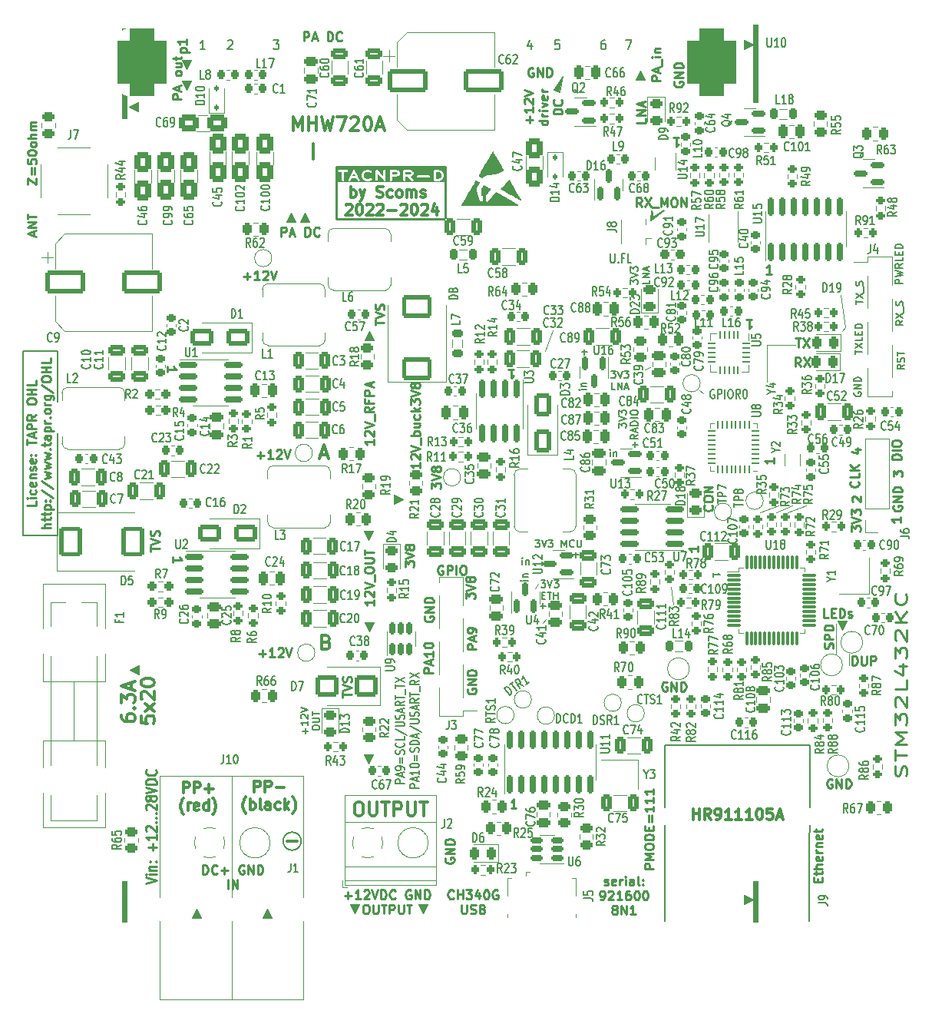
<source format=gto>
G04 #@! TF.GenerationSoftware,KiCad,Pcbnew,8.0.5-8.0.5-0~ubuntu24.04.1*
G04 #@! TF.CreationDate,2024-10-06T19:53:36+03:00*
G04 #@! TF.ProjectId,TACNPR,5441434e-5052-42e6-9b69-6361645f7063,rev?*
G04 #@! TF.SameCoordinates,Original*
G04 #@! TF.FileFunction,Legend,Top*
G04 #@! TF.FilePolarity,Positive*
%FSLAX46Y46*%
G04 Gerber Fmt 4.6, Leading zero omitted, Abs format (unit mm)*
G04 Created by KiCad (PCBNEW 8.0.5-8.0.5-0~ubuntu24.04.1) date 2024-10-06 19:53:36*
%MOMM*%
%LPD*%
G01*
G04 APERTURE LIST*
G04 Aperture macros list*
%AMRoundRect*
0 Rectangle with rounded corners*
0 $1 Rounding radius*
0 $2 $3 $4 $5 $6 $7 $8 $9 X,Y pos of 4 corners*
0 Add a 4 corners polygon primitive as box body*
4,1,4,$2,$3,$4,$5,$6,$7,$8,$9,$2,$3,0*
0 Add four circle primitives for the rounded corners*
1,1,$1+$1,$2,$3*
1,1,$1+$1,$4,$5*
1,1,$1+$1,$6,$7*
1,1,$1+$1,$8,$9*
0 Add four rect primitives between the rounded corners*
20,1,$1+$1,$2,$3,$4,$5,0*
20,1,$1+$1,$4,$5,$6,$7,0*
20,1,$1+$1,$6,$7,$8,$9,0*
20,1,$1+$1,$8,$9,$2,$3,0*%
%AMFreePoly0*
4,1,5,0.900000,-2.000000,-0.900000,-2.000000,-0.900000,2.000000,0.900000,2.000000,0.900000,-2.000000,0.900000,-2.000000,$1*%
G04 Aperture macros list end*
%ADD10C,0.120000*%
%ADD11C,0.100000*%
%ADD12C,0.200000*%
%ADD13C,0.250000*%
%ADD14C,0.300000*%
%ADD15C,0.375000*%
%ADD16C,0.254000*%
%ADD17C,0.150000*%
%ADD18C,0.010000*%
%ADD19C,3.250000*%
%ADD20C,1.200000*%
%ADD21C,1.300000*%
%ADD22C,2.000000*%
%ADD23RoundRect,0.243750X0.243750X0.456250X-0.243750X0.456250X-0.243750X-0.456250X0.243750X-0.456250X0*%
%ADD24RoundRect,0.243750X0.456250X-0.243750X0.456250X0.243750X-0.456250X0.243750X-0.456250X-0.243750X0*%
%ADD25RoundRect,0.243750X-0.456250X0.243750X-0.456250X-0.243750X0.456250X-0.243750X0.456250X0.243750X0*%
%ADD26RoundRect,0.225000X-0.225000X-0.250000X0.225000X-0.250000X0.225000X0.250000X-0.225000X0.250000X0*%
%ADD27RoundRect,0.200000X0.275000X-0.200000X0.275000X0.200000X-0.275000X0.200000X-0.275000X-0.200000X0*%
%ADD28RoundRect,0.150000X0.825000X0.150000X-0.825000X0.150000X-0.825000X-0.150000X0.825000X-0.150000X0*%
%ADD29RoundRect,0.225000X0.250000X-0.225000X0.250000X0.225000X-0.250000X0.225000X-0.250000X-0.225000X0*%
%ADD30C,1.500000*%
%ADD31R,2.950000X3.500000*%
%ADD32RoundRect,0.250000X-0.325000X-0.650000X0.325000X-0.650000X0.325000X0.650000X-0.325000X0.650000X0*%
%ADD33RoundRect,0.250000X0.650000X-0.325000X0.650000X0.325000X-0.650000X0.325000X-0.650000X-0.325000X0*%
%ADD34RoundRect,0.225000X-0.250000X0.225000X-0.250000X-0.225000X0.250000X-0.225000X0.250000X0.225000X0*%
%ADD35RoundRect,0.250000X-0.475000X0.250000X-0.475000X-0.250000X0.475000X-0.250000X0.475000X0.250000X0*%
%ADD36RoundRect,0.250000X1.000000X0.650000X-1.000000X0.650000X-1.000000X-0.650000X1.000000X-0.650000X0*%
%ADD37RoundRect,0.237500X0.250000X0.237500X-0.250000X0.237500X-0.250000X-0.237500X0.250000X-0.237500X0*%
%ADD38RoundRect,0.200000X-0.275000X0.200000X-0.275000X-0.200000X0.275000X-0.200000X0.275000X0.200000X0*%
%ADD39RoundRect,0.150000X-0.825000X-0.150000X0.825000X-0.150000X0.825000X0.150000X-0.825000X0.150000X0*%
%ADD40RoundRect,0.250000X0.325000X0.650000X-0.325000X0.650000X-0.325000X-0.650000X0.325000X-0.650000X0*%
%ADD41C,3.900000*%
%ADD42C,7.000000*%
%ADD43RoundRect,0.250000X0.250000X0.475000X-0.250000X0.475000X-0.250000X-0.475000X0.250000X-0.475000X0*%
%ADD44RoundRect,0.225000X0.225000X0.250000X-0.225000X0.250000X-0.225000X-0.250000X0.225000X-0.250000X0*%
%ADD45R,3.500000X2.950000*%
%ADD46RoundRect,0.150000X-0.150000X0.825000X-0.150000X-0.825000X0.150000X-0.825000X0.150000X0.825000X0*%
%ADD47RoundRect,0.200000X0.200000X0.275000X-0.200000X0.275000X-0.200000X-0.275000X0.200000X-0.275000X0*%
%ADD48RoundRect,0.200000X-0.200000X-0.275000X0.200000X-0.275000X0.200000X0.275000X-0.200000X0.275000X0*%
%ADD49RoundRect,0.237500X-0.250000X-0.237500X0.250000X-0.237500X0.250000X0.237500X-0.250000X0.237500X0*%
%ADD50RoundRect,0.250000X0.450000X-0.262500X0.450000X0.262500X-0.450000X0.262500X-0.450000X-0.262500X0*%
%ADD51RoundRect,0.150000X0.150000X-0.512500X0.150000X0.512500X-0.150000X0.512500X-0.150000X-0.512500X0*%
%ADD52RoundRect,0.250000X-1.950000X-1.000000X1.950000X-1.000000X1.950000X1.000000X-1.950000X1.000000X0*%
%ADD53RoundRect,0.250000X-0.250000X-0.475000X0.250000X-0.475000X0.250000X0.475000X-0.250000X0.475000X0*%
%ADD54RoundRect,0.250000X-0.650000X0.325000X-0.650000X-0.325000X0.650000X-0.325000X0.650000X0.325000X0*%
%ADD55RoundRect,0.250000X0.650000X-1.000000X0.650000X1.000000X-0.650000X1.000000X-0.650000X-1.000000X0*%
%ADD56RoundRect,0.250000X0.262500X0.450000X-0.262500X0.450000X-0.262500X-0.450000X0.262500X-0.450000X0*%
%ADD57RoundRect,0.250000X-0.450000X0.262500X-0.450000X-0.262500X0.450000X-0.262500X0.450000X0.262500X0*%
%ADD58C,2.050000*%
%ADD59C,2.250000*%
%ADD60RoundRect,0.250000X0.475000X-0.250000X0.475000X0.250000X-0.475000X0.250000X-0.475000X-0.250000X0*%
%ADD61RoundRect,0.150000X0.587500X0.150000X-0.587500X0.150000X-0.587500X-0.150000X0.587500X-0.150000X0*%
%ADD62RoundRect,0.062500X-0.062500X0.362500X-0.062500X-0.362500X0.062500X-0.362500X0.062500X0.362500X0*%
%ADD63RoundRect,0.062500X-0.362500X0.062500X-0.362500X-0.062500X0.362500X-0.062500X0.362500X0.062500X0*%
%ADD64R,2.600000X2.600000*%
%ADD65FreePoly0,0.000000*%
%ADD66RoundRect,1.375000X-1.375000X-2.375000X1.375000X-2.375000X1.375000X2.375000X-1.375000X2.375000X0*%
%ADD67R,1.400000X1.150000*%
%ADD68RoundRect,0.150000X0.512500X0.150000X-0.512500X0.150000X-0.512500X-0.150000X0.512500X-0.150000X0*%
%ADD69RoundRect,0.150000X0.150000X-0.825000X0.150000X0.825000X-0.150000X0.825000X-0.150000X-0.825000X0*%
%ADD70R,1.700000X1.700000*%
%ADD71O,1.700000X1.700000*%
%ADD72RoundRect,0.250000X-0.262500X-0.450000X0.262500X-0.450000X0.262500X0.450000X-0.262500X0.450000X0*%
%ADD73RoundRect,0.218750X0.381250X-0.218750X0.381250X0.218750X-0.381250X0.218750X-0.381250X-0.218750X0*%
%ADD74RoundRect,0.340200X-0.559800X0.759800X-0.559800X-0.759800X0.559800X-0.759800X0.559800X0.759800X0*%
%ADD75RoundRect,0.112500X0.112500X-0.187500X0.112500X0.187500X-0.112500X0.187500X-0.112500X-0.187500X0*%
%ADD76RoundRect,0.218750X0.218750X0.256250X-0.218750X0.256250X-0.218750X-0.256250X0.218750X-0.256250X0*%
%ADD77RoundRect,0.150000X0.150000X-0.587500X0.150000X0.587500X-0.150000X0.587500X-0.150000X-0.587500X0*%
%ADD78C,2.600000*%
%ADD79R,2.510000X1.000000*%
%ADD80RoundRect,0.218750X-0.256250X0.218750X-0.256250X-0.218750X0.256250X-0.218750X0.256250X0.218750X0*%
%ADD81R,0.400000X1.500000*%
%ADD82R,0.770000X1.500000*%
%ADD83RoundRect,0.112500X-0.112500X0.187500X-0.112500X-0.187500X0.112500X-0.187500X0.112500X0.187500X0*%
%ADD84RoundRect,0.218750X-0.218750X-0.381250X0.218750X-0.381250X0.218750X0.381250X-0.218750X0.381250X0*%
%ADD85RoundRect,0.150000X-0.150000X0.587500X-0.150000X-0.587500X0.150000X-0.587500X0.150000X0.587500X0*%
%ADD86RoundRect,0.237500X0.300000X0.237500X-0.300000X0.237500X-0.300000X-0.237500X0.300000X-0.237500X0*%
%ADD87RoundRect,0.218750X-0.218750X-0.256250X0.218750X-0.256250X0.218750X0.256250X-0.218750X0.256250X0*%
%ADD88R,1.150000X1.400000*%
%ADD89R,0.650000X1.750000*%
%ADD90R,0.650000X1.000000*%
%ADD91RoundRect,0.218750X0.218750X0.381250X-0.218750X0.381250X-0.218750X-0.381250X0.218750X-0.381250X0*%
%ADD92RoundRect,0.250000X1.000000X-1.400000X1.000000X1.400000X-1.000000X1.400000X-1.000000X-1.400000X0*%
%ADD93RoundRect,0.250000X1.400000X1.000000X-1.400000X1.000000X-1.400000X-1.000000X1.400000X-1.000000X0*%
%ADD94RoundRect,0.340200X-0.759800X-0.559800X0.759800X-0.559800X0.759800X0.559800X-0.759800X0.559800X0*%
%ADD95RoundRect,0.340200X0.559800X-0.759800X0.559800X0.759800X-0.559800X0.759800X-0.559800X-0.759800X0*%
%ADD96R,1.050000X1.000000*%
%ADD97R,2.200000X1.050000*%
%ADD98C,2.350000*%
%ADD99R,0.400000X1.350000*%
%ADD100O,0.890000X1.550000*%
%ADD101R,1.200000X1.550000*%
%ADD102O,1.250000X0.950000*%
%ADD103R,1.500000X1.550000*%
%ADD104RoundRect,0.250000X1.000000X0.900000X-1.000000X0.900000X-1.000000X-0.900000X1.000000X-0.900000X0*%
%ADD105R,1.800000X1.000000*%
%ADD106RoundRect,0.062500X0.375000X0.062500X-0.375000X0.062500X-0.375000X-0.062500X0.375000X-0.062500X0*%
%ADD107RoundRect,0.062500X0.062500X0.375000X-0.062500X0.375000X-0.062500X-0.375000X0.062500X-0.375000X0*%
%ADD108R,3.450000X3.450000*%
%ADD109RoundRect,0.075000X-0.662500X-0.075000X0.662500X-0.075000X0.662500X0.075000X-0.662500X0.075000X0*%
%ADD110RoundRect,0.075000X-0.075000X-0.662500X0.075000X-0.662500X0.075000X0.662500X-0.075000X0.662500X0*%
%ADD111R,1.200000X1.400000*%
%ADD112O,5.550000X2.100000*%
G04 APERTURE END LIST*
D10*
X180035200Y-70205600D02*
X179705000Y-70688200D01*
X179527200Y-66700400D02*
X180035200Y-70205600D01*
D11*
X100838000Y-135737600D02*
X100330000Y-135737600D01*
X100330000Y-131235600D01*
X100838000Y-131235600D01*
X100838000Y-135737600D01*
G36*
X100838000Y-135737600D02*
G01*
X100330000Y-135737600D01*
X100330000Y-131235600D01*
X100838000Y-131235600D01*
X100838000Y-135737600D01*
G37*
X170434000Y-45466000D02*
X169926000Y-45466000D01*
X169926000Y-36900000D01*
X170434000Y-36900000D01*
X170434000Y-45466000D01*
G36*
X170434000Y-45466000D02*
G01*
X169926000Y-45466000D01*
X169926000Y-36900000D01*
X170434000Y-36900000D01*
X170434000Y-45466000D01*
G37*
X170406810Y-135737600D02*
X169898810Y-135737600D01*
X169898810Y-131235600D01*
X170406810Y-131235600D01*
X170406810Y-135737600D01*
G36*
X170406810Y-135737600D02*
G01*
X169898810Y-135737600D01*
X169898810Y-131235600D01*
X170406810Y-131235600D01*
X170406810Y-135737600D01*
G37*
X125933200Y-134874000D02*
X125425200Y-133858000D01*
X126441200Y-133858000D01*
X125933200Y-134874000D01*
G36*
X125933200Y-134874000D02*
G01*
X125425200Y-133858000D01*
X126441200Y-133858000D01*
X125933200Y-134874000D01*
G37*
X133502400Y-134874000D02*
X132994400Y-133858000D01*
X134010400Y-133858000D01*
X133502400Y-134874000D01*
G36*
X133502400Y-134874000D02*
G01*
X132994400Y-133858000D01*
X134010400Y-133858000D01*
X133502400Y-134874000D01*
G37*
X169926000Y-39116000D02*
X168910000Y-39624000D01*
X168910000Y-38608000D01*
X169926000Y-39116000D01*
G36*
X169926000Y-39116000D02*
G01*
X168910000Y-39624000D01*
X168910000Y-38608000D01*
X169926000Y-39116000D01*
G37*
X169926000Y-133350000D02*
X168910000Y-133858000D01*
X168910000Y-132842000D01*
X169926000Y-133350000D01*
G36*
X169926000Y-133350000D02*
G01*
X168910000Y-133858000D01*
X168910000Y-132842000D01*
X169926000Y-133350000D01*
G37*
X100838000Y-47244000D02*
X100330000Y-47244000D01*
X100330000Y-37338000D01*
X100838000Y-37338000D01*
X100838000Y-47244000D01*
G36*
X100838000Y-47244000D02*
G01*
X100330000Y-47244000D01*
X100330000Y-37338000D01*
X100838000Y-37338000D01*
X100838000Y-47244000D01*
G37*
X120967500Y-58674000D02*
X119951500Y-58674000D01*
X120459500Y-57658000D01*
X120967500Y-58674000D01*
G36*
X120967500Y-58674000D02*
G01*
X119951500Y-58674000D01*
X120459500Y-57658000D01*
X120967500Y-58674000D01*
G37*
X119443500Y-58610500D02*
X118427500Y-58610500D01*
X118935500Y-57594500D01*
X119443500Y-58610500D01*
G36*
X119443500Y-58610500D02*
G01*
X118427500Y-58610500D01*
X118935500Y-57594500D01*
X119443500Y-58610500D01*
G37*
X102108000Y-46482000D02*
X101092000Y-45974000D01*
X102108000Y-45466000D01*
X102108000Y-46482000D01*
G36*
X102108000Y-46482000D02*
G01*
X101092000Y-45974000D01*
X102108000Y-45466000D01*
X102108000Y-46482000D01*
G37*
X107442000Y-41757600D02*
X106934000Y-40741600D01*
X107950000Y-40741600D01*
X107442000Y-41757600D01*
G36*
X107442000Y-41757600D02*
G01*
X106934000Y-40741600D01*
X107950000Y-40741600D01*
X107442000Y-41757600D01*
G37*
X107442000Y-44043600D02*
X106934000Y-43027600D01*
X107950000Y-43027600D01*
X107442000Y-44043600D01*
G36*
X107442000Y-44043600D02*
G01*
X106934000Y-43027600D01*
X107950000Y-43027600D01*
X107442000Y-44043600D01*
G37*
X158013400Y-42976800D02*
X156997400Y-42976800D01*
X157505400Y-41960800D01*
X158013400Y-42976800D01*
G36*
X158013400Y-42976800D02*
G01*
X156997400Y-42976800D01*
X157505400Y-41960800D01*
X158013400Y-42976800D01*
G37*
X127457200Y-118364000D02*
X126949200Y-117348000D01*
X127965200Y-117348000D01*
X127457200Y-118364000D01*
G36*
X127457200Y-118364000D02*
G01*
X126949200Y-117348000D01*
X127965200Y-117348000D01*
X127457200Y-118364000D01*
G37*
X127508000Y-93726000D02*
X127000000Y-92710000D01*
X128016000Y-92710000D01*
X127508000Y-93726000D01*
G36*
X127508000Y-93726000D02*
G01*
X127000000Y-92710000D01*
X128016000Y-92710000D01*
X127508000Y-93726000D01*
G37*
X127558800Y-103784400D02*
X127050800Y-102768400D01*
X128066800Y-102768400D01*
X127558800Y-103784400D01*
G36*
X127558800Y-103784400D02*
G01*
X127050800Y-102768400D01*
X128066800Y-102768400D01*
X127558800Y-103784400D01*
G37*
X109016800Y-135382000D02*
X108000800Y-135382000D01*
X108508800Y-134366000D01*
X109016800Y-135382000D01*
G36*
X109016800Y-135382000D02*
G01*
X108000800Y-135382000D01*
X108508800Y-134366000D01*
X109016800Y-135382000D01*
G37*
D10*
X180492000Y-107516000D02*
X180492000Y-106186000D01*
X146964400Y-72847200D02*
X147828000Y-70612000D01*
X146682000Y-102851000D02*
X147057000Y-102376000D01*
X179062000Y-102946000D02*
X179062000Y-106316000D01*
X146232000Y-98551000D02*
X145857000Y-98976000D01*
D11*
X131348000Y-89218000D02*
X130332000Y-89726000D01*
X130332000Y-88710000D01*
X131348000Y-89218000D01*
G36*
X131348000Y-89218000D02*
G01*
X130332000Y-89726000D01*
X130332000Y-88710000D01*
X131348000Y-89218000D01*
G37*
D10*
X174244000Y-89916000D02*
X172466000Y-90678000D01*
D11*
X128098000Y-71651000D02*
X127082000Y-71651000D01*
X127590000Y-70635000D01*
X128098000Y-71651000D01*
G36*
X128098000Y-71651000D02*
G01*
X127082000Y-71651000D01*
X127590000Y-70635000D01*
X128098000Y-71651000D01*
G37*
D10*
X163982000Y-77151000D02*
X164407000Y-77476000D01*
D12*
X120068185Y-126875385D02*
G75*
G02*
X118082215Y-126875385I-992985J0D01*
G01*
X118082215Y-126875385D02*
G75*
G02*
X120068185Y-126875385I992985J0D01*
G01*
D11*
X148590000Y-44348400D02*
X147878800Y-44043600D01*
X148894800Y-42570400D01*
X148590000Y-44348400D01*
G36*
X148590000Y-44348400D02*
G01*
X147878800Y-44043600D01*
X148894800Y-42570400D01*
X148590000Y-44348400D01*
G37*
X116840000Y-135382000D02*
X115824000Y-135382000D01*
X116332000Y-134366000D01*
X116840000Y-135382000D01*
G36*
X116840000Y-135382000D02*
G01*
X115824000Y-135382000D01*
X116332000Y-134366000D01*
X116840000Y-135382000D01*
G37*
D10*
X163756340Y-67416680D02*
X163736020Y-67416680D01*
X172720000Y-89916000D02*
X170688000Y-90678000D01*
D13*
X123901200Y-52578000D02*
X135991600Y-52578000D01*
X135991600Y-58267600D01*
X123901200Y-58267600D01*
X123901200Y-52578000D01*
D10*
X160892000Y-98866000D02*
X161132000Y-100776000D01*
D11*
X179770000Y-103592000D02*
X179262000Y-102576000D01*
X180278000Y-102576000D01*
X179770000Y-103592000D01*
G36*
X179770000Y-103592000D02*
G01*
X179262000Y-102576000D01*
X180278000Y-102576000D01*
X179770000Y-103592000D01*
G37*
D14*
X121412000Y-51663600D02*
X121412000Y-50025300D01*
D10*
X158007000Y-74851000D02*
X158532000Y-74626000D01*
X175768000Y-89916000D02*
X173736000Y-90678000D01*
D11*
X102209600Y-108508800D02*
X101193600Y-108000800D01*
X102209600Y-107492800D01*
X102209600Y-108508800D01*
G36*
X102209600Y-108508800D02*
G01*
X101193600Y-108000800D01*
X102209600Y-107492800D01*
X102209600Y-108508800D01*
G37*
D12*
X158927800Y-58166000D02*
X160070800Y-57378600D01*
X158673800Y-58470800D01*
X158775400Y-57353200D01*
X158927800Y-58166000D01*
G36*
X158927800Y-58166000D02*
G01*
X160070800Y-57378600D01*
X158673800Y-58470800D01*
X158775400Y-57353200D01*
X158927800Y-58166000D01*
G37*
X89408000Y-72898000D02*
X93218000Y-72898000D01*
X93218000Y-93218000D01*
X89408000Y-93218000D01*
X89408000Y-72898000D01*
D13*
X128056619Y-82583143D02*
X128056619Y-83154571D01*
X128056619Y-82868857D02*
X127056619Y-82868857D01*
X127056619Y-82868857D02*
X127199476Y-82964095D01*
X127199476Y-82964095D02*
X127294714Y-83059333D01*
X127294714Y-83059333D02*
X127342333Y-83154571D01*
X127151857Y-82202190D02*
X127104238Y-82154571D01*
X127104238Y-82154571D02*
X127056619Y-82059333D01*
X127056619Y-82059333D02*
X127056619Y-81821238D01*
X127056619Y-81821238D02*
X127104238Y-81726000D01*
X127104238Y-81726000D02*
X127151857Y-81678381D01*
X127151857Y-81678381D02*
X127247095Y-81630762D01*
X127247095Y-81630762D02*
X127342333Y-81630762D01*
X127342333Y-81630762D02*
X127485190Y-81678381D01*
X127485190Y-81678381D02*
X128056619Y-82249809D01*
X128056619Y-82249809D02*
X128056619Y-81630762D01*
X127056619Y-81345047D02*
X128056619Y-81011714D01*
X128056619Y-81011714D02*
X127056619Y-80678381D01*
X128151857Y-80583143D02*
X128151857Y-79821238D01*
X128056619Y-79011714D02*
X127580428Y-79345047D01*
X128056619Y-79583142D02*
X127056619Y-79583142D01*
X127056619Y-79583142D02*
X127056619Y-79202190D01*
X127056619Y-79202190D02*
X127104238Y-79106952D01*
X127104238Y-79106952D02*
X127151857Y-79059333D01*
X127151857Y-79059333D02*
X127247095Y-79011714D01*
X127247095Y-79011714D02*
X127389952Y-79011714D01*
X127389952Y-79011714D02*
X127485190Y-79059333D01*
X127485190Y-79059333D02*
X127532809Y-79106952D01*
X127532809Y-79106952D02*
X127580428Y-79202190D01*
X127580428Y-79202190D02*
X127580428Y-79583142D01*
X127532809Y-78249809D02*
X127532809Y-78583142D01*
X128056619Y-78583142D02*
X127056619Y-78583142D01*
X127056619Y-78583142D02*
X127056619Y-78106952D01*
X128056619Y-77725999D02*
X127056619Y-77725999D01*
X127056619Y-77725999D02*
X127056619Y-77345047D01*
X127056619Y-77345047D02*
X127104238Y-77249809D01*
X127104238Y-77249809D02*
X127151857Y-77202190D01*
X127151857Y-77202190D02*
X127247095Y-77154571D01*
X127247095Y-77154571D02*
X127389952Y-77154571D01*
X127389952Y-77154571D02*
X127485190Y-77202190D01*
X127485190Y-77202190D02*
X127532809Y-77249809D01*
X127532809Y-77249809D02*
X127580428Y-77345047D01*
X127580428Y-77345047D02*
X127580428Y-77725999D01*
X127770904Y-76773618D02*
X127770904Y-76297428D01*
X128056619Y-76868856D02*
X127056619Y-76535523D01*
X127056619Y-76535523D02*
X128056619Y-76202190D01*
X115395095Y-106194666D02*
X116157000Y-106194666D01*
X115776047Y-106575619D02*
X115776047Y-105813714D01*
X117156999Y-106575619D02*
X116585571Y-106575619D01*
X116871285Y-106575619D02*
X116871285Y-105575619D01*
X116871285Y-105575619D02*
X116776047Y-105718476D01*
X116776047Y-105718476D02*
X116680809Y-105813714D01*
X116680809Y-105813714D02*
X116585571Y-105861333D01*
X117537952Y-105670857D02*
X117585571Y-105623238D01*
X117585571Y-105623238D02*
X117680809Y-105575619D01*
X117680809Y-105575619D02*
X117918904Y-105575619D01*
X117918904Y-105575619D02*
X118014142Y-105623238D01*
X118014142Y-105623238D02*
X118061761Y-105670857D01*
X118061761Y-105670857D02*
X118109380Y-105766095D01*
X118109380Y-105766095D02*
X118109380Y-105861333D01*
X118109380Y-105861333D02*
X118061761Y-106004190D01*
X118061761Y-106004190D02*
X117490333Y-106575619D01*
X117490333Y-106575619D02*
X118109380Y-106575619D01*
X118395095Y-105575619D02*
X118728428Y-106575619D01*
X118728428Y-106575619D02*
X119061761Y-105575619D01*
X115220095Y-84344666D02*
X115982000Y-84344666D01*
X115601047Y-84725619D02*
X115601047Y-83963714D01*
X116981999Y-84725619D02*
X116410571Y-84725619D01*
X116696285Y-84725619D02*
X116696285Y-83725619D01*
X116696285Y-83725619D02*
X116601047Y-83868476D01*
X116601047Y-83868476D02*
X116505809Y-83963714D01*
X116505809Y-83963714D02*
X116410571Y-84011333D01*
X117362952Y-83820857D02*
X117410571Y-83773238D01*
X117410571Y-83773238D02*
X117505809Y-83725619D01*
X117505809Y-83725619D02*
X117743904Y-83725619D01*
X117743904Y-83725619D02*
X117839142Y-83773238D01*
X117839142Y-83773238D02*
X117886761Y-83820857D01*
X117886761Y-83820857D02*
X117934380Y-83916095D01*
X117934380Y-83916095D02*
X117934380Y-84011333D01*
X117934380Y-84011333D02*
X117886761Y-84154190D01*
X117886761Y-84154190D02*
X117315333Y-84725619D01*
X117315333Y-84725619D02*
X117934380Y-84725619D01*
X118220095Y-83725619D02*
X118553428Y-84725619D01*
X118553428Y-84725619D02*
X118886761Y-83725619D01*
X133164619Y-85145048D02*
X133164619Y-85716476D01*
X133164619Y-85430762D02*
X132164619Y-85430762D01*
X132164619Y-85430762D02*
X132307476Y-85526000D01*
X132307476Y-85526000D02*
X132402714Y-85621238D01*
X132402714Y-85621238D02*
X132450333Y-85716476D01*
X132259857Y-84764095D02*
X132212238Y-84716476D01*
X132212238Y-84716476D02*
X132164619Y-84621238D01*
X132164619Y-84621238D02*
X132164619Y-84383143D01*
X132164619Y-84383143D02*
X132212238Y-84287905D01*
X132212238Y-84287905D02*
X132259857Y-84240286D01*
X132259857Y-84240286D02*
X132355095Y-84192667D01*
X132355095Y-84192667D02*
X132450333Y-84192667D01*
X132450333Y-84192667D02*
X132593190Y-84240286D01*
X132593190Y-84240286D02*
X133164619Y-84811714D01*
X133164619Y-84811714D02*
X133164619Y-84192667D01*
X132164619Y-83906952D02*
X133164619Y-83573619D01*
X133164619Y-83573619D02*
X132164619Y-83240286D01*
X133259857Y-83145048D02*
X133259857Y-82383143D01*
X133164619Y-82145047D02*
X132164619Y-82145047D01*
X132545571Y-82145047D02*
X132497952Y-82049809D01*
X132497952Y-82049809D02*
X132497952Y-81859333D01*
X132497952Y-81859333D02*
X132545571Y-81764095D01*
X132545571Y-81764095D02*
X132593190Y-81716476D01*
X132593190Y-81716476D02*
X132688428Y-81668857D01*
X132688428Y-81668857D02*
X132974142Y-81668857D01*
X132974142Y-81668857D02*
X133069380Y-81716476D01*
X133069380Y-81716476D02*
X133117000Y-81764095D01*
X133117000Y-81764095D02*
X133164619Y-81859333D01*
X133164619Y-81859333D02*
X133164619Y-82049809D01*
X133164619Y-82049809D02*
X133117000Y-82145047D01*
X132497952Y-80811714D02*
X133164619Y-80811714D01*
X132497952Y-81240285D02*
X133021761Y-81240285D01*
X133021761Y-81240285D02*
X133117000Y-81192666D01*
X133117000Y-81192666D02*
X133164619Y-81097428D01*
X133164619Y-81097428D02*
X133164619Y-80954571D01*
X133164619Y-80954571D02*
X133117000Y-80859333D01*
X133117000Y-80859333D02*
X133069380Y-80811714D01*
X133117000Y-79906952D02*
X133164619Y-80002190D01*
X133164619Y-80002190D02*
X133164619Y-80192666D01*
X133164619Y-80192666D02*
X133117000Y-80287904D01*
X133117000Y-80287904D02*
X133069380Y-80335523D01*
X133069380Y-80335523D02*
X132974142Y-80383142D01*
X132974142Y-80383142D02*
X132688428Y-80383142D01*
X132688428Y-80383142D02*
X132593190Y-80335523D01*
X132593190Y-80335523D02*
X132545571Y-80287904D01*
X132545571Y-80287904D02*
X132497952Y-80192666D01*
X132497952Y-80192666D02*
X132497952Y-80002190D01*
X132497952Y-80002190D02*
X132545571Y-79906952D01*
X133164619Y-79478380D02*
X132164619Y-79478380D01*
X132783666Y-79383142D02*
X133164619Y-79097428D01*
X132497952Y-79097428D02*
X132878904Y-79478380D01*
X132164619Y-78764094D02*
X132164619Y-78145047D01*
X132164619Y-78145047D02*
X132545571Y-78478380D01*
X132545571Y-78478380D02*
X132545571Y-78335523D01*
X132545571Y-78335523D02*
X132593190Y-78240285D01*
X132593190Y-78240285D02*
X132640809Y-78192666D01*
X132640809Y-78192666D02*
X132736047Y-78145047D01*
X132736047Y-78145047D02*
X132974142Y-78145047D01*
X132974142Y-78145047D02*
X133069380Y-78192666D01*
X133069380Y-78192666D02*
X133117000Y-78240285D01*
X133117000Y-78240285D02*
X133164619Y-78335523D01*
X133164619Y-78335523D02*
X133164619Y-78621237D01*
X133164619Y-78621237D02*
X133117000Y-78716475D01*
X133117000Y-78716475D02*
X133069380Y-78764094D01*
X132164619Y-77859332D02*
X133164619Y-77525999D01*
X133164619Y-77525999D02*
X132164619Y-77192666D01*
X132593190Y-76716475D02*
X132545571Y-76811713D01*
X132545571Y-76811713D02*
X132497952Y-76859332D01*
X132497952Y-76859332D02*
X132402714Y-76906951D01*
X132402714Y-76906951D02*
X132355095Y-76906951D01*
X132355095Y-76906951D02*
X132259857Y-76859332D01*
X132259857Y-76859332D02*
X132212238Y-76811713D01*
X132212238Y-76811713D02*
X132164619Y-76716475D01*
X132164619Y-76716475D02*
X132164619Y-76525999D01*
X132164619Y-76525999D02*
X132212238Y-76430761D01*
X132212238Y-76430761D02*
X132259857Y-76383142D01*
X132259857Y-76383142D02*
X132355095Y-76335523D01*
X132355095Y-76335523D02*
X132402714Y-76335523D01*
X132402714Y-76335523D02*
X132497952Y-76383142D01*
X132497952Y-76383142D02*
X132545571Y-76430761D01*
X132545571Y-76430761D02*
X132593190Y-76525999D01*
X132593190Y-76525999D02*
X132593190Y-76716475D01*
X132593190Y-76716475D02*
X132640809Y-76811713D01*
X132640809Y-76811713D02*
X132688428Y-76859332D01*
X132688428Y-76859332D02*
X132783666Y-76906951D01*
X132783666Y-76906951D02*
X132974142Y-76906951D01*
X132974142Y-76906951D02*
X133069380Y-76859332D01*
X133069380Y-76859332D02*
X133117000Y-76811713D01*
X133117000Y-76811713D02*
X133164619Y-76716475D01*
X133164619Y-76716475D02*
X133164619Y-76525999D01*
X133164619Y-76525999D02*
X133117000Y-76430761D01*
X133117000Y-76430761D02*
X133069380Y-76383142D01*
X133069380Y-76383142D02*
X132974142Y-76335523D01*
X132974142Y-76335523D02*
X132783666Y-76335523D01*
X132783666Y-76335523D02*
X132688428Y-76383142D01*
X132688428Y-76383142D02*
X132640809Y-76430761D01*
X132640809Y-76430761D02*
X132593190Y-76525999D01*
G36*
X135352276Y-53157395D02*
G01*
X135457890Y-53227804D01*
X135505723Y-53291581D01*
X135562901Y-53444055D01*
X135562901Y-53541581D01*
X135505723Y-53694055D01*
X135457890Y-53757831D01*
X135352275Y-53828242D01*
X135174182Y-53867819D01*
X134955758Y-53867819D01*
X134955758Y-53117819D01*
X135174182Y-53117819D01*
X135352276Y-53157395D01*
G37*
G36*
X126057076Y-53582104D02*
G01*
X125747298Y-53582104D01*
X125902187Y-53272327D01*
X126057076Y-53582104D01*
G37*
G36*
X132132490Y-53153728D02*
G01*
X132172177Y-53180187D01*
X132205758Y-53224961D01*
X132205758Y-53284485D01*
X132172177Y-53329259D01*
X132132490Y-53355718D01*
X132024761Y-53391628D01*
X131598615Y-53391628D01*
X131598615Y-53117819D01*
X132024761Y-53117819D01*
X132132490Y-53153728D01*
G37*
G36*
X130632490Y-53153728D02*
G01*
X130672177Y-53180187D01*
X130705758Y-53224961D01*
X130705758Y-53284485D01*
X130672177Y-53329259D01*
X130632490Y-53355718D01*
X130524761Y-53391628D01*
X130098615Y-53391628D01*
X130098615Y-53117819D01*
X130524761Y-53117819D01*
X130632490Y-53153728D01*
G37*
G36*
X135937901Y-54242819D02*
G01*
X124011732Y-54242819D01*
X124011732Y-52968433D01*
X124136732Y-52968433D01*
X124136732Y-53017205D01*
X124155396Y-53062265D01*
X124189884Y-53096753D01*
X124234944Y-53115417D01*
X124259330Y-53117819D01*
X124562901Y-53117819D01*
X124562901Y-53992819D01*
X124565303Y-54017205D01*
X124583967Y-54062265D01*
X124618455Y-54096753D01*
X124663515Y-54115417D01*
X124712287Y-54115417D01*
X124757347Y-54096753D01*
X124791835Y-54062265D01*
X124810499Y-54017205D01*
X124811361Y-54008453D01*
X125278168Y-54008453D01*
X125293592Y-54054723D01*
X125325548Y-54091568D01*
X125369171Y-54113380D01*
X125417821Y-54116838D01*
X125464091Y-54101414D01*
X125500936Y-54069458D01*
X125513990Y-54048721D01*
X125622298Y-53832104D01*
X126182076Y-53832104D01*
X126290384Y-54048721D01*
X126303438Y-54069458D01*
X126340283Y-54101414D01*
X126386553Y-54116838D01*
X126435203Y-54113380D01*
X126478826Y-54091568D01*
X126510782Y-54054723D01*
X126526206Y-54008453D01*
X126522748Y-53959803D01*
X126513990Y-53936917D01*
X126256226Y-53421390D01*
X126705758Y-53421390D01*
X126705758Y-53564247D01*
X126707491Y-53581848D01*
X126707403Y-53584460D01*
X126707951Y-53586517D01*
X126708160Y-53588633D01*
X126709158Y-53591044D01*
X126713717Y-53608137D01*
X126785145Y-53798613D01*
X126788753Y-53805952D01*
X126789476Y-53808773D01*
X126792977Y-53814544D01*
X126795956Y-53820603D01*
X126797943Y-53822730D01*
X126802186Y-53829723D01*
X126873615Y-53924961D01*
X126883562Y-53935818D01*
X126885319Y-53938441D01*
X126887908Y-53940561D01*
X126890169Y-53943029D01*
X126892884Y-53944636D01*
X126904277Y-53953967D01*
X127047134Y-54049206D01*
X127064367Y-54058394D01*
X127066072Y-54059589D01*
X127067465Y-54060045D01*
X127068756Y-54060734D01*
X127070794Y-54061137D01*
X127089356Y-54067223D01*
X127303642Y-54114842D01*
X127305538Y-54115071D01*
X127306372Y-54115417D01*
X127317182Y-54116481D01*
X127327968Y-54117788D01*
X127328856Y-54117631D01*
X127330758Y-54117819D01*
X127473615Y-54117819D01*
X127475516Y-54117631D01*
X127476405Y-54117788D01*
X127487190Y-54116481D01*
X127498001Y-54115417D01*
X127498834Y-54115071D01*
X127500731Y-54114842D01*
X127715017Y-54067223D01*
X127733578Y-54061137D01*
X127735617Y-54060734D01*
X127736907Y-54060045D01*
X127738301Y-54059589D01*
X127740005Y-54058393D01*
X127757240Y-54049205D01*
X127828668Y-54001585D01*
X127847626Y-53986059D01*
X127874765Y-53945535D01*
X127884329Y-53897708D01*
X127874863Y-53849863D01*
X127847809Y-53809283D01*
X127807285Y-53782144D01*
X127759458Y-53772580D01*
X127711613Y-53782046D01*
X127689991Y-53793574D01*
X127637990Y-53828242D01*
X127459896Y-53867819D01*
X127344477Y-53867819D01*
X127166383Y-53828242D01*
X127060768Y-53757831D01*
X127012935Y-53694055D01*
X126955758Y-53541581D01*
X126955758Y-53444055D01*
X127012935Y-53291581D01*
X127060767Y-53227805D01*
X127166382Y-53157395D01*
X127344477Y-53117819D01*
X127459896Y-53117819D01*
X127637990Y-53157395D01*
X127689991Y-53192063D01*
X127711614Y-53203591D01*
X127759459Y-53213057D01*
X127807285Y-53203492D01*
X127847810Y-53176353D01*
X127874864Y-53135772D01*
X127884329Y-53087927D01*
X127874764Y-53040101D01*
X127847625Y-52999577D01*
X127839373Y-52992819D01*
X128277186Y-52992819D01*
X128277186Y-53992819D01*
X128279588Y-54017205D01*
X128298252Y-54062265D01*
X128332740Y-54096753D01*
X128377800Y-54115417D01*
X128426572Y-54115417D01*
X128471632Y-54096753D01*
X128506120Y-54062265D01*
X128524784Y-54017205D01*
X128527186Y-53992819D01*
X128527186Y-53330726D01*
X129164422Y-54074168D01*
X129182116Y-54091120D01*
X129186447Y-54093317D01*
X129189883Y-54096753D01*
X129208059Y-54104281D01*
X129225611Y-54113186D01*
X129230456Y-54113558D01*
X129234943Y-54115417D01*
X129254612Y-54115417D01*
X129274241Y-54116927D01*
X129278860Y-54115417D01*
X129283715Y-54115417D01*
X129301888Y-54107889D01*
X129320600Y-54101773D01*
X129324288Y-54098611D01*
X129328775Y-54096753D01*
X129342689Y-54082838D01*
X129357630Y-54070032D01*
X129359827Y-54065700D01*
X129363263Y-54062265D01*
X129370791Y-54044088D01*
X129379696Y-54026537D01*
X129380068Y-54021691D01*
X129381927Y-54017205D01*
X129384329Y-53992819D01*
X129384329Y-52992819D01*
X129848615Y-52992819D01*
X129848615Y-53992819D01*
X129851017Y-54017205D01*
X129869681Y-54062265D01*
X129904169Y-54096753D01*
X129949229Y-54115417D01*
X129998001Y-54115417D01*
X130043061Y-54096753D01*
X130077549Y-54062265D01*
X130096213Y-54017205D01*
X130098615Y-53992819D01*
X130098615Y-53641628D01*
X130545044Y-53641628D01*
X130557387Y-53640412D01*
X130560678Y-53640646D01*
X130565007Y-53639661D01*
X130569430Y-53639226D01*
X130572481Y-53637962D01*
X130584572Y-53635213D01*
X130727429Y-53587595D01*
X130733185Y-53585024D01*
X130735615Y-53584544D01*
X130742591Y-53580824D01*
X130749804Y-53577604D01*
X130751673Y-53575982D01*
X130757238Y-53573016D01*
X130828667Y-53525396D01*
X130840061Y-53516065D01*
X130842777Y-53514457D01*
X130845036Y-53511990D01*
X130847625Y-53509871D01*
X130849381Y-53507248D01*
X130859330Y-53496390D01*
X130930758Y-53401152D01*
X130933256Y-53397033D01*
X130934692Y-53395598D01*
X130935906Y-53392665D01*
X130943468Y-53380202D01*
X130947358Y-53365018D01*
X130953356Y-53350538D01*
X130954784Y-53336030D01*
X130955573Y-53332955D01*
X130955285Y-53330945D01*
X130955758Y-53326152D01*
X130955758Y-53183295D01*
X130955285Y-53178501D01*
X130955573Y-53176492D01*
X130954784Y-53173416D01*
X130953356Y-53158909D01*
X130947358Y-53144428D01*
X130943468Y-53129245D01*
X130935906Y-53116781D01*
X130934692Y-53113849D01*
X130933256Y-53112413D01*
X130930758Y-53108295D01*
X130859330Y-53013057D01*
X130849381Y-53002198D01*
X130847625Y-52999576D01*
X130845036Y-52997456D01*
X130842777Y-52994990D01*
X130840061Y-52993381D01*
X130839375Y-52992819D01*
X131348615Y-52992819D01*
X131348615Y-53992819D01*
X131351017Y-54017205D01*
X131369681Y-54062265D01*
X131404169Y-54096753D01*
X131449229Y-54115417D01*
X131498001Y-54115417D01*
X131543061Y-54096753D01*
X131577549Y-54062265D01*
X131596213Y-54017205D01*
X131598615Y-53992819D01*
X131598615Y-53641628D01*
X131780758Y-53641628D01*
X132244551Y-54083337D01*
X132263867Y-54098415D01*
X132309368Y-54115976D01*
X132358127Y-54114786D01*
X132402718Y-54095029D01*
X132436354Y-54059711D01*
X132453915Y-54014210D01*
X132452725Y-53965451D01*
X132432968Y-53920859D01*
X132416965Y-53902302D01*
X132123053Y-53622386D01*
X132227429Y-53587595D01*
X132227686Y-53587480D01*
X132851017Y-53587480D01*
X132851017Y-53636252D01*
X132869681Y-53681312D01*
X132904169Y-53715800D01*
X132949229Y-53734464D01*
X132973615Y-53736866D01*
X134116473Y-53736866D01*
X134140859Y-53734464D01*
X134185919Y-53715800D01*
X134220407Y-53681312D01*
X134239071Y-53636252D01*
X134239071Y-53587480D01*
X134220407Y-53542420D01*
X134185919Y-53507932D01*
X134140859Y-53489268D01*
X134116473Y-53486866D01*
X132973615Y-53486866D01*
X132949229Y-53489268D01*
X132904169Y-53507932D01*
X132869681Y-53542420D01*
X132851017Y-53587480D01*
X132227686Y-53587480D01*
X132233185Y-53585024D01*
X132235615Y-53584544D01*
X132242591Y-53580824D01*
X132249804Y-53577604D01*
X132251673Y-53575982D01*
X132257238Y-53573016D01*
X132328667Y-53525396D01*
X132340061Y-53516065D01*
X132342777Y-53514457D01*
X132345036Y-53511990D01*
X132347625Y-53509871D01*
X132349381Y-53507248D01*
X132359330Y-53496390D01*
X132430758Y-53401152D01*
X132433256Y-53397033D01*
X132434692Y-53395598D01*
X132435906Y-53392665D01*
X132443468Y-53380202D01*
X132447358Y-53365018D01*
X132453356Y-53350538D01*
X132454784Y-53336030D01*
X132455573Y-53332955D01*
X132455285Y-53330945D01*
X132455758Y-53326152D01*
X132455758Y-53183295D01*
X132455285Y-53178501D01*
X132455573Y-53176492D01*
X132454784Y-53173416D01*
X132453356Y-53158909D01*
X132447358Y-53144428D01*
X132443468Y-53129245D01*
X132435906Y-53116781D01*
X132434692Y-53113849D01*
X132433256Y-53112413D01*
X132430758Y-53108295D01*
X132359330Y-53013057D01*
X132349381Y-53002198D01*
X132347625Y-52999576D01*
X132345036Y-52997456D01*
X132342777Y-52994990D01*
X132340061Y-52993381D01*
X132339375Y-52992819D01*
X134705758Y-52992819D01*
X134705758Y-53992819D01*
X134708160Y-54017205D01*
X134726824Y-54062265D01*
X134761312Y-54096753D01*
X134806372Y-54115417D01*
X134830758Y-54117819D01*
X135187901Y-54117819D01*
X135189802Y-54117631D01*
X135190691Y-54117788D01*
X135201476Y-54116481D01*
X135212287Y-54115417D01*
X135213120Y-54115071D01*
X135215017Y-54114842D01*
X135429303Y-54067223D01*
X135447866Y-54061136D01*
X135449902Y-54060734D01*
X135451191Y-54060046D01*
X135452587Y-54059589D01*
X135454293Y-54058392D01*
X135471525Y-54049206D01*
X135614382Y-53953967D01*
X135625777Y-53944635D01*
X135628490Y-53943029D01*
X135630747Y-53940565D01*
X135633340Y-53938442D01*
X135635098Y-53935815D01*
X135645044Y-53924961D01*
X135716473Y-53829723D01*
X135720715Y-53822730D01*
X135722703Y-53820603D01*
X135725681Y-53814544D01*
X135729183Y-53808773D01*
X135729905Y-53805952D01*
X135733514Y-53798613D01*
X135804942Y-53608137D01*
X135809500Y-53591043D01*
X135810499Y-53588633D01*
X135810707Y-53586518D01*
X135811256Y-53584461D01*
X135811167Y-53581848D01*
X135812901Y-53564247D01*
X135812901Y-53421390D01*
X135811167Y-53403788D01*
X135811256Y-53401176D01*
X135810707Y-53399118D01*
X135810499Y-53397004D01*
X135809500Y-53394593D01*
X135804942Y-53377500D01*
X135733514Y-53187024D01*
X135729905Y-53179684D01*
X135729183Y-53176864D01*
X135725681Y-53171092D01*
X135722703Y-53165034D01*
X135720715Y-53162906D01*
X135716473Y-53155914D01*
X135645044Y-53060676D01*
X135635098Y-53049821D01*
X135633340Y-53047195D01*
X135630747Y-53045071D01*
X135628490Y-53042608D01*
X135625777Y-53041001D01*
X135614382Y-53031670D01*
X135471525Y-52936432D01*
X135454289Y-52927242D01*
X135452587Y-52926049D01*
X135451196Y-52925592D01*
X135449902Y-52924903D01*
X135447858Y-52924498D01*
X135429303Y-52918415D01*
X135215017Y-52870796D01*
X135213120Y-52870566D01*
X135212287Y-52870221D01*
X135201476Y-52869156D01*
X135190691Y-52867850D01*
X135189802Y-52868006D01*
X135187901Y-52867819D01*
X134830758Y-52867819D01*
X134806372Y-52870221D01*
X134761312Y-52888885D01*
X134726824Y-52923373D01*
X134708160Y-52968433D01*
X134705758Y-52992819D01*
X132339375Y-52992819D01*
X132328667Y-52984051D01*
X132257238Y-52936431D01*
X132251673Y-52933464D01*
X132249804Y-52931843D01*
X132242591Y-52928622D01*
X132235615Y-52924903D01*
X132233185Y-52924422D01*
X132227429Y-52921852D01*
X132084572Y-52874234D01*
X132072481Y-52871484D01*
X132069430Y-52870221D01*
X132065007Y-52869785D01*
X132060678Y-52868801D01*
X132057387Y-52869034D01*
X132045044Y-52867819D01*
X131473615Y-52867819D01*
X131449229Y-52870221D01*
X131404169Y-52888885D01*
X131369681Y-52923373D01*
X131351017Y-52968433D01*
X131348615Y-52992819D01*
X130839375Y-52992819D01*
X130828667Y-52984051D01*
X130757238Y-52936431D01*
X130751673Y-52933464D01*
X130749804Y-52931843D01*
X130742591Y-52928622D01*
X130735615Y-52924903D01*
X130733185Y-52924422D01*
X130727429Y-52921852D01*
X130584572Y-52874234D01*
X130572481Y-52871484D01*
X130569430Y-52870221D01*
X130565007Y-52869785D01*
X130560678Y-52868801D01*
X130557387Y-52869034D01*
X130545044Y-52867819D01*
X129973615Y-52867819D01*
X129949229Y-52870221D01*
X129904169Y-52888885D01*
X129869681Y-52923373D01*
X129851017Y-52968433D01*
X129848615Y-52992819D01*
X129384329Y-52992819D01*
X129381927Y-52968433D01*
X129363263Y-52923373D01*
X129328775Y-52888885D01*
X129283715Y-52870221D01*
X129234943Y-52870221D01*
X129189883Y-52888885D01*
X129155395Y-52923373D01*
X129136731Y-52968433D01*
X129134329Y-52992819D01*
X129134329Y-53654911D01*
X128497093Y-52911470D01*
X128479399Y-52894518D01*
X128475067Y-52892320D01*
X128471632Y-52888885D01*
X128453455Y-52881356D01*
X128435904Y-52872452D01*
X128431058Y-52872079D01*
X128426572Y-52870221D01*
X128406895Y-52870221D01*
X128387274Y-52868712D01*
X128382657Y-52870221D01*
X128377800Y-52870221D01*
X128359619Y-52877751D01*
X128340916Y-52883865D01*
X128337228Y-52887025D01*
X128332740Y-52888885D01*
X128318823Y-52902801D01*
X128303885Y-52915606D01*
X128301687Y-52919937D01*
X128298252Y-52923373D01*
X128290723Y-52941549D01*
X128281819Y-52959101D01*
X128281446Y-52963946D01*
X128279588Y-52968433D01*
X128277186Y-52992819D01*
X127839373Y-52992819D01*
X127828667Y-52984051D01*
X127757239Y-52936432D01*
X127740007Y-52927245D01*
X127738301Y-52926049D01*
X127736905Y-52925591D01*
X127735616Y-52924904D01*
X127733580Y-52924501D01*
X127715017Y-52918415D01*
X127500731Y-52870796D01*
X127498834Y-52870566D01*
X127498001Y-52870221D01*
X127487190Y-52869156D01*
X127476405Y-52867850D01*
X127475516Y-52868006D01*
X127473615Y-52867819D01*
X127330758Y-52867819D01*
X127328856Y-52868006D01*
X127327968Y-52867850D01*
X127317182Y-52869156D01*
X127306372Y-52870221D01*
X127305538Y-52870566D01*
X127303642Y-52870796D01*
X127089356Y-52918415D01*
X127070800Y-52924498D01*
X127068757Y-52924903D01*
X127067463Y-52925592D01*
X127066072Y-52926049D01*
X127064368Y-52927242D01*
X127047135Y-52936432D01*
X126904277Y-53031670D01*
X126892881Y-53041001D01*
X126890169Y-53042608D01*
X126887911Y-53045071D01*
X126885319Y-53047195D01*
X126883560Y-53049821D01*
X126873615Y-53060676D01*
X126802186Y-53155914D01*
X126797943Y-53162906D01*
X126795956Y-53165034D01*
X126792977Y-53171092D01*
X126789476Y-53176864D01*
X126788753Y-53179684D01*
X126785145Y-53187024D01*
X126713717Y-53377500D01*
X126709158Y-53394592D01*
X126708160Y-53397004D01*
X126707951Y-53399119D01*
X126707403Y-53401177D01*
X126707491Y-53403788D01*
X126705758Y-53421390D01*
X126256226Y-53421390D01*
X126013990Y-52936917D01*
X126011423Y-52932840D01*
X126010782Y-52930915D01*
X126008702Y-52928516D01*
X126000936Y-52916180D01*
X125989095Y-52905910D01*
X125978826Y-52894070D01*
X125970838Y-52890076D01*
X125964091Y-52884224D01*
X125949220Y-52879267D01*
X125935203Y-52872258D01*
X125926295Y-52871624D01*
X125917821Y-52868800D01*
X125902187Y-52869911D01*
X125886553Y-52868800D01*
X125878078Y-52871624D01*
X125869171Y-52872258D01*
X125855153Y-52879267D01*
X125840283Y-52884224D01*
X125833535Y-52890076D01*
X125825548Y-52894070D01*
X125815278Y-52905910D01*
X125803438Y-52916180D01*
X125795671Y-52928516D01*
X125793592Y-52930915D01*
X125792950Y-52932840D01*
X125790384Y-52936917D01*
X125290384Y-53936917D01*
X125281626Y-53959803D01*
X125278168Y-54008453D01*
X124811361Y-54008453D01*
X124812901Y-53992819D01*
X124812901Y-53117819D01*
X125116473Y-53117819D01*
X125140859Y-53115417D01*
X125185919Y-53096753D01*
X125220407Y-53062265D01*
X125239071Y-53017205D01*
X125239071Y-52968433D01*
X125220407Y-52923373D01*
X125185919Y-52888885D01*
X125140859Y-52870221D01*
X125116473Y-52867819D01*
X124259330Y-52867819D01*
X124234944Y-52870221D01*
X124189884Y-52888885D01*
X124155396Y-52923373D01*
X124136732Y-52968433D01*
X124011732Y-52968433D01*
X124011732Y-52742819D01*
X135937901Y-52742819D01*
X135937901Y-54242819D01*
G37*
D15*
X100241028Y-112985371D02*
X100241028Y-113271085D01*
X100241028Y-113271085D02*
X100312457Y-113413942D01*
X100312457Y-113413942D02*
X100383885Y-113485371D01*
X100383885Y-113485371D02*
X100598171Y-113628228D01*
X100598171Y-113628228D02*
X100883885Y-113699656D01*
X100883885Y-113699656D02*
X101455314Y-113699656D01*
X101455314Y-113699656D02*
X101598171Y-113628228D01*
X101598171Y-113628228D02*
X101669600Y-113556799D01*
X101669600Y-113556799D02*
X101741028Y-113413942D01*
X101741028Y-113413942D02*
X101741028Y-113128228D01*
X101741028Y-113128228D02*
X101669600Y-112985371D01*
X101669600Y-112985371D02*
X101598171Y-112913942D01*
X101598171Y-112913942D02*
X101455314Y-112842513D01*
X101455314Y-112842513D02*
X101098171Y-112842513D01*
X101098171Y-112842513D02*
X100955314Y-112913942D01*
X100955314Y-112913942D02*
X100883885Y-112985371D01*
X100883885Y-112985371D02*
X100812457Y-113128228D01*
X100812457Y-113128228D02*
X100812457Y-113413942D01*
X100812457Y-113413942D02*
X100883885Y-113556799D01*
X100883885Y-113556799D02*
X100955314Y-113628228D01*
X100955314Y-113628228D02*
X101098171Y-113699656D01*
X101598171Y-112199657D02*
X101669600Y-112128228D01*
X101669600Y-112128228D02*
X101741028Y-112199657D01*
X101741028Y-112199657D02*
X101669600Y-112271085D01*
X101669600Y-112271085D02*
X101598171Y-112199657D01*
X101598171Y-112199657D02*
X101741028Y-112199657D01*
X100241028Y-111628228D02*
X100241028Y-110699656D01*
X100241028Y-110699656D02*
X100812457Y-111199656D01*
X100812457Y-111199656D02*
X100812457Y-110985371D01*
X100812457Y-110985371D02*
X100883885Y-110842514D01*
X100883885Y-110842514D02*
X100955314Y-110771085D01*
X100955314Y-110771085D02*
X101098171Y-110699656D01*
X101098171Y-110699656D02*
X101455314Y-110699656D01*
X101455314Y-110699656D02*
X101598171Y-110771085D01*
X101598171Y-110771085D02*
X101669600Y-110842514D01*
X101669600Y-110842514D02*
X101741028Y-110985371D01*
X101741028Y-110985371D02*
X101741028Y-111413942D01*
X101741028Y-111413942D02*
X101669600Y-111556799D01*
X101669600Y-111556799D02*
X101598171Y-111628228D01*
X101312457Y-110128228D02*
X101312457Y-109413943D01*
X101741028Y-110271085D02*
X100241028Y-109771085D01*
X100241028Y-109771085D02*
X101741028Y-109271085D01*
X102400028Y-113108370D02*
X102400028Y-113822656D01*
X102400028Y-113822656D02*
X103114314Y-113894084D01*
X103114314Y-113894084D02*
X103042885Y-113822656D01*
X103042885Y-113822656D02*
X102971457Y-113679799D01*
X102971457Y-113679799D02*
X102971457Y-113322656D01*
X102971457Y-113322656D02*
X103042885Y-113179799D01*
X103042885Y-113179799D02*
X103114314Y-113108370D01*
X103114314Y-113108370D02*
X103257171Y-113036941D01*
X103257171Y-113036941D02*
X103614314Y-113036941D01*
X103614314Y-113036941D02*
X103757171Y-113108370D01*
X103757171Y-113108370D02*
X103828600Y-113179799D01*
X103828600Y-113179799D02*
X103900028Y-113322656D01*
X103900028Y-113322656D02*
X103900028Y-113679799D01*
X103900028Y-113679799D02*
X103828600Y-113822656D01*
X103828600Y-113822656D02*
X103757171Y-113894084D01*
X103900028Y-112536942D02*
X102900028Y-111751228D01*
X102900028Y-112536942D02*
X103900028Y-111751228D01*
X102542885Y-111251227D02*
X102471457Y-111179799D01*
X102471457Y-111179799D02*
X102400028Y-111036942D01*
X102400028Y-111036942D02*
X102400028Y-110679799D01*
X102400028Y-110679799D02*
X102471457Y-110536942D01*
X102471457Y-110536942D02*
X102542885Y-110465513D01*
X102542885Y-110465513D02*
X102685742Y-110394084D01*
X102685742Y-110394084D02*
X102828600Y-110394084D01*
X102828600Y-110394084D02*
X103042885Y-110465513D01*
X103042885Y-110465513D02*
X103900028Y-111322656D01*
X103900028Y-111322656D02*
X103900028Y-110394084D01*
X102400028Y-109465513D02*
X102400028Y-109322656D01*
X102400028Y-109322656D02*
X102471457Y-109179799D01*
X102471457Y-109179799D02*
X102542885Y-109108371D01*
X102542885Y-109108371D02*
X102685742Y-109036942D01*
X102685742Y-109036942D02*
X102971457Y-108965513D01*
X102971457Y-108965513D02*
X103328600Y-108965513D01*
X103328600Y-108965513D02*
X103614314Y-109036942D01*
X103614314Y-109036942D02*
X103757171Y-109108371D01*
X103757171Y-109108371D02*
X103828600Y-109179799D01*
X103828600Y-109179799D02*
X103900028Y-109322656D01*
X103900028Y-109322656D02*
X103900028Y-109465513D01*
X103900028Y-109465513D02*
X103828600Y-109608371D01*
X103828600Y-109608371D02*
X103757171Y-109679799D01*
X103757171Y-109679799D02*
X103614314Y-109751228D01*
X103614314Y-109751228D02*
X103328600Y-109822656D01*
X103328600Y-109822656D02*
X102971457Y-109822656D01*
X102971457Y-109822656D02*
X102685742Y-109751228D01*
X102685742Y-109751228D02*
X102542885Y-109679799D01*
X102542885Y-109679799D02*
X102471457Y-109608371D01*
X102471457Y-109608371D02*
X102400028Y-109465513D01*
D12*
X120518156Y-115049123D02*
X120518156Y-114439600D01*
X120822918Y-114744361D02*
X120213394Y-114744361D01*
X120822918Y-113639600D02*
X120822918Y-114096743D01*
X120822918Y-113868171D02*
X120022918Y-113868171D01*
X120022918Y-113868171D02*
X120137203Y-113944362D01*
X120137203Y-113944362D02*
X120213394Y-114020552D01*
X120213394Y-114020552D02*
X120251489Y-114096743D01*
X120099108Y-113334838D02*
X120061013Y-113296742D01*
X120061013Y-113296742D02*
X120022918Y-113220552D01*
X120022918Y-113220552D02*
X120022918Y-113030076D01*
X120022918Y-113030076D02*
X120061013Y-112953885D01*
X120061013Y-112953885D02*
X120099108Y-112915790D01*
X120099108Y-112915790D02*
X120175299Y-112877695D01*
X120175299Y-112877695D02*
X120251489Y-112877695D01*
X120251489Y-112877695D02*
X120365775Y-112915790D01*
X120365775Y-112915790D02*
X120822918Y-113372933D01*
X120822918Y-113372933D02*
X120822918Y-112877695D01*
X120022918Y-112649123D02*
X120822918Y-112382456D01*
X120822918Y-112382456D02*
X120022918Y-112115790D01*
X121310873Y-114439599D02*
X121310873Y-114287218D01*
X121310873Y-114287218D02*
X121348968Y-114211028D01*
X121348968Y-114211028D02*
X121425158Y-114134837D01*
X121425158Y-114134837D02*
X121577539Y-114096742D01*
X121577539Y-114096742D02*
X121844206Y-114096742D01*
X121844206Y-114096742D02*
X121996587Y-114134837D01*
X121996587Y-114134837D02*
X122072778Y-114211028D01*
X122072778Y-114211028D02*
X122110873Y-114287218D01*
X122110873Y-114287218D02*
X122110873Y-114439599D01*
X122110873Y-114439599D02*
X122072778Y-114515790D01*
X122072778Y-114515790D02*
X121996587Y-114591980D01*
X121996587Y-114591980D02*
X121844206Y-114630076D01*
X121844206Y-114630076D02*
X121577539Y-114630076D01*
X121577539Y-114630076D02*
X121425158Y-114591980D01*
X121425158Y-114591980D02*
X121348968Y-114515790D01*
X121348968Y-114515790D02*
X121310873Y-114439599D01*
X121310873Y-113753885D02*
X121958492Y-113753885D01*
X121958492Y-113753885D02*
X122034682Y-113715790D01*
X122034682Y-113715790D02*
X122072778Y-113677695D01*
X122072778Y-113677695D02*
X122110873Y-113601504D01*
X122110873Y-113601504D02*
X122110873Y-113449123D01*
X122110873Y-113449123D02*
X122072778Y-113372933D01*
X122072778Y-113372933D02*
X122034682Y-113334838D01*
X122034682Y-113334838D02*
X121958492Y-113296742D01*
X121958492Y-113296742D02*
X121310873Y-113296742D01*
X121310873Y-113030076D02*
X121310873Y-112572933D01*
X122110873Y-112801505D02*
X121310873Y-112801505D01*
D13*
X139387619Y-105713066D02*
X138387619Y-105713066D01*
X138387619Y-105713066D02*
X138387619Y-105332114D01*
X138387619Y-105332114D02*
X138435238Y-105236876D01*
X138435238Y-105236876D02*
X138482857Y-105189257D01*
X138482857Y-105189257D02*
X138578095Y-105141638D01*
X138578095Y-105141638D02*
X138720952Y-105141638D01*
X138720952Y-105141638D02*
X138816190Y-105189257D01*
X138816190Y-105189257D02*
X138863809Y-105236876D01*
X138863809Y-105236876D02*
X138911428Y-105332114D01*
X138911428Y-105332114D02*
X138911428Y-105713066D01*
X139101904Y-104760685D02*
X139101904Y-104284495D01*
X139387619Y-104855923D02*
X138387619Y-104522590D01*
X138387619Y-104522590D02*
X139387619Y-104189257D01*
X139387619Y-103808304D02*
X139387619Y-103617828D01*
X139387619Y-103617828D02*
X139340000Y-103522590D01*
X139340000Y-103522590D02*
X139292380Y-103474971D01*
X139292380Y-103474971D02*
X139149523Y-103379733D01*
X139149523Y-103379733D02*
X138959047Y-103332114D01*
X138959047Y-103332114D02*
X138578095Y-103332114D01*
X138578095Y-103332114D02*
X138482857Y-103379733D01*
X138482857Y-103379733D02*
X138435238Y-103427352D01*
X138435238Y-103427352D02*
X138387619Y-103522590D01*
X138387619Y-103522590D02*
X138387619Y-103713066D01*
X138387619Y-103713066D02*
X138435238Y-103808304D01*
X138435238Y-103808304D02*
X138482857Y-103855923D01*
X138482857Y-103855923D02*
X138578095Y-103903542D01*
X138578095Y-103903542D02*
X138816190Y-103903542D01*
X138816190Y-103903542D02*
X138911428Y-103855923D01*
X138911428Y-103855923D02*
X138959047Y-103808304D01*
X138959047Y-103808304D02*
X139006666Y-103713066D01*
X139006666Y-103713066D02*
X139006666Y-103522590D01*
X139006666Y-103522590D02*
X138959047Y-103427352D01*
X138959047Y-103427352D02*
X138911428Y-103379733D01*
X138911428Y-103379733D02*
X138816190Y-103332114D01*
X138435238Y-110083504D02*
X138387619Y-110178742D01*
X138387619Y-110178742D02*
X138387619Y-110321599D01*
X138387619Y-110321599D02*
X138435238Y-110464456D01*
X138435238Y-110464456D02*
X138530476Y-110559694D01*
X138530476Y-110559694D02*
X138625714Y-110607313D01*
X138625714Y-110607313D02*
X138816190Y-110654932D01*
X138816190Y-110654932D02*
X138959047Y-110654932D01*
X138959047Y-110654932D02*
X139149523Y-110607313D01*
X139149523Y-110607313D02*
X139244761Y-110559694D01*
X139244761Y-110559694D02*
X139340000Y-110464456D01*
X139340000Y-110464456D02*
X139387619Y-110321599D01*
X139387619Y-110321599D02*
X139387619Y-110226361D01*
X139387619Y-110226361D02*
X139340000Y-110083504D01*
X139340000Y-110083504D02*
X139292380Y-110035885D01*
X139292380Y-110035885D02*
X138959047Y-110035885D01*
X138959047Y-110035885D02*
X138959047Y-110226361D01*
X139387619Y-109607313D02*
X138387619Y-109607313D01*
X138387619Y-109607313D02*
X139387619Y-109035885D01*
X139387619Y-109035885D02*
X138387619Y-109035885D01*
X139387619Y-108559694D02*
X138387619Y-108559694D01*
X138387619Y-108559694D02*
X138387619Y-108321599D01*
X138387619Y-108321599D02*
X138435238Y-108178742D01*
X138435238Y-108178742D02*
X138530476Y-108083504D01*
X138530476Y-108083504D02*
X138625714Y-108035885D01*
X138625714Y-108035885D02*
X138816190Y-107988266D01*
X138816190Y-107988266D02*
X138959047Y-107988266D01*
X138959047Y-107988266D02*
X139149523Y-108035885D01*
X139149523Y-108035885D02*
X139244761Y-108083504D01*
X139244761Y-108083504D02*
X139340000Y-108178742D01*
X139340000Y-108178742D02*
X139387619Y-108321599D01*
X139387619Y-108321599D02*
X139387619Y-108559694D01*
X134612419Y-108322856D02*
X133612419Y-108322856D01*
X133612419Y-108322856D02*
X133612419Y-107941904D01*
X133612419Y-107941904D02*
X133660038Y-107846666D01*
X133660038Y-107846666D02*
X133707657Y-107799047D01*
X133707657Y-107799047D02*
X133802895Y-107751428D01*
X133802895Y-107751428D02*
X133945752Y-107751428D01*
X133945752Y-107751428D02*
X134040990Y-107799047D01*
X134040990Y-107799047D02*
X134088609Y-107846666D01*
X134088609Y-107846666D02*
X134136228Y-107941904D01*
X134136228Y-107941904D02*
X134136228Y-108322856D01*
X134326704Y-107370475D02*
X134326704Y-106894285D01*
X134612419Y-107465713D02*
X133612419Y-107132380D01*
X133612419Y-107132380D02*
X134612419Y-106799047D01*
X134612419Y-105941904D02*
X134612419Y-106513332D01*
X134612419Y-106227618D02*
X133612419Y-106227618D01*
X133612419Y-106227618D02*
X133755276Y-106322856D01*
X133755276Y-106322856D02*
X133850514Y-106418094D01*
X133850514Y-106418094D02*
X133898133Y-106513332D01*
X133612419Y-105322856D02*
X133612419Y-105227618D01*
X133612419Y-105227618D02*
X133660038Y-105132380D01*
X133660038Y-105132380D02*
X133707657Y-105084761D01*
X133707657Y-105084761D02*
X133802895Y-105037142D01*
X133802895Y-105037142D02*
X133993371Y-104989523D01*
X133993371Y-104989523D02*
X134231466Y-104989523D01*
X134231466Y-104989523D02*
X134421942Y-105037142D01*
X134421942Y-105037142D02*
X134517180Y-105084761D01*
X134517180Y-105084761D02*
X134564800Y-105132380D01*
X134564800Y-105132380D02*
X134612419Y-105227618D01*
X134612419Y-105227618D02*
X134612419Y-105322856D01*
X134612419Y-105322856D02*
X134564800Y-105418094D01*
X134564800Y-105418094D02*
X134517180Y-105465713D01*
X134517180Y-105465713D02*
X134421942Y-105513332D01*
X134421942Y-105513332D02*
X134231466Y-105560951D01*
X134231466Y-105560951D02*
X133993371Y-105560951D01*
X133993371Y-105560951D02*
X133802895Y-105513332D01*
X133802895Y-105513332D02*
X133707657Y-105465713D01*
X133707657Y-105465713D02*
X133660038Y-105418094D01*
X133660038Y-105418094D02*
X133612419Y-105322856D01*
X180754819Y-92728894D02*
X180754819Y-92109847D01*
X180754819Y-92109847D02*
X181135771Y-92443180D01*
X181135771Y-92443180D02*
X181135771Y-92300323D01*
X181135771Y-92300323D02*
X181183390Y-92205085D01*
X181183390Y-92205085D02*
X181231009Y-92157466D01*
X181231009Y-92157466D02*
X181326247Y-92109847D01*
X181326247Y-92109847D02*
X181564342Y-92109847D01*
X181564342Y-92109847D02*
X181659580Y-92157466D01*
X181659580Y-92157466D02*
X181707200Y-92205085D01*
X181707200Y-92205085D02*
X181754819Y-92300323D01*
X181754819Y-92300323D02*
X181754819Y-92586037D01*
X181754819Y-92586037D02*
X181707200Y-92681275D01*
X181707200Y-92681275D02*
X181659580Y-92728894D01*
X180754819Y-91824132D02*
X181754819Y-91490799D01*
X181754819Y-91490799D02*
X180754819Y-91157466D01*
X180754819Y-90919370D02*
X180754819Y-90300323D01*
X180754819Y-90300323D02*
X181135771Y-90633656D01*
X181135771Y-90633656D02*
X181135771Y-90490799D01*
X181135771Y-90490799D02*
X181183390Y-90395561D01*
X181183390Y-90395561D02*
X181231009Y-90347942D01*
X181231009Y-90347942D02*
X181326247Y-90300323D01*
X181326247Y-90300323D02*
X181564342Y-90300323D01*
X181564342Y-90300323D02*
X181659580Y-90347942D01*
X181659580Y-90347942D02*
X181707200Y-90395561D01*
X181707200Y-90395561D02*
X181754819Y-90490799D01*
X181754819Y-90490799D02*
X181754819Y-90776513D01*
X181754819Y-90776513D02*
X181707200Y-90871751D01*
X181707200Y-90871751D02*
X181659580Y-90919370D01*
X185374438Y-89915904D02*
X185326819Y-90011142D01*
X185326819Y-90011142D02*
X185326819Y-90153999D01*
X185326819Y-90153999D02*
X185374438Y-90296856D01*
X185374438Y-90296856D02*
X185469676Y-90392094D01*
X185469676Y-90392094D02*
X185564914Y-90439713D01*
X185564914Y-90439713D02*
X185755390Y-90487332D01*
X185755390Y-90487332D02*
X185898247Y-90487332D01*
X185898247Y-90487332D02*
X186088723Y-90439713D01*
X186088723Y-90439713D02*
X186183961Y-90392094D01*
X186183961Y-90392094D02*
X186279200Y-90296856D01*
X186279200Y-90296856D02*
X186326819Y-90153999D01*
X186326819Y-90153999D02*
X186326819Y-90058761D01*
X186326819Y-90058761D02*
X186279200Y-89915904D01*
X186279200Y-89915904D02*
X186231580Y-89868285D01*
X186231580Y-89868285D02*
X185898247Y-89868285D01*
X185898247Y-89868285D02*
X185898247Y-90058761D01*
X186326819Y-89439713D02*
X185326819Y-89439713D01*
X185326819Y-89439713D02*
X186326819Y-88868285D01*
X186326819Y-88868285D02*
X185326819Y-88868285D01*
X186326819Y-88392094D02*
X185326819Y-88392094D01*
X185326819Y-88392094D02*
X185326819Y-88153999D01*
X185326819Y-88153999D02*
X185374438Y-88011142D01*
X185374438Y-88011142D02*
X185469676Y-87915904D01*
X185469676Y-87915904D02*
X185564914Y-87868285D01*
X185564914Y-87868285D02*
X185755390Y-87820666D01*
X185755390Y-87820666D02*
X185898247Y-87820666D01*
X185898247Y-87820666D02*
X186088723Y-87868285D01*
X186088723Y-87868285D02*
X186183961Y-87915904D01*
X186183961Y-87915904D02*
X186279200Y-88011142D01*
X186279200Y-88011142D02*
X186326819Y-88153999D01*
X186326819Y-88153999D02*
X186326819Y-88392094D01*
X181507180Y-87209238D02*
X181554800Y-87256857D01*
X181554800Y-87256857D02*
X181602419Y-87399714D01*
X181602419Y-87399714D02*
X181602419Y-87494952D01*
X181602419Y-87494952D02*
X181554800Y-87637809D01*
X181554800Y-87637809D02*
X181459561Y-87733047D01*
X181459561Y-87733047D02*
X181364323Y-87780666D01*
X181364323Y-87780666D02*
X181173847Y-87828285D01*
X181173847Y-87828285D02*
X181030990Y-87828285D01*
X181030990Y-87828285D02*
X180840514Y-87780666D01*
X180840514Y-87780666D02*
X180745276Y-87733047D01*
X180745276Y-87733047D02*
X180650038Y-87637809D01*
X180650038Y-87637809D02*
X180602419Y-87494952D01*
X180602419Y-87494952D02*
X180602419Y-87399714D01*
X180602419Y-87399714D02*
X180650038Y-87256857D01*
X180650038Y-87256857D02*
X180697657Y-87209238D01*
X181602419Y-86304476D02*
X181602419Y-86780666D01*
X181602419Y-86780666D02*
X180602419Y-86780666D01*
X181602419Y-85971142D02*
X180602419Y-85971142D01*
X181602419Y-85399714D02*
X181030990Y-85828285D01*
X180602419Y-85399714D02*
X181173847Y-85971142D01*
X186225219Y-84793008D02*
X185225219Y-84793008D01*
X185225219Y-84793008D02*
X185225219Y-84554913D01*
X185225219Y-84554913D02*
X185272838Y-84412056D01*
X185272838Y-84412056D02*
X185368076Y-84316818D01*
X185368076Y-84316818D02*
X185463314Y-84269199D01*
X185463314Y-84269199D02*
X185653790Y-84221580D01*
X185653790Y-84221580D02*
X185796647Y-84221580D01*
X185796647Y-84221580D02*
X185987123Y-84269199D01*
X185987123Y-84269199D02*
X186082361Y-84316818D01*
X186082361Y-84316818D02*
X186177600Y-84412056D01*
X186177600Y-84412056D02*
X186225219Y-84554913D01*
X186225219Y-84554913D02*
X186225219Y-84793008D01*
X186225219Y-83793008D02*
X185225219Y-83793008D01*
X185225219Y-83126342D02*
X185225219Y-82935866D01*
X185225219Y-82935866D02*
X185272838Y-82840628D01*
X185272838Y-82840628D02*
X185368076Y-82745390D01*
X185368076Y-82745390D02*
X185558552Y-82697771D01*
X185558552Y-82697771D02*
X185891885Y-82697771D01*
X185891885Y-82697771D02*
X186082361Y-82745390D01*
X186082361Y-82745390D02*
X186177600Y-82840628D01*
X186177600Y-82840628D02*
X186225219Y-82935866D01*
X186225219Y-82935866D02*
X186225219Y-83126342D01*
X186225219Y-83126342D02*
X186177600Y-83221580D01*
X186177600Y-83221580D02*
X186082361Y-83316818D01*
X186082361Y-83316818D02*
X185891885Y-83364437D01*
X185891885Y-83364437D02*
X185558552Y-83364437D01*
X185558552Y-83364437D02*
X185368076Y-83316818D01*
X185368076Y-83316818D02*
X185272838Y-83221580D01*
X185272838Y-83221580D02*
X185225219Y-83126342D01*
X124873333Y-132867694D02*
X125635238Y-132867694D01*
X125254285Y-133248647D02*
X125254285Y-132486742D01*
X126635237Y-133248647D02*
X126063809Y-133248647D01*
X126349523Y-133248647D02*
X126349523Y-132248647D01*
X126349523Y-132248647D02*
X126254285Y-132391504D01*
X126254285Y-132391504D02*
X126159047Y-132486742D01*
X126159047Y-132486742D02*
X126063809Y-132534361D01*
X127016190Y-132343885D02*
X127063809Y-132296266D01*
X127063809Y-132296266D02*
X127159047Y-132248647D01*
X127159047Y-132248647D02*
X127397142Y-132248647D01*
X127397142Y-132248647D02*
X127492380Y-132296266D01*
X127492380Y-132296266D02*
X127539999Y-132343885D01*
X127539999Y-132343885D02*
X127587618Y-132439123D01*
X127587618Y-132439123D02*
X127587618Y-132534361D01*
X127587618Y-132534361D02*
X127539999Y-132677218D01*
X127539999Y-132677218D02*
X126968571Y-133248647D01*
X126968571Y-133248647D02*
X127587618Y-133248647D01*
X127873333Y-132248647D02*
X128206666Y-133248647D01*
X128206666Y-133248647D02*
X128539999Y-132248647D01*
X128873333Y-133248647D02*
X128873333Y-132248647D01*
X128873333Y-132248647D02*
X129111428Y-132248647D01*
X129111428Y-132248647D02*
X129254285Y-132296266D01*
X129254285Y-132296266D02*
X129349523Y-132391504D01*
X129349523Y-132391504D02*
X129397142Y-132486742D01*
X129397142Y-132486742D02*
X129444761Y-132677218D01*
X129444761Y-132677218D02*
X129444761Y-132820075D01*
X129444761Y-132820075D02*
X129397142Y-133010551D01*
X129397142Y-133010551D02*
X129349523Y-133105789D01*
X129349523Y-133105789D02*
X129254285Y-133201028D01*
X129254285Y-133201028D02*
X129111428Y-133248647D01*
X129111428Y-133248647D02*
X128873333Y-133248647D01*
X130444761Y-133153408D02*
X130397142Y-133201028D01*
X130397142Y-133201028D02*
X130254285Y-133248647D01*
X130254285Y-133248647D02*
X130159047Y-133248647D01*
X130159047Y-133248647D02*
X130016190Y-133201028D01*
X130016190Y-133201028D02*
X129920952Y-133105789D01*
X129920952Y-133105789D02*
X129873333Y-133010551D01*
X129873333Y-133010551D02*
X129825714Y-132820075D01*
X129825714Y-132820075D02*
X129825714Y-132677218D01*
X129825714Y-132677218D02*
X129873333Y-132486742D01*
X129873333Y-132486742D02*
X129920952Y-132391504D01*
X129920952Y-132391504D02*
X130016190Y-132296266D01*
X130016190Y-132296266D02*
X130159047Y-132248647D01*
X130159047Y-132248647D02*
X130254285Y-132248647D01*
X130254285Y-132248647D02*
X130397142Y-132296266D01*
X130397142Y-132296266D02*
X130444761Y-132343885D01*
X132159047Y-132296266D02*
X132063809Y-132248647D01*
X132063809Y-132248647D02*
X131920952Y-132248647D01*
X131920952Y-132248647D02*
X131778095Y-132296266D01*
X131778095Y-132296266D02*
X131682857Y-132391504D01*
X131682857Y-132391504D02*
X131635238Y-132486742D01*
X131635238Y-132486742D02*
X131587619Y-132677218D01*
X131587619Y-132677218D02*
X131587619Y-132820075D01*
X131587619Y-132820075D02*
X131635238Y-133010551D01*
X131635238Y-133010551D02*
X131682857Y-133105789D01*
X131682857Y-133105789D02*
X131778095Y-133201028D01*
X131778095Y-133201028D02*
X131920952Y-133248647D01*
X131920952Y-133248647D02*
X132016190Y-133248647D01*
X132016190Y-133248647D02*
X132159047Y-133201028D01*
X132159047Y-133201028D02*
X132206666Y-133153408D01*
X132206666Y-133153408D02*
X132206666Y-132820075D01*
X132206666Y-132820075D02*
X132016190Y-132820075D01*
X132635238Y-133248647D02*
X132635238Y-132248647D01*
X132635238Y-132248647D02*
X133206666Y-133248647D01*
X133206666Y-133248647D02*
X133206666Y-132248647D01*
X133682857Y-133248647D02*
X133682857Y-132248647D01*
X133682857Y-132248647D02*
X133920952Y-132248647D01*
X133920952Y-132248647D02*
X134063809Y-132296266D01*
X134063809Y-132296266D02*
X134159047Y-132391504D01*
X134159047Y-132391504D02*
X134206666Y-132486742D01*
X134206666Y-132486742D02*
X134254285Y-132677218D01*
X134254285Y-132677218D02*
X134254285Y-132820075D01*
X134254285Y-132820075D02*
X134206666Y-133010551D01*
X134206666Y-133010551D02*
X134159047Y-133105789D01*
X134159047Y-133105789D02*
X134063809Y-133201028D01*
X134063809Y-133201028D02*
X133920952Y-133248647D01*
X133920952Y-133248647D02*
X133682857Y-133248647D01*
X127135238Y-133858591D02*
X127325714Y-133858591D01*
X127325714Y-133858591D02*
X127420952Y-133906210D01*
X127420952Y-133906210D02*
X127516190Y-134001448D01*
X127516190Y-134001448D02*
X127563809Y-134191924D01*
X127563809Y-134191924D02*
X127563809Y-134525257D01*
X127563809Y-134525257D02*
X127516190Y-134715733D01*
X127516190Y-134715733D02*
X127420952Y-134810972D01*
X127420952Y-134810972D02*
X127325714Y-134858591D01*
X127325714Y-134858591D02*
X127135238Y-134858591D01*
X127135238Y-134858591D02*
X127040000Y-134810972D01*
X127040000Y-134810972D02*
X126944762Y-134715733D01*
X126944762Y-134715733D02*
X126897143Y-134525257D01*
X126897143Y-134525257D02*
X126897143Y-134191924D01*
X126897143Y-134191924D02*
X126944762Y-134001448D01*
X126944762Y-134001448D02*
X127040000Y-133906210D01*
X127040000Y-133906210D02*
X127135238Y-133858591D01*
X127992381Y-133858591D02*
X127992381Y-134668114D01*
X127992381Y-134668114D02*
X128040000Y-134763352D01*
X128040000Y-134763352D02*
X128087619Y-134810972D01*
X128087619Y-134810972D02*
X128182857Y-134858591D01*
X128182857Y-134858591D02*
X128373333Y-134858591D01*
X128373333Y-134858591D02*
X128468571Y-134810972D01*
X128468571Y-134810972D02*
X128516190Y-134763352D01*
X128516190Y-134763352D02*
X128563809Y-134668114D01*
X128563809Y-134668114D02*
X128563809Y-133858591D01*
X128897143Y-133858591D02*
X129468571Y-133858591D01*
X129182857Y-134858591D02*
X129182857Y-133858591D01*
X129801905Y-134858591D02*
X129801905Y-133858591D01*
X129801905Y-133858591D02*
X130182857Y-133858591D01*
X130182857Y-133858591D02*
X130278095Y-133906210D01*
X130278095Y-133906210D02*
X130325714Y-133953829D01*
X130325714Y-133953829D02*
X130373333Y-134049067D01*
X130373333Y-134049067D02*
X130373333Y-134191924D01*
X130373333Y-134191924D02*
X130325714Y-134287162D01*
X130325714Y-134287162D02*
X130278095Y-134334781D01*
X130278095Y-134334781D02*
X130182857Y-134382400D01*
X130182857Y-134382400D02*
X129801905Y-134382400D01*
X130801905Y-133858591D02*
X130801905Y-134668114D01*
X130801905Y-134668114D02*
X130849524Y-134763352D01*
X130849524Y-134763352D02*
X130897143Y-134810972D01*
X130897143Y-134810972D02*
X130992381Y-134858591D01*
X130992381Y-134858591D02*
X131182857Y-134858591D01*
X131182857Y-134858591D02*
X131278095Y-134810972D01*
X131278095Y-134810972D02*
X131325714Y-134763352D01*
X131325714Y-134763352D02*
X131373333Y-134668114D01*
X131373333Y-134668114D02*
X131373333Y-133858591D01*
X131706667Y-133858591D02*
X132278095Y-133858591D01*
X131992381Y-134858591D02*
X131992381Y-133858591D01*
D15*
X126299257Y-122567628D02*
X126584971Y-122567628D01*
X126584971Y-122567628D02*
X126727828Y-122639057D01*
X126727828Y-122639057D02*
X126870685Y-122781914D01*
X126870685Y-122781914D02*
X126942114Y-123067628D01*
X126942114Y-123067628D02*
X126942114Y-123567628D01*
X126942114Y-123567628D02*
X126870685Y-123853342D01*
X126870685Y-123853342D02*
X126727828Y-123996200D01*
X126727828Y-123996200D02*
X126584971Y-124067628D01*
X126584971Y-124067628D02*
X126299257Y-124067628D01*
X126299257Y-124067628D02*
X126156400Y-123996200D01*
X126156400Y-123996200D02*
X126013542Y-123853342D01*
X126013542Y-123853342D02*
X125942114Y-123567628D01*
X125942114Y-123567628D02*
X125942114Y-123067628D01*
X125942114Y-123067628D02*
X126013542Y-122781914D01*
X126013542Y-122781914D02*
X126156400Y-122639057D01*
X126156400Y-122639057D02*
X126299257Y-122567628D01*
X127584971Y-122567628D02*
X127584971Y-123781914D01*
X127584971Y-123781914D02*
X127656400Y-123924771D01*
X127656400Y-123924771D02*
X127727829Y-123996200D01*
X127727829Y-123996200D02*
X127870686Y-124067628D01*
X127870686Y-124067628D02*
X128156400Y-124067628D01*
X128156400Y-124067628D02*
X128299257Y-123996200D01*
X128299257Y-123996200D02*
X128370686Y-123924771D01*
X128370686Y-123924771D02*
X128442114Y-123781914D01*
X128442114Y-123781914D02*
X128442114Y-122567628D01*
X128942115Y-122567628D02*
X129799258Y-122567628D01*
X129370686Y-124067628D02*
X129370686Y-122567628D01*
X130299257Y-124067628D02*
X130299257Y-122567628D01*
X130299257Y-122567628D02*
X130870686Y-122567628D01*
X130870686Y-122567628D02*
X131013543Y-122639057D01*
X131013543Y-122639057D02*
X131084972Y-122710485D01*
X131084972Y-122710485D02*
X131156400Y-122853342D01*
X131156400Y-122853342D02*
X131156400Y-123067628D01*
X131156400Y-123067628D02*
X131084972Y-123210485D01*
X131084972Y-123210485D02*
X131013543Y-123281914D01*
X131013543Y-123281914D02*
X130870686Y-123353342D01*
X130870686Y-123353342D02*
X130299257Y-123353342D01*
X131799257Y-122567628D02*
X131799257Y-123781914D01*
X131799257Y-123781914D02*
X131870686Y-123924771D01*
X131870686Y-123924771D02*
X131942115Y-123996200D01*
X131942115Y-123996200D02*
X132084972Y-124067628D01*
X132084972Y-124067628D02*
X132370686Y-124067628D01*
X132370686Y-124067628D02*
X132513543Y-123996200D01*
X132513543Y-123996200D02*
X132584972Y-123924771D01*
X132584972Y-123924771D02*
X132656400Y-123781914D01*
X132656400Y-123781914D02*
X132656400Y-122567628D01*
X133156401Y-122567628D02*
X134013544Y-122567628D01*
X133584972Y-124067628D02*
X133584972Y-122567628D01*
D13*
X135996838Y-128727104D02*
X135949219Y-128822342D01*
X135949219Y-128822342D02*
X135949219Y-128965199D01*
X135949219Y-128965199D02*
X135996838Y-129108056D01*
X135996838Y-129108056D02*
X136092076Y-129203294D01*
X136092076Y-129203294D02*
X136187314Y-129250913D01*
X136187314Y-129250913D02*
X136377790Y-129298532D01*
X136377790Y-129298532D02*
X136520647Y-129298532D01*
X136520647Y-129298532D02*
X136711123Y-129250913D01*
X136711123Y-129250913D02*
X136806361Y-129203294D01*
X136806361Y-129203294D02*
X136901600Y-129108056D01*
X136901600Y-129108056D02*
X136949219Y-128965199D01*
X136949219Y-128965199D02*
X136949219Y-128869961D01*
X136949219Y-128869961D02*
X136901600Y-128727104D01*
X136901600Y-128727104D02*
X136853980Y-128679485D01*
X136853980Y-128679485D02*
X136520647Y-128679485D01*
X136520647Y-128679485D02*
X136520647Y-128869961D01*
X136949219Y-128250913D02*
X135949219Y-128250913D01*
X135949219Y-128250913D02*
X136949219Y-127679485D01*
X136949219Y-127679485D02*
X135949219Y-127679485D01*
X136949219Y-127203294D02*
X135949219Y-127203294D01*
X135949219Y-127203294D02*
X135949219Y-126965199D01*
X135949219Y-126965199D02*
X135996838Y-126822342D01*
X135996838Y-126822342D02*
X136092076Y-126727104D01*
X136092076Y-126727104D02*
X136187314Y-126679485D01*
X136187314Y-126679485D02*
X136377790Y-126631866D01*
X136377790Y-126631866D02*
X136520647Y-126631866D01*
X136520647Y-126631866D02*
X136711123Y-126679485D01*
X136711123Y-126679485D02*
X136806361Y-126727104D01*
X136806361Y-126727104D02*
X136901600Y-126822342D01*
X136901600Y-126822342D02*
X136949219Y-126965199D01*
X136949219Y-126965199D02*
X136949219Y-127203294D01*
X136871342Y-133153408D02*
X136823723Y-133201028D01*
X136823723Y-133201028D02*
X136680866Y-133248647D01*
X136680866Y-133248647D02*
X136585628Y-133248647D01*
X136585628Y-133248647D02*
X136442771Y-133201028D01*
X136442771Y-133201028D02*
X136347533Y-133105789D01*
X136347533Y-133105789D02*
X136299914Y-133010551D01*
X136299914Y-133010551D02*
X136252295Y-132820075D01*
X136252295Y-132820075D02*
X136252295Y-132677218D01*
X136252295Y-132677218D02*
X136299914Y-132486742D01*
X136299914Y-132486742D02*
X136347533Y-132391504D01*
X136347533Y-132391504D02*
X136442771Y-132296266D01*
X136442771Y-132296266D02*
X136585628Y-132248647D01*
X136585628Y-132248647D02*
X136680866Y-132248647D01*
X136680866Y-132248647D02*
X136823723Y-132296266D01*
X136823723Y-132296266D02*
X136871342Y-132343885D01*
X137299914Y-133248647D02*
X137299914Y-132248647D01*
X137299914Y-132724837D02*
X137871342Y-132724837D01*
X137871342Y-133248647D02*
X137871342Y-132248647D01*
X138252295Y-132248647D02*
X138871342Y-132248647D01*
X138871342Y-132248647D02*
X138538009Y-132629599D01*
X138538009Y-132629599D02*
X138680866Y-132629599D01*
X138680866Y-132629599D02*
X138776104Y-132677218D01*
X138776104Y-132677218D02*
X138823723Y-132724837D01*
X138823723Y-132724837D02*
X138871342Y-132820075D01*
X138871342Y-132820075D02*
X138871342Y-133058170D01*
X138871342Y-133058170D02*
X138823723Y-133153408D01*
X138823723Y-133153408D02*
X138776104Y-133201028D01*
X138776104Y-133201028D02*
X138680866Y-133248647D01*
X138680866Y-133248647D02*
X138395152Y-133248647D01*
X138395152Y-133248647D02*
X138299914Y-133201028D01*
X138299914Y-133201028D02*
X138252295Y-133153408D01*
X139728485Y-132581980D02*
X139728485Y-133248647D01*
X139490390Y-132201028D02*
X139252295Y-132915313D01*
X139252295Y-132915313D02*
X139871342Y-132915313D01*
X140442771Y-132248647D02*
X140538009Y-132248647D01*
X140538009Y-132248647D02*
X140633247Y-132296266D01*
X140633247Y-132296266D02*
X140680866Y-132343885D01*
X140680866Y-132343885D02*
X140728485Y-132439123D01*
X140728485Y-132439123D02*
X140776104Y-132629599D01*
X140776104Y-132629599D02*
X140776104Y-132867694D01*
X140776104Y-132867694D02*
X140728485Y-133058170D01*
X140728485Y-133058170D02*
X140680866Y-133153408D01*
X140680866Y-133153408D02*
X140633247Y-133201028D01*
X140633247Y-133201028D02*
X140538009Y-133248647D01*
X140538009Y-133248647D02*
X140442771Y-133248647D01*
X140442771Y-133248647D02*
X140347533Y-133201028D01*
X140347533Y-133201028D02*
X140299914Y-133153408D01*
X140299914Y-133153408D02*
X140252295Y-133058170D01*
X140252295Y-133058170D02*
X140204676Y-132867694D01*
X140204676Y-132867694D02*
X140204676Y-132629599D01*
X140204676Y-132629599D02*
X140252295Y-132439123D01*
X140252295Y-132439123D02*
X140299914Y-132343885D01*
X140299914Y-132343885D02*
X140347533Y-132296266D01*
X140347533Y-132296266D02*
X140442771Y-132248647D01*
X141728485Y-132296266D02*
X141633247Y-132248647D01*
X141633247Y-132248647D02*
X141490390Y-132248647D01*
X141490390Y-132248647D02*
X141347533Y-132296266D01*
X141347533Y-132296266D02*
X141252295Y-132391504D01*
X141252295Y-132391504D02*
X141204676Y-132486742D01*
X141204676Y-132486742D02*
X141157057Y-132677218D01*
X141157057Y-132677218D02*
X141157057Y-132820075D01*
X141157057Y-132820075D02*
X141204676Y-133010551D01*
X141204676Y-133010551D02*
X141252295Y-133105789D01*
X141252295Y-133105789D02*
X141347533Y-133201028D01*
X141347533Y-133201028D02*
X141490390Y-133248647D01*
X141490390Y-133248647D02*
X141585628Y-133248647D01*
X141585628Y-133248647D02*
X141728485Y-133201028D01*
X141728485Y-133201028D02*
X141776104Y-133153408D01*
X141776104Y-133153408D02*
X141776104Y-132820075D01*
X141776104Y-132820075D02*
X141585628Y-132820075D01*
X137752295Y-133858591D02*
X137752295Y-134668114D01*
X137752295Y-134668114D02*
X137799914Y-134763352D01*
X137799914Y-134763352D02*
X137847533Y-134810972D01*
X137847533Y-134810972D02*
X137942771Y-134858591D01*
X137942771Y-134858591D02*
X138133247Y-134858591D01*
X138133247Y-134858591D02*
X138228485Y-134810972D01*
X138228485Y-134810972D02*
X138276104Y-134763352D01*
X138276104Y-134763352D02*
X138323723Y-134668114D01*
X138323723Y-134668114D02*
X138323723Y-133858591D01*
X138752295Y-134810972D02*
X138895152Y-134858591D01*
X138895152Y-134858591D02*
X139133247Y-134858591D01*
X139133247Y-134858591D02*
X139228485Y-134810972D01*
X139228485Y-134810972D02*
X139276104Y-134763352D01*
X139276104Y-134763352D02*
X139323723Y-134668114D01*
X139323723Y-134668114D02*
X139323723Y-134572876D01*
X139323723Y-134572876D02*
X139276104Y-134477638D01*
X139276104Y-134477638D02*
X139228485Y-134430019D01*
X139228485Y-134430019D02*
X139133247Y-134382400D01*
X139133247Y-134382400D02*
X138942771Y-134334781D01*
X138942771Y-134334781D02*
X138847533Y-134287162D01*
X138847533Y-134287162D02*
X138799914Y-134239543D01*
X138799914Y-134239543D02*
X138752295Y-134144305D01*
X138752295Y-134144305D02*
X138752295Y-134049067D01*
X138752295Y-134049067D02*
X138799914Y-133953829D01*
X138799914Y-133953829D02*
X138847533Y-133906210D01*
X138847533Y-133906210D02*
X138942771Y-133858591D01*
X138942771Y-133858591D02*
X139180866Y-133858591D01*
X139180866Y-133858591D02*
X139323723Y-133906210D01*
X140085628Y-134334781D02*
X140228485Y-134382400D01*
X140228485Y-134382400D02*
X140276104Y-134430019D01*
X140276104Y-134430019D02*
X140323723Y-134525257D01*
X140323723Y-134525257D02*
X140323723Y-134668114D01*
X140323723Y-134668114D02*
X140276104Y-134763352D01*
X140276104Y-134763352D02*
X140228485Y-134810972D01*
X140228485Y-134810972D02*
X140133247Y-134858591D01*
X140133247Y-134858591D02*
X139752295Y-134858591D01*
X139752295Y-134858591D02*
X139752295Y-133858591D01*
X139752295Y-133858591D02*
X140085628Y-133858591D01*
X140085628Y-133858591D02*
X140180866Y-133906210D01*
X140180866Y-133906210D02*
X140228485Y-133953829D01*
X140228485Y-133953829D02*
X140276104Y-134049067D01*
X140276104Y-134049067D02*
X140276104Y-134144305D01*
X140276104Y-134144305D02*
X140228485Y-134239543D01*
X140228485Y-134239543D02*
X140180866Y-134287162D01*
X140180866Y-134287162D02*
X140085628Y-134334781D01*
X140085628Y-134334781D02*
X139752295Y-134334781D01*
X128059219Y-100269371D02*
X128059219Y-100840799D01*
X128059219Y-100555085D02*
X127059219Y-100555085D01*
X127059219Y-100555085D02*
X127202076Y-100650323D01*
X127202076Y-100650323D02*
X127297314Y-100745561D01*
X127297314Y-100745561D02*
X127344933Y-100840799D01*
X127154457Y-99888418D02*
X127106838Y-99840799D01*
X127106838Y-99840799D02*
X127059219Y-99745561D01*
X127059219Y-99745561D02*
X127059219Y-99507466D01*
X127059219Y-99507466D02*
X127106838Y-99412228D01*
X127106838Y-99412228D02*
X127154457Y-99364609D01*
X127154457Y-99364609D02*
X127249695Y-99316990D01*
X127249695Y-99316990D02*
X127344933Y-99316990D01*
X127344933Y-99316990D02*
X127487790Y-99364609D01*
X127487790Y-99364609D02*
X128059219Y-99936037D01*
X128059219Y-99936037D02*
X128059219Y-99316990D01*
X127059219Y-99031275D02*
X128059219Y-98697942D01*
X128059219Y-98697942D02*
X127059219Y-98364609D01*
X128154457Y-98269371D02*
X128154457Y-97507466D01*
X127059219Y-97078894D02*
X127059219Y-96888418D01*
X127059219Y-96888418D02*
X127106838Y-96793180D01*
X127106838Y-96793180D02*
X127202076Y-96697942D01*
X127202076Y-96697942D02*
X127392552Y-96650323D01*
X127392552Y-96650323D02*
X127725885Y-96650323D01*
X127725885Y-96650323D02*
X127916361Y-96697942D01*
X127916361Y-96697942D02*
X128011600Y-96793180D01*
X128011600Y-96793180D02*
X128059219Y-96888418D01*
X128059219Y-96888418D02*
X128059219Y-97078894D01*
X128059219Y-97078894D02*
X128011600Y-97174132D01*
X128011600Y-97174132D02*
X127916361Y-97269370D01*
X127916361Y-97269370D02*
X127725885Y-97316989D01*
X127725885Y-97316989D02*
X127392552Y-97316989D01*
X127392552Y-97316989D02*
X127202076Y-97269370D01*
X127202076Y-97269370D02*
X127106838Y-97174132D01*
X127106838Y-97174132D02*
X127059219Y-97078894D01*
X127059219Y-96221751D02*
X127868742Y-96221751D01*
X127868742Y-96221751D02*
X127963980Y-96174132D01*
X127963980Y-96174132D02*
X128011600Y-96126513D01*
X128011600Y-96126513D02*
X128059219Y-96031275D01*
X128059219Y-96031275D02*
X128059219Y-95840799D01*
X128059219Y-95840799D02*
X128011600Y-95745561D01*
X128011600Y-95745561D02*
X127963980Y-95697942D01*
X127963980Y-95697942D02*
X127868742Y-95650323D01*
X127868742Y-95650323D02*
X127059219Y-95650323D01*
X127059219Y-95316989D02*
X127059219Y-94745561D01*
X128059219Y-95031275D02*
X127059219Y-95031275D01*
X120356571Y-38676619D02*
X120356571Y-37676619D01*
X120356571Y-37676619D02*
X120737523Y-37676619D01*
X120737523Y-37676619D02*
X120832761Y-37724238D01*
X120832761Y-37724238D02*
X120880380Y-37771857D01*
X120880380Y-37771857D02*
X120927999Y-37867095D01*
X120927999Y-37867095D02*
X120927999Y-38009952D01*
X120927999Y-38009952D02*
X120880380Y-38105190D01*
X120880380Y-38105190D02*
X120832761Y-38152809D01*
X120832761Y-38152809D02*
X120737523Y-38200428D01*
X120737523Y-38200428D02*
X120356571Y-38200428D01*
X121308952Y-38390904D02*
X121785142Y-38390904D01*
X121213714Y-38676619D02*
X121547047Y-37676619D01*
X121547047Y-37676619D02*
X121880380Y-38676619D01*
X122975619Y-38676619D02*
X122975619Y-37676619D01*
X122975619Y-37676619D02*
X123213714Y-37676619D01*
X123213714Y-37676619D02*
X123356571Y-37724238D01*
X123356571Y-37724238D02*
X123451809Y-37819476D01*
X123451809Y-37819476D02*
X123499428Y-37914714D01*
X123499428Y-37914714D02*
X123547047Y-38105190D01*
X123547047Y-38105190D02*
X123547047Y-38248047D01*
X123547047Y-38248047D02*
X123499428Y-38438523D01*
X123499428Y-38438523D02*
X123451809Y-38533761D01*
X123451809Y-38533761D02*
X123356571Y-38629000D01*
X123356571Y-38629000D02*
X123213714Y-38676619D01*
X123213714Y-38676619D02*
X122975619Y-38676619D01*
X124547047Y-38581380D02*
X124499428Y-38629000D01*
X124499428Y-38629000D02*
X124356571Y-38676619D01*
X124356571Y-38676619D02*
X124261333Y-38676619D01*
X124261333Y-38676619D02*
X124118476Y-38629000D01*
X124118476Y-38629000D02*
X124023238Y-38533761D01*
X124023238Y-38533761D02*
X123975619Y-38438523D01*
X123975619Y-38438523D02*
X123928000Y-38248047D01*
X123928000Y-38248047D02*
X123928000Y-38105190D01*
X123928000Y-38105190D02*
X123975619Y-37914714D01*
X123975619Y-37914714D02*
X124023238Y-37819476D01*
X124023238Y-37819476D02*
X124118476Y-37724238D01*
X124118476Y-37724238D02*
X124261333Y-37676619D01*
X124261333Y-37676619D02*
X124356571Y-37676619D01*
X124356571Y-37676619D02*
X124499428Y-37724238D01*
X124499428Y-37724238D02*
X124547047Y-37771857D01*
X145270722Y-47735904D02*
X145270722Y-46974000D01*
X145651675Y-47354952D02*
X144889770Y-47354952D01*
X145651675Y-45974000D02*
X145651675Y-46545428D01*
X145651675Y-46259714D02*
X144651675Y-46259714D01*
X144651675Y-46259714D02*
X144794532Y-46354952D01*
X144794532Y-46354952D02*
X144889770Y-46450190D01*
X144889770Y-46450190D02*
X144937389Y-46545428D01*
X144746913Y-45593047D02*
X144699294Y-45545428D01*
X144699294Y-45545428D02*
X144651675Y-45450190D01*
X144651675Y-45450190D02*
X144651675Y-45212095D01*
X144651675Y-45212095D02*
X144699294Y-45116857D01*
X144699294Y-45116857D02*
X144746913Y-45069238D01*
X144746913Y-45069238D02*
X144842151Y-45021619D01*
X144842151Y-45021619D02*
X144937389Y-45021619D01*
X144937389Y-45021619D02*
X145080246Y-45069238D01*
X145080246Y-45069238D02*
X145651675Y-45640666D01*
X145651675Y-45640666D02*
X145651675Y-45021619D01*
X144651675Y-44735904D02*
X145651675Y-44402571D01*
X145651675Y-44402571D02*
X144651675Y-44069238D01*
X147261619Y-47426381D02*
X146261619Y-47426381D01*
X147214000Y-47426381D02*
X147261619Y-47521619D01*
X147261619Y-47521619D02*
X147261619Y-47712095D01*
X147261619Y-47712095D02*
X147214000Y-47807333D01*
X147214000Y-47807333D02*
X147166380Y-47854952D01*
X147166380Y-47854952D02*
X147071142Y-47902571D01*
X147071142Y-47902571D02*
X146785428Y-47902571D01*
X146785428Y-47902571D02*
X146690190Y-47854952D01*
X146690190Y-47854952D02*
X146642571Y-47807333D01*
X146642571Y-47807333D02*
X146594952Y-47712095D01*
X146594952Y-47712095D02*
X146594952Y-47521619D01*
X146594952Y-47521619D02*
X146642571Y-47426381D01*
X147261619Y-46950190D02*
X146594952Y-46950190D01*
X146785428Y-46950190D02*
X146690190Y-46902571D01*
X146690190Y-46902571D02*
X146642571Y-46854952D01*
X146642571Y-46854952D02*
X146594952Y-46759714D01*
X146594952Y-46759714D02*
X146594952Y-46664476D01*
X147261619Y-46331142D02*
X146594952Y-46331142D01*
X146261619Y-46331142D02*
X146309238Y-46378761D01*
X146309238Y-46378761D02*
X146356857Y-46331142D01*
X146356857Y-46331142D02*
X146309238Y-46283523D01*
X146309238Y-46283523D02*
X146261619Y-46331142D01*
X146261619Y-46331142D02*
X146356857Y-46331142D01*
X146594952Y-45950190D02*
X147261619Y-45712095D01*
X147261619Y-45712095D02*
X146594952Y-45474000D01*
X147214000Y-44712095D02*
X147261619Y-44807333D01*
X147261619Y-44807333D02*
X147261619Y-44997809D01*
X147261619Y-44997809D02*
X147214000Y-45093047D01*
X147214000Y-45093047D02*
X147118761Y-45140666D01*
X147118761Y-45140666D02*
X146737809Y-45140666D01*
X146737809Y-45140666D02*
X146642571Y-45093047D01*
X146642571Y-45093047D02*
X146594952Y-44997809D01*
X146594952Y-44997809D02*
X146594952Y-44807333D01*
X146594952Y-44807333D02*
X146642571Y-44712095D01*
X146642571Y-44712095D02*
X146737809Y-44664476D01*
X146737809Y-44664476D02*
X146833047Y-44664476D01*
X146833047Y-44664476D02*
X146928285Y-45140666D01*
X147261619Y-44235904D02*
X146594952Y-44235904D01*
X146785428Y-44235904D02*
X146690190Y-44188285D01*
X146690190Y-44188285D02*
X146642571Y-44140666D01*
X146642571Y-44140666D02*
X146594952Y-44045428D01*
X146594952Y-44045428D02*
X146594952Y-43950190D01*
X148871563Y-46735904D02*
X147871563Y-46735904D01*
X147871563Y-46735904D02*
X147871563Y-46497809D01*
X147871563Y-46497809D02*
X147919182Y-46354952D01*
X147919182Y-46354952D02*
X148014420Y-46259714D01*
X148014420Y-46259714D02*
X148109658Y-46212095D01*
X148109658Y-46212095D02*
X148300134Y-46164476D01*
X148300134Y-46164476D02*
X148442991Y-46164476D01*
X148442991Y-46164476D02*
X148633467Y-46212095D01*
X148633467Y-46212095D02*
X148728705Y-46259714D01*
X148728705Y-46259714D02*
X148823944Y-46354952D01*
X148823944Y-46354952D02*
X148871563Y-46497809D01*
X148871563Y-46497809D02*
X148871563Y-46735904D01*
X148776324Y-45164476D02*
X148823944Y-45212095D01*
X148823944Y-45212095D02*
X148871563Y-45354952D01*
X148871563Y-45354952D02*
X148871563Y-45450190D01*
X148871563Y-45450190D02*
X148823944Y-45593047D01*
X148823944Y-45593047D02*
X148728705Y-45688285D01*
X148728705Y-45688285D02*
X148633467Y-45735904D01*
X148633467Y-45735904D02*
X148442991Y-45783523D01*
X148442991Y-45783523D02*
X148300134Y-45783523D01*
X148300134Y-45783523D02*
X148109658Y-45735904D01*
X148109658Y-45735904D02*
X148014420Y-45688285D01*
X148014420Y-45688285D02*
X147919182Y-45593047D01*
X147919182Y-45593047D02*
X147871563Y-45450190D01*
X147871563Y-45450190D02*
X147871563Y-45354952D01*
X147871563Y-45354952D02*
X147919182Y-45212095D01*
X147919182Y-45212095D02*
X147966801Y-45164476D01*
X117880071Y-60203119D02*
X117880071Y-59203119D01*
X117880071Y-59203119D02*
X118261023Y-59203119D01*
X118261023Y-59203119D02*
X118356261Y-59250738D01*
X118356261Y-59250738D02*
X118403880Y-59298357D01*
X118403880Y-59298357D02*
X118451499Y-59393595D01*
X118451499Y-59393595D02*
X118451499Y-59536452D01*
X118451499Y-59536452D02*
X118403880Y-59631690D01*
X118403880Y-59631690D02*
X118356261Y-59679309D01*
X118356261Y-59679309D02*
X118261023Y-59726928D01*
X118261023Y-59726928D02*
X117880071Y-59726928D01*
X118832452Y-59917404D02*
X119308642Y-59917404D01*
X118737214Y-60203119D02*
X119070547Y-59203119D01*
X119070547Y-59203119D02*
X119403880Y-60203119D01*
X120499119Y-60203119D02*
X120499119Y-59203119D01*
X120499119Y-59203119D02*
X120737214Y-59203119D01*
X120737214Y-59203119D02*
X120880071Y-59250738D01*
X120880071Y-59250738D02*
X120975309Y-59345976D01*
X120975309Y-59345976D02*
X121022928Y-59441214D01*
X121022928Y-59441214D02*
X121070547Y-59631690D01*
X121070547Y-59631690D02*
X121070547Y-59774547D01*
X121070547Y-59774547D02*
X121022928Y-59965023D01*
X121022928Y-59965023D02*
X120975309Y-60060261D01*
X120975309Y-60060261D02*
X120880071Y-60155500D01*
X120880071Y-60155500D02*
X120737214Y-60203119D01*
X120737214Y-60203119D02*
X120499119Y-60203119D01*
X122070547Y-60107880D02*
X122022928Y-60155500D01*
X122022928Y-60155500D02*
X121880071Y-60203119D01*
X121880071Y-60203119D02*
X121784833Y-60203119D01*
X121784833Y-60203119D02*
X121641976Y-60155500D01*
X121641976Y-60155500D02*
X121546738Y-60060261D01*
X121546738Y-60060261D02*
X121499119Y-59965023D01*
X121499119Y-59965023D02*
X121451500Y-59774547D01*
X121451500Y-59774547D02*
X121451500Y-59631690D01*
X121451500Y-59631690D02*
X121499119Y-59441214D01*
X121499119Y-59441214D02*
X121546738Y-59345976D01*
X121546738Y-59345976D02*
X121641976Y-59250738D01*
X121641976Y-59250738D02*
X121784833Y-59203119D01*
X121784833Y-59203119D02*
X121880071Y-59203119D01*
X121880071Y-59203119D02*
X122022928Y-59250738D01*
X122022928Y-59250738D02*
X122070547Y-59298357D01*
X90587904Y-60133714D02*
X90587904Y-59657524D01*
X90873619Y-60228952D02*
X89873619Y-59895619D01*
X89873619Y-59895619D02*
X90873619Y-59562286D01*
X90873619Y-59228952D02*
X89873619Y-59228952D01*
X89873619Y-59228952D02*
X90873619Y-58657524D01*
X90873619Y-58657524D02*
X89873619Y-58657524D01*
X89873619Y-58324190D02*
X89873619Y-57752762D01*
X90873619Y-58038476D02*
X89873619Y-58038476D01*
X89873619Y-54467046D02*
X89873619Y-53800380D01*
X89873619Y-53800380D02*
X90873619Y-54467046D01*
X90873619Y-54467046D02*
X90873619Y-53800380D01*
X90349809Y-53419427D02*
X90349809Y-52657523D01*
X90635523Y-52657523D02*
X90635523Y-53419427D01*
X89873619Y-51705142D02*
X89873619Y-52181332D01*
X89873619Y-52181332D02*
X90349809Y-52228951D01*
X90349809Y-52228951D02*
X90302190Y-52181332D01*
X90302190Y-52181332D02*
X90254571Y-52086094D01*
X90254571Y-52086094D02*
X90254571Y-51847999D01*
X90254571Y-51847999D02*
X90302190Y-51752761D01*
X90302190Y-51752761D02*
X90349809Y-51705142D01*
X90349809Y-51705142D02*
X90445047Y-51657523D01*
X90445047Y-51657523D02*
X90683142Y-51657523D01*
X90683142Y-51657523D02*
X90778380Y-51705142D01*
X90778380Y-51705142D02*
X90826000Y-51752761D01*
X90826000Y-51752761D02*
X90873619Y-51847999D01*
X90873619Y-51847999D02*
X90873619Y-52086094D01*
X90873619Y-52086094D02*
X90826000Y-52181332D01*
X90826000Y-52181332D02*
X90778380Y-52228951D01*
X89873619Y-51038475D02*
X89873619Y-50943237D01*
X89873619Y-50943237D02*
X89921238Y-50847999D01*
X89921238Y-50847999D02*
X89968857Y-50800380D01*
X89968857Y-50800380D02*
X90064095Y-50752761D01*
X90064095Y-50752761D02*
X90254571Y-50705142D01*
X90254571Y-50705142D02*
X90492666Y-50705142D01*
X90492666Y-50705142D02*
X90683142Y-50752761D01*
X90683142Y-50752761D02*
X90778380Y-50800380D01*
X90778380Y-50800380D02*
X90826000Y-50847999D01*
X90826000Y-50847999D02*
X90873619Y-50943237D01*
X90873619Y-50943237D02*
X90873619Y-51038475D01*
X90873619Y-51038475D02*
X90826000Y-51133713D01*
X90826000Y-51133713D02*
X90778380Y-51181332D01*
X90778380Y-51181332D02*
X90683142Y-51228951D01*
X90683142Y-51228951D02*
X90492666Y-51276570D01*
X90492666Y-51276570D02*
X90254571Y-51276570D01*
X90254571Y-51276570D02*
X90064095Y-51228951D01*
X90064095Y-51228951D02*
X89968857Y-51181332D01*
X89968857Y-51181332D02*
X89921238Y-51133713D01*
X89921238Y-51133713D02*
X89873619Y-51038475D01*
X90873619Y-50133713D02*
X90826000Y-50228951D01*
X90826000Y-50228951D02*
X90778380Y-50276570D01*
X90778380Y-50276570D02*
X90683142Y-50324189D01*
X90683142Y-50324189D02*
X90397428Y-50324189D01*
X90397428Y-50324189D02*
X90302190Y-50276570D01*
X90302190Y-50276570D02*
X90254571Y-50228951D01*
X90254571Y-50228951D02*
X90206952Y-50133713D01*
X90206952Y-50133713D02*
X90206952Y-49990856D01*
X90206952Y-49990856D02*
X90254571Y-49895618D01*
X90254571Y-49895618D02*
X90302190Y-49847999D01*
X90302190Y-49847999D02*
X90397428Y-49800380D01*
X90397428Y-49800380D02*
X90683142Y-49800380D01*
X90683142Y-49800380D02*
X90778380Y-49847999D01*
X90778380Y-49847999D02*
X90826000Y-49895618D01*
X90826000Y-49895618D02*
X90873619Y-49990856D01*
X90873619Y-49990856D02*
X90873619Y-50133713D01*
X90873619Y-49371808D02*
X89873619Y-49371808D01*
X90873619Y-48943237D02*
X90349809Y-48943237D01*
X90349809Y-48943237D02*
X90254571Y-48990856D01*
X90254571Y-48990856D02*
X90206952Y-49086094D01*
X90206952Y-49086094D02*
X90206952Y-49228951D01*
X90206952Y-49228951D02*
X90254571Y-49324189D01*
X90254571Y-49324189D02*
X90302190Y-49371808D01*
X90873619Y-48467046D02*
X90206952Y-48467046D01*
X90302190Y-48467046D02*
X90254571Y-48419427D01*
X90254571Y-48419427D02*
X90206952Y-48324189D01*
X90206952Y-48324189D02*
X90206952Y-48181332D01*
X90206952Y-48181332D02*
X90254571Y-48086094D01*
X90254571Y-48086094D02*
X90349809Y-48038475D01*
X90349809Y-48038475D02*
X90873619Y-48038475D01*
X90349809Y-48038475D02*
X90254571Y-47990856D01*
X90254571Y-47990856D02*
X90206952Y-47895618D01*
X90206952Y-47895618D02*
X90206952Y-47752761D01*
X90206952Y-47752761D02*
X90254571Y-47657522D01*
X90254571Y-47657522D02*
X90349809Y-47609903D01*
X90349809Y-47609903D02*
X90873619Y-47609903D01*
X174605311Y-71407819D02*
X175176739Y-71407819D01*
X174891025Y-72407819D02*
X174891025Y-71407819D01*
X175414835Y-71407819D02*
X176081501Y-72407819D01*
X176081501Y-71407819D02*
X175414835Y-72407819D01*
D12*
X181220495Y-67690838D02*
X181220495Y-67233695D01*
X182020495Y-67462267D02*
X181220495Y-67462267D01*
X181220495Y-67043219D02*
X182020495Y-66509885D01*
X181220495Y-66509885D02*
X182020495Y-67043219D01*
X182096685Y-66395600D02*
X182096685Y-65786076D01*
X181982400Y-65633695D02*
X182020495Y-65519409D01*
X182020495Y-65519409D02*
X182020495Y-65328933D01*
X182020495Y-65328933D02*
X181982400Y-65252742D01*
X181982400Y-65252742D02*
X181944304Y-65214647D01*
X181944304Y-65214647D02*
X181868114Y-65176552D01*
X181868114Y-65176552D02*
X181791923Y-65176552D01*
X181791923Y-65176552D02*
X181715733Y-65214647D01*
X181715733Y-65214647D02*
X181677638Y-65252742D01*
X181677638Y-65252742D02*
X181639542Y-65328933D01*
X181639542Y-65328933D02*
X181601447Y-65481314D01*
X181601447Y-65481314D02*
X181563352Y-65557504D01*
X181563352Y-65557504D02*
X181525257Y-65595599D01*
X181525257Y-65595599D02*
X181449066Y-65633695D01*
X181449066Y-65633695D02*
X181372876Y-65633695D01*
X181372876Y-65633695D02*
X181296685Y-65595599D01*
X181296685Y-65595599D02*
X181258590Y-65557504D01*
X181258590Y-65557504D02*
X181220495Y-65481314D01*
X181220495Y-65481314D02*
X181220495Y-65290837D01*
X181220495Y-65290837D02*
X181258590Y-65176552D01*
X155122718Y-81302816D02*
X155122718Y-80807578D01*
X155122718Y-80807578D02*
X155427480Y-81074244D01*
X155427480Y-81074244D02*
X155427480Y-80959959D01*
X155427480Y-80959959D02*
X155465575Y-80883768D01*
X155465575Y-80883768D02*
X155503670Y-80845673D01*
X155503670Y-80845673D02*
X155579861Y-80807578D01*
X155579861Y-80807578D02*
X155770337Y-80807578D01*
X155770337Y-80807578D02*
X155846527Y-80845673D01*
X155846527Y-80845673D02*
X155884623Y-80883768D01*
X155884623Y-80883768D02*
X155922718Y-80959959D01*
X155922718Y-80959959D02*
X155922718Y-81188530D01*
X155922718Y-81188530D02*
X155884623Y-81264721D01*
X155884623Y-81264721D02*
X155846527Y-81302816D01*
X155122718Y-80579006D02*
X155922718Y-80312339D01*
X155922718Y-80312339D02*
X155122718Y-80045673D01*
X155122718Y-79855197D02*
X155122718Y-79359959D01*
X155122718Y-79359959D02*
X155427480Y-79626625D01*
X155427480Y-79626625D02*
X155427480Y-79512340D01*
X155427480Y-79512340D02*
X155465575Y-79436149D01*
X155465575Y-79436149D02*
X155503670Y-79398054D01*
X155503670Y-79398054D02*
X155579861Y-79359959D01*
X155579861Y-79359959D02*
X155770337Y-79359959D01*
X155770337Y-79359959D02*
X155846527Y-79398054D01*
X155846527Y-79398054D02*
X155884623Y-79436149D01*
X155884623Y-79436149D02*
X155922718Y-79512340D01*
X155922718Y-79512340D02*
X155922718Y-79740911D01*
X155922718Y-79740911D02*
X155884623Y-79817102D01*
X155884623Y-79817102D02*
X155846527Y-79855197D01*
X157210673Y-82064719D02*
X156829720Y-82331386D01*
X157210673Y-82521862D02*
X156410673Y-82521862D01*
X156410673Y-82521862D02*
X156410673Y-82217100D01*
X156410673Y-82217100D02*
X156448768Y-82140910D01*
X156448768Y-82140910D02*
X156486863Y-82102815D01*
X156486863Y-82102815D02*
X156563054Y-82064719D01*
X156563054Y-82064719D02*
X156677339Y-82064719D01*
X156677339Y-82064719D02*
X156753530Y-82102815D01*
X156753530Y-82102815D02*
X156791625Y-82140910D01*
X156791625Y-82140910D02*
X156829720Y-82217100D01*
X156829720Y-82217100D02*
X156829720Y-82521862D01*
X156982101Y-81759958D02*
X156982101Y-81379005D01*
X157210673Y-81836148D02*
X156410673Y-81569481D01*
X156410673Y-81569481D02*
X157210673Y-81302815D01*
X157210673Y-81036148D02*
X156410673Y-81036148D01*
X156410673Y-81036148D02*
X156410673Y-80845672D01*
X156410673Y-80845672D02*
X156448768Y-80731386D01*
X156448768Y-80731386D02*
X156524958Y-80655196D01*
X156524958Y-80655196D02*
X156601149Y-80617101D01*
X156601149Y-80617101D02*
X156753530Y-80579005D01*
X156753530Y-80579005D02*
X156867816Y-80579005D01*
X156867816Y-80579005D02*
X157020197Y-80617101D01*
X157020197Y-80617101D02*
X157096387Y-80655196D01*
X157096387Y-80655196D02*
X157172578Y-80731386D01*
X157172578Y-80731386D02*
X157210673Y-80845672D01*
X157210673Y-80845672D02*
X157210673Y-81036148D01*
X157210673Y-80236148D02*
X156410673Y-80236148D01*
X156410673Y-79702815D02*
X156410673Y-79550434D01*
X156410673Y-79550434D02*
X156448768Y-79474244D01*
X156448768Y-79474244D02*
X156524958Y-79398053D01*
X156524958Y-79398053D02*
X156677339Y-79359958D01*
X156677339Y-79359958D02*
X156944006Y-79359958D01*
X156944006Y-79359958D02*
X157096387Y-79398053D01*
X157096387Y-79398053D02*
X157172578Y-79474244D01*
X157172578Y-79474244D02*
X157210673Y-79550434D01*
X157210673Y-79550434D02*
X157210673Y-79702815D01*
X157210673Y-79702815D02*
X157172578Y-79779006D01*
X157172578Y-79779006D02*
X157096387Y-79855196D01*
X157096387Y-79855196D02*
X156944006Y-79893292D01*
X156944006Y-79893292D02*
X156677339Y-79893292D01*
X156677339Y-79893292D02*
X156524958Y-79855196D01*
X156524958Y-79855196D02*
X156448768Y-79779006D01*
X156448768Y-79779006D02*
X156410673Y-79702815D01*
D13*
X161231738Y-43168022D02*
X161184119Y-43263260D01*
X161184119Y-43263260D02*
X161184119Y-43406117D01*
X161184119Y-43406117D02*
X161231738Y-43548974D01*
X161231738Y-43548974D02*
X161326976Y-43644212D01*
X161326976Y-43644212D02*
X161422214Y-43691831D01*
X161422214Y-43691831D02*
X161612690Y-43739450D01*
X161612690Y-43739450D02*
X161755547Y-43739450D01*
X161755547Y-43739450D02*
X161946023Y-43691831D01*
X161946023Y-43691831D02*
X162041261Y-43644212D01*
X162041261Y-43644212D02*
X162136500Y-43548974D01*
X162136500Y-43548974D02*
X162184119Y-43406117D01*
X162184119Y-43406117D02*
X162184119Y-43310879D01*
X162184119Y-43310879D02*
X162136500Y-43168022D01*
X162136500Y-43168022D02*
X162088880Y-43120403D01*
X162088880Y-43120403D02*
X161755547Y-43120403D01*
X161755547Y-43120403D02*
X161755547Y-43310879D01*
X162184119Y-42691831D02*
X161184119Y-42691831D01*
X161184119Y-42691831D02*
X162184119Y-42120403D01*
X162184119Y-42120403D02*
X161184119Y-42120403D01*
X162184119Y-41644212D02*
X161184119Y-41644212D01*
X161184119Y-41644212D02*
X161184119Y-41406117D01*
X161184119Y-41406117D02*
X161231738Y-41263260D01*
X161231738Y-41263260D02*
X161326976Y-41168022D01*
X161326976Y-41168022D02*
X161422214Y-41120403D01*
X161422214Y-41120403D02*
X161612690Y-41072784D01*
X161612690Y-41072784D02*
X161755547Y-41072784D01*
X161755547Y-41072784D02*
X161946023Y-41120403D01*
X161946023Y-41120403D02*
X162041261Y-41168022D01*
X162041261Y-41168022D02*
X162136500Y-41263260D01*
X162136500Y-41263260D02*
X162184119Y-41406117D01*
X162184119Y-41406117D02*
X162184119Y-41644212D01*
X159707619Y-43056831D02*
X158707619Y-43056831D01*
X158707619Y-43056831D02*
X158707619Y-42675879D01*
X158707619Y-42675879D02*
X158755238Y-42580641D01*
X158755238Y-42580641D02*
X158802857Y-42533022D01*
X158802857Y-42533022D02*
X158898095Y-42485403D01*
X158898095Y-42485403D02*
X159040952Y-42485403D01*
X159040952Y-42485403D02*
X159136190Y-42533022D01*
X159136190Y-42533022D02*
X159183809Y-42580641D01*
X159183809Y-42580641D02*
X159231428Y-42675879D01*
X159231428Y-42675879D02*
X159231428Y-43056831D01*
X159421904Y-42104450D02*
X159421904Y-41628260D01*
X159707619Y-42199688D02*
X158707619Y-41866355D01*
X158707619Y-41866355D02*
X159707619Y-41533022D01*
X159802857Y-41437784D02*
X159802857Y-40675879D01*
X159707619Y-40437783D02*
X159040952Y-40437783D01*
X158707619Y-40437783D02*
X158755238Y-40485402D01*
X158755238Y-40485402D02*
X158802857Y-40437783D01*
X158802857Y-40437783D02*
X158755238Y-40390164D01*
X158755238Y-40390164D02*
X158707619Y-40437783D01*
X158707619Y-40437783D02*
X158802857Y-40437783D01*
X159040952Y-39961593D02*
X159707619Y-39961593D01*
X159136190Y-39961593D02*
X159088571Y-39913974D01*
X159088571Y-39913974D02*
X159040952Y-39818736D01*
X159040952Y-39818736D02*
X159040952Y-39675879D01*
X159040952Y-39675879D02*
X159088571Y-39580641D01*
X159088571Y-39580641D02*
X159183809Y-39533022D01*
X159183809Y-39533022D02*
X159707619Y-39533022D01*
X106875619Y-45063431D02*
X105875619Y-45063431D01*
X105875619Y-45063431D02*
X105875619Y-44682479D01*
X105875619Y-44682479D02*
X105923238Y-44587241D01*
X105923238Y-44587241D02*
X105970857Y-44539622D01*
X105970857Y-44539622D02*
X106066095Y-44492003D01*
X106066095Y-44492003D02*
X106208952Y-44492003D01*
X106208952Y-44492003D02*
X106304190Y-44539622D01*
X106304190Y-44539622D02*
X106351809Y-44587241D01*
X106351809Y-44587241D02*
X106399428Y-44682479D01*
X106399428Y-44682479D02*
X106399428Y-45063431D01*
X106589904Y-44111050D02*
X106589904Y-43634860D01*
X106875619Y-44206288D02*
X105875619Y-43872955D01*
X105875619Y-43872955D02*
X106875619Y-43539622D01*
X106875619Y-42301526D02*
X106828000Y-42396764D01*
X106828000Y-42396764D02*
X106780380Y-42444383D01*
X106780380Y-42444383D02*
X106685142Y-42492002D01*
X106685142Y-42492002D02*
X106399428Y-42492002D01*
X106399428Y-42492002D02*
X106304190Y-42444383D01*
X106304190Y-42444383D02*
X106256571Y-42396764D01*
X106256571Y-42396764D02*
X106208952Y-42301526D01*
X106208952Y-42301526D02*
X106208952Y-42158669D01*
X106208952Y-42158669D02*
X106256571Y-42063431D01*
X106256571Y-42063431D02*
X106304190Y-42015812D01*
X106304190Y-42015812D02*
X106399428Y-41968193D01*
X106399428Y-41968193D02*
X106685142Y-41968193D01*
X106685142Y-41968193D02*
X106780380Y-42015812D01*
X106780380Y-42015812D02*
X106828000Y-42063431D01*
X106828000Y-42063431D02*
X106875619Y-42158669D01*
X106875619Y-42158669D02*
X106875619Y-42301526D01*
X106208952Y-41111050D02*
X106875619Y-41111050D01*
X106208952Y-41539621D02*
X106732761Y-41539621D01*
X106732761Y-41539621D02*
X106828000Y-41492002D01*
X106828000Y-41492002D02*
X106875619Y-41396764D01*
X106875619Y-41396764D02*
X106875619Y-41253907D01*
X106875619Y-41253907D02*
X106828000Y-41158669D01*
X106828000Y-41158669D02*
X106780380Y-41111050D01*
X106208952Y-40777716D02*
X106208952Y-40396764D01*
X105875619Y-40634859D02*
X106732761Y-40634859D01*
X106732761Y-40634859D02*
X106828000Y-40587240D01*
X106828000Y-40587240D02*
X106875619Y-40492002D01*
X106875619Y-40492002D02*
X106875619Y-40396764D01*
X106742352Y-39894531D02*
X107742352Y-39894531D01*
X106789971Y-39894531D02*
X106742352Y-39799293D01*
X106742352Y-39799293D02*
X106742352Y-39608817D01*
X106742352Y-39608817D02*
X106789971Y-39513579D01*
X106789971Y-39513579D02*
X106837590Y-39465960D01*
X106837590Y-39465960D02*
X106932828Y-39418341D01*
X106932828Y-39418341D02*
X107218542Y-39418341D01*
X107218542Y-39418341D02*
X107313780Y-39465960D01*
X107313780Y-39465960D02*
X107361400Y-39513579D01*
X107361400Y-39513579D02*
X107409019Y-39608817D01*
X107409019Y-39608817D02*
X107409019Y-39799293D01*
X107409019Y-39799293D02*
X107361400Y-39894531D01*
X107409019Y-38465960D02*
X107409019Y-39037388D01*
X107409019Y-38751674D02*
X106409019Y-38751674D01*
X106409019Y-38751674D02*
X106551876Y-38846912D01*
X106551876Y-38846912D02*
X106647114Y-38942150D01*
X106647114Y-38942150D02*
X106694733Y-39037388D01*
D12*
X146516523Y-98116718D02*
X147011761Y-98116718D01*
X147011761Y-98116718D02*
X146745095Y-98421480D01*
X146745095Y-98421480D02*
X146859380Y-98421480D01*
X146859380Y-98421480D02*
X146935571Y-98459575D01*
X146935571Y-98459575D02*
X146973666Y-98497670D01*
X146973666Y-98497670D02*
X147011761Y-98573861D01*
X147011761Y-98573861D02*
X147011761Y-98764337D01*
X147011761Y-98764337D02*
X146973666Y-98840527D01*
X146973666Y-98840527D02*
X146935571Y-98878623D01*
X146935571Y-98878623D02*
X146859380Y-98916718D01*
X146859380Y-98916718D02*
X146630809Y-98916718D01*
X146630809Y-98916718D02*
X146554618Y-98878623D01*
X146554618Y-98878623D02*
X146516523Y-98840527D01*
X147240333Y-98116718D02*
X147507000Y-98916718D01*
X147507000Y-98916718D02*
X147773666Y-98116718D01*
X147964142Y-98116718D02*
X148459380Y-98116718D01*
X148459380Y-98116718D02*
X148192714Y-98421480D01*
X148192714Y-98421480D02*
X148306999Y-98421480D01*
X148306999Y-98421480D02*
X148383190Y-98459575D01*
X148383190Y-98459575D02*
X148421285Y-98497670D01*
X148421285Y-98497670D02*
X148459380Y-98573861D01*
X148459380Y-98573861D02*
X148459380Y-98764337D01*
X148459380Y-98764337D02*
X148421285Y-98840527D01*
X148421285Y-98840527D02*
X148383190Y-98878623D01*
X148383190Y-98878623D02*
X148306999Y-98916718D01*
X148306999Y-98916718D02*
X148078428Y-98916718D01*
X148078428Y-98916718D02*
X148002237Y-98878623D01*
X148002237Y-98878623D02*
X147964142Y-98840527D01*
X146611762Y-99785625D02*
X146878428Y-99785625D01*
X146992714Y-100204673D02*
X146611762Y-100204673D01*
X146611762Y-100204673D02*
X146611762Y-99404673D01*
X146611762Y-99404673D02*
X146992714Y-99404673D01*
X147221286Y-99404673D02*
X147678429Y-99404673D01*
X147449857Y-100204673D02*
X147449857Y-99404673D01*
X147945096Y-100204673D02*
X147945096Y-99404673D01*
X147945096Y-99785625D02*
X148402239Y-99785625D01*
X148402239Y-100204673D02*
X148402239Y-99404673D01*
X154241523Y-75041718D02*
X154736761Y-75041718D01*
X154736761Y-75041718D02*
X154470095Y-75346480D01*
X154470095Y-75346480D02*
X154584380Y-75346480D01*
X154584380Y-75346480D02*
X154660571Y-75384575D01*
X154660571Y-75384575D02*
X154698666Y-75422670D01*
X154698666Y-75422670D02*
X154736761Y-75498861D01*
X154736761Y-75498861D02*
X154736761Y-75689337D01*
X154736761Y-75689337D02*
X154698666Y-75765527D01*
X154698666Y-75765527D02*
X154660571Y-75803623D01*
X154660571Y-75803623D02*
X154584380Y-75841718D01*
X154584380Y-75841718D02*
X154355809Y-75841718D01*
X154355809Y-75841718D02*
X154279618Y-75803623D01*
X154279618Y-75803623D02*
X154241523Y-75765527D01*
X154965333Y-75041718D02*
X155232000Y-75841718D01*
X155232000Y-75841718D02*
X155498666Y-75041718D01*
X155689142Y-75041718D02*
X156184380Y-75041718D01*
X156184380Y-75041718D02*
X155917714Y-75346480D01*
X155917714Y-75346480D02*
X156031999Y-75346480D01*
X156031999Y-75346480D02*
X156108190Y-75384575D01*
X156108190Y-75384575D02*
X156146285Y-75422670D01*
X156146285Y-75422670D02*
X156184380Y-75498861D01*
X156184380Y-75498861D02*
X156184380Y-75689337D01*
X156184380Y-75689337D02*
X156146285Y-75765527D01*
X156146285Y-75765527D02*
X156108190Y-75803623D01*
X156108190Y-75803623D02*
X156031999Y-75841718D01*
X156031999Y-75841718D02*
X155803428Y-75841718D01*
X155803428Y-75841718D02*
X155727237Y-75803623D01*
X155727237Y-75803623D02*
X155689142Y-75765527D01*
X154717714Y-77129673D02*
X154336762Y-77129673D01*
X154336762Y-77129673D02*
X154336762Y-76329673D01*
X154984381Y-77129673D02*
X154984381Y-76329673D01*
X154984381Y-76329673D02*
X155441524Y-77129673D01*
X155441524Y-77129673D02*
X155441524Y-76329673D01*
X155784380Y-76901101D02*
X156165333Y-76901101D01*
X155708190Y-77129673D02*
X155974857Y-76329673D01*
X155974857Y-76329673D02*
X156241523Y-77129673D01*
X156395718Y-65506476D02*
X156395718Y-65011238D01*
X156395718Y-65011238D02*
X156700480Y-65277904D01*
X156700480Y-65277904D02*
X156700480Y-65163619D01*
X156700480Y-65163619D02*
X156738575Y-65087428D01*
X156738575Y-65087428D02*
X156776670Y-65049333D01*
X156776670Y-65049333D02*
X156852861Y-65011238D01*
X156852861Y-65011238D02*
X157043337Y-65011238D01*
X157043337Y-65011238D02*
X157119527Y-65049333D01*
X157119527Y-65049333D02*
X157157623Y-65087428D01*
X157157623Y-65087428D02*
X157195718Y-65163619D01*
X157195718Y-65163619D02*
X157195718Y-65392190D01*
X157195718Y-65392190D02*
X157157623Y-65468381D01*
X157157623Y-65468381D02*
X157119527Y-65506476D01*
X156395718Y-64782666D02*
X157195718Y-64515999D01*
X157195718Y-64515999D02*
X156395718Y-64249333D01*
X156395718Y-64058857D02*
X156395718Y-63563619D01*
X156395718Y-63563619D02*
X156700480Y-63830285D01*
X156700480Y-63830285D02*
X156700480Y-63716000D01*
X156700480Y-63716000D02*
X156738575Y-63639809D01*
X156738575Y-63639809D02*
X156776670Y-63601714D01*
X156776670Y-63601714D02*
X156852861Y-63563619D01*
X156852861Y-63563619D02*
X157043337Y-63563619D01*
X157043337Y-63563619D02*
X157119527Y-63601714D01*
X157119527Y-63601714D02*
X157157623Y-63639809D01*
X157157623Y-63639809D02*
X157195718Y-63716000D01*
X157195718Y-63716000D02*
X157195718Y-63944571D01*
X157195718Y-63944571D02*
X157157623Y-64020762D01*
X157157623Y-64020762D02*
X157119527Y-64058857D01*
X158483673Y-65030285D02*
X158483673Y-65411237D01*
X158483673Y-65411237D02*
X157683673Y-65411237D01*
X158483673Y-64763618D02*
X157683673Y-64763618D01*
X157683673Y-64763618D02*
X158483673Y-64306475D01*
X158483673Y-64306475D02*
X157683673Y-64306475D01*
X158255101Y-63963619D02*
X158255101Y-63582666D01*
X158483673Y-64039809D02*
X157683673Y-63773142D01*
X157683673Y-63773142D02*
X158483673Y-63506476D01*
D13*
X143783014Y-123233219D02*
X143211586Y-123233219D01*
X143497300Y-123233219D02*
X143497300Y-122233219D01*
X143497300Y-122233219D02*
X143402062Y-122376076D01*
X143402062Y-122376076D02*
X143306824Y-122471314D01*
X143306824Y-122471314D02*
X143211586Y-122518933D01*
X169195785Y-69413080D02*
X169767213Y-69413080D01*
X169481499Y-69413080D02*
X169481499Y-70413080D01*
X169481499Y-70413080D02*
X169576737Y-70270223D01*
X169576737Y-70270223D02*
X169671975Y-70174985D01*
X169671975Y-70174985D02*
X169767213Y-70127366D01*
X163822419Y-94354685D02*
X163822419Y-94926113D01*
X163822419Y-94640399D02*
X162822419Y-94640399D01*
X162822419Y-94640399D02*
X162965276Y-94735637D01*
X162965276Y-94735637D02*
X163060514Y-94830875D01*
X163060514Y-94830875D02*
X163108133Y-94926113D01*
X105950980Y-96145314D02*
X105950980Y-95573886D01*
X105950980Y-95859600D02*
X106950980Y-95859600D01*
X106950980Y-95859600D02*
X106808123Y-95764362D01*
X106808123Y-95764362D02*
X106712885Y-95669124D01*
X106712885Y-95669124D02*
X106665266Y-95573886D01*
X105315980Y-75152214D02*
X105315980Y-74580786D01*
X105315980Y-74866500D02*
X106315980Y-74866500D01*
X106315980Y-74866500D02*
X106173123Y-74771262D01*
X106173123Y-74771262D02*
X106077885Y-74676024D01*
X106077885Y-74676024D02*
X106030266Y-74580786D01*
X142932185Y-74861380D02*
X143503613Y-74861380D01*
X143217899Y-74861380D02*
X143217899Y-75861380D01*
X143217899Y-75861380D02*
X143313137Y-75718523D01*
X143313137Y-75718523D02*
X143408375Y-75623285D01*
X143408375Y-75623285D02*
X143503613Y-75575666D01*
D12*
X186592495Y-74352094D02*
X186211542Y-74618761D01*
X186592495Y-74809237D02*
X185792495Y-74809237D01*
X185792495Y-74809237D02*
X185792495Y-74504475D01*
X185792495Y-74504475D02*
X185830590Y-74428285D01*
X185830590Y-74428285D02*
X185868685Y-74390190D01*
X185868685Y-74390190D02*
X185944876Y-74352094D01*
X185944876Y-74352094D02*
X186059161Y-74352094D01*
X186059161Y-74352094D02*
X186135352Y-74390190D01*
X186135352Y-74390190D02*
X186173447Y-74428285D01*
X186173447Y-74428285D02*
X186211542Y-74504475D01*
X186211542Y-74504475D02*
X186211542Y-74809237D01*
X186554400Y-74047333D02*
X186592495Y-73933047D01*
X186592495Y-73933047D02*
X186592495Y-73742571D01*
X186592495Y-73742571D02*
X186554400Y-73666380D01*
X186554400Y-73666380D02*
X186516304Y-73628285D01*
X186516304Y-73628285D02*
X186440114Y-73590190D01*
X186440114Y-73590190D02*
X186363923Y-73590190D01*
X186363923Y-73590190D02*
X186287733Y-73628285D01*
X186287733Y-73628285D02*
X186249638Y-73666380D01*
X186249638Y-73666380D02*
X186211542Y-73742571D01*
X186211542Y-73742571D02*
X186173447Y-73894952D01*
X186173447Y-73894952D02*
X186135352Y-73971142D01*
X186135352Y-73971142D02*
X186097257Y-74009237D01*
X186097257Y-74009237D02*
X186021066Y-74047333D01*
X186021066Y-74047333D02*
X185944876Y-74047333D01*
X185944876Y-74047333D02*
X185868685Y-74009237D01*
X185868685Y-74009237D02*
X185830590Y-73971142D01*
X185830590Y-73971142D02*
X185792495Y-73894952D01*
X185792495Y-73894952D02*
X185792495Y-73704475D01*
X185792495Y-73704475D02*
X185830590Y-73590190D01*
X185792495Y-73361618D02*
X185792495Y-72904475D01*
X186592495Y-73133047D02*
X185792495Y-73133047D01*
D13*
X128227619Y-69973675D02*
X128227619Y-69402247D01*
X129227619Y-69687961D02*
X128227619Y-69687961D01*
X128227619Y-69211770D02*
X129227619Y-68878437D01*
X129227619Y-68878437D02*
X128227619Y-68545104D01*
X129180000Y-68259389D02*
X129227619Y-68116532D01*
X129227619Y-68116532D02*
X129227619Y-67878437D01*
X129227619Y-67878437D02*
X129180000Y-67783199D01*
X129180000Y-67783199D02*
X129132380Y-67735580D01*
X129132380Y-67735580D02*
X129037142Y-67687961D01*
X129037142Y-67687961D02*
X128941904Y-67687961D01*
X128941904Y-67687961D02*
X128846666Y-67735580D01*
X128846666Y-67735580D02*
X128799047Y-67783199D01*
X128799047Y-67783199D02*
X128751428Y-67878437D01*
X128751428Y-67878437D02*
X128703809Y-68068913D01*
X128703809Y-68068913D02*
X128656190Y-68164151D01*
X128656190Y-68164151D02*
X128608571Y-68211770D01*
X128608571Y-68211770D02*
X128513333Y-68259389D01*
X128513333Y-68259389D02*
X128418095Y-68259389D01*
X128418095Y-68259389D02*
X128322857Y-68211770D01*
X128322857Y-68211770D02*
X128275238Y-68164151D01*
X128275238Y-68164151D02*
X128227619Y-68068913D01*
X128227619Y-68068913D02*
X128227619Y-67830818D01*
X128227619Y-67830818D02*
X128275238Y-67687961D01*
X177040009Y-131355743D02*
X177040009Y-131022410D01*
X177563819Y-130879553D02*
X177563819Y-131355743D01*
X177563819Y-131355743D02*
X176563819Y-131355743D01*
X176563819Y-131355743D02*
X176563819Y-130879553D01*
X176897152Y-130593838D02*
X176897152Y-130212886D01*
X176563819Y-130450981D02*
X177420961Y-130450981D01*
X177420961Y-130450981D02*
X177516200Y-130403362D01*
X177516200Y-130403362D02*
X177563819Y-130308124D01*
X177563819Y-130308124D02*
X177563819Y-130212886D01*
X177563819Y-129879552D02*
X176563819Y-129879552D01*
X177563819Y-129450981D02*
X177040009Y-129450981D01*
X177040009Y-129450981D02*
X176944771Y-129498600D01*
X176944771Y-129498600D02*
X176897152Y-129593838D01*
X176897152Y-129593838D02*
X176897152Y-129736695D01*
X176897152Y-129736695D02*
X176944771Y-129831933D01*
X176944771Y-129831933D02*
X176992390Y-129879552D01*
X177516200Y-128593838D02*
X177563819Y-128689076D01*
X177563819Y-128689076D02*
X177563819Y-128879552D01*
X177563819Y-128879552D02*
X177516200Y-128974790D01*
X177516200Y-128974790D02*
X177420961Y-129022409D01*
X177420961Y-129022409D02*
X177040009Y-129022409D01*
X177040009Y-129022409D02*
X176944771Y-128974790D01*
X176944771Y-128974790D02*
X176897152Y-128879552D01*
X176897152Y-128879552D02*
X176897152Y-128689076D01*
X176897152Y-128689076D02*
X176944771Y-128593838D01*
X176944771Y-128593838D02*
X177040009Y-128546219D01*
X177040009Y-128546219D02*
X177135247Y-128546219D01*
X177135247Y-128546219D02*
X177230485Y-129022409D01*
X177563819Y-128117647D02*
X176897152Y-128117647D01*
X177087628Y-128117647D02*
X176992390Y-128070028D01*
X176992390Y-128070028D02*
X176944771Y-128022409D01*
X176944771Y-128022409D02*
X176897152Y-127927171D01*
X176897152Y-127927171D02*
X176897152Y-127831933D01*
X176897152Y-127498599D02*
X177563819Y-127498599D01*
X176992390Y-127498599D02*
X176944771Y-127450980D01*
X176944771Y-127450980D02*
X176897152Y-127355742D01*
X176897152Y-127355742D02*
X176897152Y-127212885D01*
X176897152Y-127212885D02*
X176944771Y-127117647D01*
X176944771Y-127117647D02*
X177040009Y-127070028D01*
X177040009Y-127070028D02*
X177563819Y-127070028D01*
X177516200Y-126212885D02*
X177563819Y-126308123D01*
X177563819Y-126308123D02*
X177563819Y-126498599D01*
X177563819Y-126498599D02*
X177516200Y-126593837D01*
X177516200Y-126593837D02*
X177420961Y-126641456D01*
X177420961Y-126641456D02*
X177040009Y-126641456D01*
X177040009Y-126641456D02*
X176944771Y-126593837D01*
X176944771Y-126593837D02*
X176897152Y-126498599D01*
X176897152Y-126498599D02*
X176897152Y-126308123D01*
X176897152Y-126308123D02*
X176944771Y-126212885D01*
X176944771Y-126212885D02*
X177040009Y-126165266D01*
X177040009Y-126165266D02*
X177135247Y-126165266D01*
X177135247Y-126165266D02*
X177230485Y-126641456D01*
X176897152Y-125879551D02*
X176897152Y-125498599D01*
X176563819Y-125736694D02*
X177420961Y-125736694D01*
X177420961Y-125736694D02*
X177516200Y-125689075D01*
X177516200Y-125689075D02*
X177563819Y-125593837D01*
X177563819Y-125593837D02*
X177563819Y-125498599D01*
D14*
X163297082Y-124491542D02*
X163297082Y-123291542D01*
X163297082Y-123862971D02*
X163982796Y-123862971D01*
X163982796Y-124491542D02*
X163982796Y-123291542D01*
X165239939Y-124491542D02*
X164839939Y-123920114D01*
X164554225Y-124491542D02*
X164554225Y-123291542D01*
X164554225Y-123291542D02*
X165011368Y-123291542D01*
X165011368Y-123291542D02*
X165125653Y-123348685D01*
X165125653Y-123348685D02*
X165182796Y-123405828D01*
X165182796Y-123405828D02*
X165239939Y-123520114D01*
X165239939Y-123520114D02*
X165239939Y-123691542D01*
X165239939Y-123691542D02*
X165182796Y-123805828D01*
X165182796Y-123805828D02*
X165125653Y-123862971D01*
X165125653Y-123862971D02*
X165011368Y-123920114D01*
X165011368Y-123920114D02*
X164554225Y-123920114D01*
X165811368Y-124491542D02*
X166039939Y-124491542D01*
X166039939Y-124491542D02*
X166154225Y-124434400D01*
X166154225Y-124434400D02*
X166211368Y-124377257D01*
X166211368Y-124377257D02*
X166325653Y-124205828D01*
X166325653Y-124205828D02*
X166382796Y-123977257D01*
X166382796Y-123977257D02*
X166382796Y-123520114D01*
X166382796Y-123520114D02*
X166325653Y-123405828D01*
X166325653Y-123405828D02*
X166268511Y-123348685D01*
X166268511Y-123348685D02*
X166154225Y-123291542D01*
X166154225Y-123291542D02*
X165925653Y-123291542D01*
X165925653Y-123291542D02*
X165811368Y-123348685D01*
X165811368Y-123348685D02*
X165754225Y-123405828D01*
X165754225Y-123405828D02*
X165697082Y-123520114D01*
X165697082Y-123520114D02*
X165697082Y-123805828D01*
X165697082Y-123805828D02*
X165754225Y-123920114D01*
X165754225Y-123920114D02*
X165811368Y-123977257D01*
X165811368Y-123977257D02*
X165925653Y-124034400D01*
X165925653Y-124034400D02*
X166154225Y-124034400D01*
X166154225Y-124034400D02*
X166268511Y-123977257D01*
X166268511Y-123977257D02*
X166325653Y-123920114D01*
X166325653Y-123920114D02*
X166382796Y-123805828D01*
X167525653Y-124491542D02*
X166839939Y-124491542D01*
X167182796Y-124491542D02*
X167182796Y-123291542D01*
X167182796Y-123291542D02*
X167068510Y-123462971D01*
X167068510Y-123462971D02*
X166954225Y-123577257D01*
X166954225Y-123577257D02*
X166839939Y-123634400D01*
X168668510Y-124491542D02*
X167982796Y-124491542D01*
X168325653Y-124491542D02*
X168325653Y-123291542D01*
X168325653Y-123291542D02*
X168211367Y-123462971D01*
X168211367Y-123462971D02*
X168097082Y-123577257D01*
X168097082Y-123577257D02*
X167982796Y-123634400D01*
X169811367Y-124491542D02*
X169125653Y-124491542D01*
X169468510Y-124491542D02*
X169468510Y-123291542D01*
X169468510Y-123291542D02*
X169354224Y-123462971D01*
X169354224Y-123462971D02*
X169239939Y-123577257D01*
X169239939Y-123577257D02*
X169125653Y-123634400D01*
X170554224Y-123291542D02*
X170668510Y-123291542D01*
X170668510Y-123291542D02*
X170782796Y-123348685D01*
X170782796Y-123348685D02*
X170839939Y-123405828D01*
X170839939Y-123405828D02*
X170897081Y-123520114D01*
X170897081Y-123520114D02*
X170954224Y-123748685D01*
X170954224Y-123748685D02*
X170954224Y-124034400D01*
X170954224Y-124034400D02*
X170897081Y-124262971D01*
X170897081Y-124262971D02*
X170839939Y-124377257D01*
X170839939Y-124377257D02*
X170782796Y-124434400D01*
X170782796Y-124434400D02*
X170668510Y-124491542D01*
X170668510Y-124491542D02*
X170554224Y-124491542D01*
X170554224Y-124491542D02*
X170439939Y-124434400D01*
X170439939Y-124434400D02*
X170382796Y-124377257D01*
X170382796Y-124377257D02*
X170325653Y-124262971D01*
X170325653Y-124262971D02*
X170268510Y-124034400D01*
X170268510Y-124034400D02*
X170268510Y-123748685D01*
X170268510Y-123748685D02*
X170325653Y-123520114D01*
X170325653Y-123520114D02*
X170382796Y-123405828D01*
X170382796Y-123405828D02*
X170439939Y-123348685D01*
X170439939Y-123348685D02*
X170554224Y-123291542D01*
X172039938Y-123291542D02*
X171468510Y-123291542D01*
X171468510Y-123291542D02*
X171411367Y-123862971D01*
X171411367Y-123862971D02*
X171468510Y-123805828D01*
X171468510Y-123805828D02*
X171582796Y-123748685D01*
X171582796Y-123748685D02*
X171868510Y-123748685D01*
X171868510Y-123748685D02*
X171982796Y-123805828D01*
X171982796Y-123805828D02*
X172039938Y-123862971D01*
X172039938Y-123862971D02*
X172097081Y-123977257D01*
X172097081Y-123977257D02*
X172097081Y-124262971D01*
X172097081Y-124262971D02*
X172039938Y-124377257D01*
X172039938Y-124377257D02*
X171982796Y-124434400D01*
X171982796Y-124434400D02*
X171868510Y-124491542D01*
X171868510Y-124491542D02*
X171582796Y-124491542D01*
X171582796Y-124491542D02*
X171468510Y-124434400D01*
X171468510Y-124434400D02*
X171411367Y-124377257D01*
X172554224Y-124148685D02*
X173125653Y-124148685D01*
X172439938Y-124491542D02*
X172839938Y-123291542D01*
X172839938Y-123291542D02*
X173239938Y-124491542D01*
D12*
X165502304Y-97764571D02*
X165502304Y-97307428D01*
X165502304Y-97536000D02*
X166302304Y-97536000D01*
X166302304Y-97536000D02*
X166188019Y-97459809D01*
X166188019Y-97459809D02*
X166111828Y-97383619D01*
X166111828Y-97383619D02*
X166073733Y-97307428D01*
D13*
X131531619Y-96614094D02*
X131531619Y-95995047D01*
X131531619Y-95995047D02*
X131912571Y-96328380D01*
X131912571Y-96328380D02*
X131912571Y-96185523D01*
X131912571Y-96185523D02*
X131960190Y-96090285D01*
X131960190Y-96090285D02*
X132007809Y-96042666D01*
X132007809Y-96042666D02*
X132103047Y-95995047D01*
X132103047Y-95995047D02*
X132341142Y-95995047D01*
X132341142Y-95995047D02*
X132436380Y-96042666D01*
X132436380Y-96042666D02*
X132484000Y-96090285D01*
X132484000Y-96090285D02*
X132531619Y-96185523D01*
X132531619Y-96185523D02*
X132531619Y-96471237D01*
X132531619Y-96471237D02*
X132484000Y-96566475D01*
X132484000Y-96566475D02*
X132436380Y-96614094D01*
X131531619Y-95709332D02*
X132531619Y-95375999D01*
X132531619Y-95375999D02*
X131531619Y-95042666D01*
X131960190Y-94566475D02*
X131912571Y-94661713D01*
X131912571Y-94661713D02*
X131864952Y-94709332D01*
X131864952Y-94709332D02*
X131769714Y-94756951D01*
X131769714Y-94756951D02*
X131722095Y-94756951D01*
X131722095Y-94756951D02*
X131626857Y-94709332D01*
X131626857Y-94709332D02*
X131579238Y-94661713D01*
X131579238Y-94661713D02*
X131531619Y-94566475D01*
X131531619Y-94566475D02*
X131531619Y-94375999D01*
X131531619Y-94375999D02*
X131579238Y-94280761D01*
X131579238Y-94280761D02*
X131626857Y-94233142D01*
X131626857Y-94233142D02*
X131722095Y-94185523D01*
X131722095Y-94185523D02*
X131769714Y-94185523D01*
X131769714Y-94185523D02*
X131864952Y-94233142D01*
X131864952Y-94233142D02*
X131912571Y-94280761D01*
X131912571Y-94280761D02*
X131960190Y-94375999D01*
X131960190Y-94375999D02*
X131960190Y-94566475D01*
X131960190Y-94566475D02*
X132007809Y-94661713D01*
X132007809Y-94661713D02*
X132055428Y-94709332D01*
X132055428Y-94709332D02*
X132150666Y-94756951D01*
X132150666Y-94756951D02*
X132341142Y-94756951D01*
X132341142Y-94756951D02*
X132436380Y-94709332D01*
X132436380Y-94709332D02*
X132484000Y-94661713D01*
X132484000Y-94661713D02*
X132531619Y-94566475D01*
X132531619Y-94566475D02*
X132531619Y-94375999D01*
X132531619Y-94375999D02*
X132484000Y-94280761D01*
X132484000Y-94280761D02*
X132436380Y-94233142D01*
X132436380Y-94233142D02*
X132341142Y-94185523D01*
X132341142Y-94185523D02*
X132150666Y-94185523D01*
X132150666Y-94185523D02*
X132055428Y-94233142D01*
X132055428Y-94233142D02*
X132007809Y-94280761D01*
X132007809Y-94280761D02*
X131960190Y-94375999D01*
X186174419Y-91154285D02*
X186174419Y-91725713D01*
X186174419Y-91439999D02*
X185174419Y-91439999D01*
X185174419Y-91439999D02*
X185317276Y-91535237D01*
X185317276Y-91535237D02*
X185412514Y-91630475D01*
X185412514Y-91630475D02*
X185460133Y-91725713D01*
D15*
X122199857Y-84296857D02*
X122914143Y-84296857D01*
X122057000Y-84725428D02*
X122557000Y-83225428D01*
X122557000Y-83225428D02*
X123057000Y-84725428D01*
D12*
X145091695Y-98137904D02*
X144558361Y-98137904D01*
X144291695Y-98137904D02*
X144329790Y-98176000D01*
X144329790Y-98176000D02*
X144367885Y-98137904D01*
X144367885Y-98137904D02*
X144329790Y-98099809D01*
X144329790Y-98099809D02*
X144291695Y-98137904D01*
X144291695Y-98137904D02*
X144367885Y-98137904D01*
X144558361Y-97756952D02*
X145091695Y-97756952D01*
X144634552Y-97756952D02*
X144596457Y-97718857D01*
X144596457Y-97718857D02*
X144558361Y-97642667D01*
X144558361Y-97642667D02*
X144558361Y-97528381D01*
X144558361Y-97528381D02*
X144596457Y-97452190D01*
X144596457Y-97452190D02*
X144672647Y-97414095D01*
X144672647Y-97414095D02*
X145091695Y-97414095D01*
D13*
X181138952Y-83680323D02*
X181805619Y-83680323D01*
X180758000Y-83918418D02*
X181472285Y-84156513D01*
X181472285Y-84156513D02*
X181472285Y-83537466D01*
D12*
X145890571Y-93675695D02*
X146385809Y-93675695D01*
X146385809Y-93675695D02*
X146119143Y-93980457D01*
X146119143Y-93980457D02*
X146233428Y-93980457D01*
X146233428Y-93980457D02*
X146309619Y-94018552D01*
X146309619Y-94018552D02*
X146347714Y-94056647D01*
X146347714Y-94056647D02*
X146385809Y-94132838D01*
X146385809Y-94132838D02*
X146385809Y-94323314D01*
X146385809Y-94323314D02*
X146347714Y-94399504D01*
X146347714Y-94399504D02*
X146309619Y-94437600D01*
X146309619Y-94437600D02*
X146233428Y-94475695D01*
X146233428Y-94475695D02*
X146004857Y-94475695D01*
X146004857Y-94475695D02*
X145928666Y-94437600D01*
X145928666Y-94437600D02*
X145890571Y-94399504D01*
X146614381Y-93675695D02*
X146881048Y-94475695D01*
X146881048Y-94475695D02*
X147147714Y-93675695D01*
X147338190Y-93675695D02*
X147833428Y-93675695D01*
X147833428Y-93675695D02*
X147566762Y-93980457D01*
X147566762Y-93980457D02*
X147681047Y-93980457D01*
X147681047Y-93980457D02*
X147757238Y-94018552D01*
X147757238Y-94018552D02*
X147795333Y-94056647D01*
X147795333Y-94056647D02*
X147833428Y-94132838D01*
X147833428Y-94132838D02*
X147833428Y-94323314D01*
X147833428Y-94323314D02*
X147795333Y-94399504D01*
X147795333Y-94399504D02*
X147757238Y-94437600D01*
X147757238Y-94437600D02*
X147681047Y-94475695D01*
X147681047Y-94475695D02*
X147452476Y-94475695D01*
X147452476Y-94475695D02*
X147376285Y-94437600D01*
X147376285Y-94437600D02*
X147338190Y-94399504D01*
X148785810Y-94475695D02*
X148785810Y-93675695D01*
X148785810Y-93675695D02*
X149052476Y-94247123D01*
X149052476Y-94247123D02*
X149319143Y-93675695D01*
X149319143Y-93675695D02*
X149319143Y-94475695D01*
X150157239Y-94399504D02*
X150119143Y-94437600D01*
X150119143Y-94437600D02*
X150004858Y-94475695D01*
X150004858Y-94475695D02*
X149928667Y-94475695D01*
X149928667Y-94475695D02*
X149814381Y-94437600D01*
X149814381Y-94437600D02*
X149738191Y-94361409D01*
X149738191Y-94361409D02*
X149700096Y-94285219D01*
X149700096Y-94285219D02*
X149662000Y-94132838D01*
X149662000Y-94132838D02*
X149662000Y-94018552D01*
X149662000Y-94018552D02*
X149700096Y-93866171D01*
X149700096Y-93866171D02*
X149738191Y-93789980D01*
X149738191Y-93789980D02*
X149814381Y-93713790D01*
X149814381Y-93713790D02*
X149928667Y-93675695D01*
X149928667Y-93675695D02*
X150004858Y-93675695D01*
X150004858Y-93675695D02*
X150119143Y-93713790D01*
X150119143Y-93713790D02*
X150157239Y-93751885D01*
X150500096Y-93675695D02*
X150500096Y-94323314D01*
X150500096Y-94323314D02*
X150538191Y-94399504D01*
X150538191Y-94399504D02*
X150576286Y-94437600D01*
X150576286Y-94437600D02*
X150652477Y-94475695D01*
X150652477Y-94475695D02*
X150804858Y-94475695D01*
X150804858Y-94475695D02*
X150881048Y-94437600D01*
X150881048Y-94437600D02*
X150919143Y-94399504D01*
X150919143Y-94399504D02*
X150957239Y-94323314D01*
X150957239Y-94323314D02*
X150957239Y-93675695D01*
D16*
X186798292Y-119693619D02*
X186860196Y-119407905D01*
X186860196Y-119407905D02*
X186860196Y-118931714D01*
X186860196Y-118931714D02*
X186798292Y-118741238D01*
X186798292Y-118741238D02*
X186736387Y-118646000D01*
X186736387Y-118646000D02*
X186612577Y-118550762D01*
X186612577Y-118550762D02*
X186488768Y-118550762D01*
X186488768Y-118550762D02*
X186364958Y-118646000D01*
X186364958Y-118646000D02*
X186303053Y-118741238D01*
X186303053Y-118741238D02*
X186241149Y-118931714D01*
X186241149Y-118931714D02*
X186179244Y-119312667D01*
X186179244Y-119312667D02*
X186117339Y-119503143D01*
X186117339Y-119503143D02*
X186055434Y-119598381D01*
X186055434Y-119598381D02*
X185931625Y-119693619D01*
X185931625Y-119693619D02*
X185807815Y-119693619D01*
X185807815Y-119693619D02*
X185684006Y-119598381D01*
X185684006Y-119598381D02*
X185622101Y-119503143D01*
X185622101Y-119503143D02*
X185560196Y-119312667D01*
X185560196Y-119312667D02*
X185560196Y-118836476D01*
X185560196Y-118836476D02*
X185622101Y-118550762D01*
X185560196Y-117979333D02*
X185560196Y-116836476D01*
X186860196Y-117407905D02*
X185560196Y-117407905D01*
X186860196Y-116169809D02*
X185560196Y-116169809D01*
X185560196Y-116169809D02*
X186488768Y-115503142D01*
X186488768Y-115503142D02*
X185560196Y-114836476D01*
X185560196Y-114836476D02*
X186860196Y-114836476D01*
X185560196Y-114074571D02*
X185560196Y-112836476D01*
X185560196Y-112836476D02*
X186055434Y-113503143D01*
X186055434Y-113503143D02*
X186055434Y-113217428D01*
X186055434Y-113217428D02*
X186117339Y-113026952D01*
X186117339Y-113026952D02*
X186179244Y-112931714D01*
X186179244Y-112931714D02*
X186303053Y-112836476D01*
X186303053Y-112836476D02*
X186612577Y-112836476D01*
X186612577Y-112836476D02*
X186736387Y-112931714D01*
X186736387Y-112931714D02*
X186798292Y-113026952D01*
X186798292Y-113026952D02*
X186860196Y-113217428D01*
X186860196Y-113217428D02*
X186860196Y-113788857D01*
X186860196Y-113788857D02*
X186798292Y-113979333D01*
X186798292Y-113979333D02*
X186736387Y-114074571D01*
X185684006Y-112074571D02*
X185622101Y-111979333D01*
X185622101Y-111979333D02*
X185560196Y-111788857D01*
X185560196Y-111788857D02*
X185560196Y-111312666D01*
X185560196Y-111312666D02*
X185622101Y-111122190D01*
X185622101Y-111122190D02*
X185684006Y-111026952D01*
X185684006Y-111026952D02*
X185807815Y-110931714D01*
X185807815Y-110931714D02*
X185931625Y-110931714D01*
X185931625Y-110931714D02*
X186117339Y-111026952D01*
X186117339Y-111026952D02*
X186860196Y-112169809D01*
X186860196Y-112169809D02*
X186860196Y-110931714D01*
X186860196Y-109122190D02*
X186860196Y-110074571D01*
X186860196Y-110074571D02*
X185560196Y-110074571D01*
X185993530Y-107598380D02*
X186860196Y-107598380D01*
X185498292Y-108074571D02*
X186426863Y-108550761D01*
X186426863Y-108550761D02*
X186426863Y-107312666D01*
X185560196Y-106741237D02*
X185560196Y-105503142D01*
X185560196Y-105503142D02*
X186055434Y-106169809D01*
X186055434Y-106169809D02*
X186055434Y-105884094D01*
X186055434Y-105884094D02*
X186117339Y-105693618D01*
X186117339Y-105693618D02*
X186179244Y-105598380D01*
X186179244Y-105598380D02*
X186303053Y-105503142D01*
X186303053Y-105503142D02*
X186612577Y-105503142D01*
X186612577Y-105503142D02*
X186736387Y-105598380D01*
X186736387Y-105598380D02*
X186798292Y-105693618D01*
X186798292Y-105693618D02*
X186860196Y-105884094D01*
X186860196Y-105884094D02*
X186860196Y-106455523D01*
X186860196Y-106455523D02*
X186798292Y-106645999D01*
X186798292Y-106645999D02*
X186736387Y-106741237D01*
X185684006Y-104741237D02*
X185622101Y-104645999D01*
X185622101Y-104645999D02*
X185560196Y-104455523D01*
X185560196Y-104455523D02*
X185560196Y-103979332D01*
X185560196Y-103979332D02*
X185622101Y-103788856D01*
X185622101Y-103788856D02*
X185684006Y-103693618D01*
X185684006Y-103693618D02*
X185807815Y-103598380D01*
X185807815Y-103598380D02*
X185931625Y-103598380D01*
X185931625Y-103598380D02*
X186117339Y-103693618D01*
X186117339Y-103693618D02*
X186860196Y-104836475D01*
X186860196Y-104836475D02*
X186860196Y-103598380D01*
X186860196Y-102741237D02*
X185560196Y-102741237D01*
X186860196Y-101598380D02*
X186117339Y-102455523D01*
X185560196Y-101598380D02*
X186303053Y-102741237D01*
X186736387Y-99598380D02*
X186798292Y-99693618D01*
X186798292Y-99693618D02*
X186860196Y-99979332D01*
X186860196Y-99979332D02*
X186860196Y-100169808D01*
X186860196Y-100169808D02*
X186798292Y-100455523D01*
X186798292Y-100455523D02*
X186674482Y-100645999D01*
X186674482Y-100645999D02*
X186550672Y-100741237D01*
X186550672Y-100741237D02*
X186303053Y-100836475D01*
X186303053Y-100836475D02*
X186117339Y-100836475D01*
X186117339Y-100836475D02*
X185869720Y-100741237D01*
X185869720Y-100741237D02*
X185745911Y-100645999D01*
X185745911Y-100645999D02*
X185622101Y-100455523D01*
X185622101Y-100455523D02*
X185560196Y-100169808D01*
X185560196Y-100169808D02*
X185560196Y-99979332D01*
X185560196Y-99979332D02*
X185622101Y-99693618D01*
X185622101Y-99693618D02*
X185684006Y-99598380D01*
D12*
X131473247Y-120496875D02*
X130473247Y-120496875D01*
X130473247Y-120496875D02*
X130473247Y-120192113D01*
X130473247Y-120192113D02*
X130520866Y-120115923D01*
X130520866Y-120115923D02*
X130568485Y-120077828D01*
X130568485Y-120077828D02*
X130663723Y-120039732D01*
X130663723Y-120039732D02*
X130806580Y-120039732D01*
X130806580Y-120039732D02*
X130901818Y-120077828D01*
X130901818Y-120077828D02*
X130949437Y-120115923D01*
X130949437Y-120115923D02*
X130997056Y-120192113D01*
X130997056Y-120192113D02*
X130997056Y-120496875D01*
X131187532Y-119734971D02*
X131187532Y-119354018D01*
X131473247Y-119811161D02*
X130473247Y-119544494D01*
X130473247Y-119544494D02*
X131473247Y-119277828D01*
X131473247Y-118973066D02*
X131473247Y-118820685D01*
X131473247Y-118820685D02*
X131425628Y-118744495D01*
X131425628Y-118744495D02*
X131378008Y-118706399D01*
X131378008Y-118706399D02*
X131235151Y-118630209D01*
X131235151Y-118630209D02*
X131044675Y-118592114D01*
X131044675Y-118592114D02*
X130663723Y-118592114D01*
X130663723Y-118592114D02*
X130568485Y-118630209D01*
X130568485Y-118630209D02*
X130520866Y-118668304D01*
X130520866Y-118668304D02*
X130473247Y-118744495D01*
X130473247Y-118744495D02*
X130473247Y-118896876D01*
X130473247Y-118896876D02*
X130520866Y-118973066D01*
X130520866Y-118973066D02*
X130568485Y-119011161D01*
X130568485Y-119011161D02*
X130663723Y-119049257D01*
X130663723Y-119049257D02*
X130901818Y-119049257D01*
X130901818Y-119049257D02*
X130997056Y-119011161D01*
X130997056Y-119011161D02*
X131044675Y-118973066D01*
X131044675Y-118973066D02*
X131092294Y-118896876D01*
X131092294Y-118896876D02*
X131092294Y-118744495D01*
X131092294Y-118744495D02*
X131044675Y-118668304D01*
X131044675Y-118668304D02*
X130997056Y-118630209D01*
X130997056Y-118630209D02*
X130901818Y-118592114D01*
X130949437Y-118249256D02*
X130949437Y-117639733D01*
X131235151Y-117639733D02*
X131235151Y-118249256D01*
X131425628Y-117296876D02*
X131473247Y-117182590D01*
X131473247Y-117182590D02*
X131473247Y-116992114D01*
X131473247Y-116992114D02*
X131425628Y-116915923D01*
X131425628Y-116915923D02*
X131378008Y-116877828D01*
X131378008Y-116877828D02*
X131282770Y-116839733D01*
X131282770Y-116839733D02*
X131187532Y-116839733D01*
X131187532Y-116839733D02*
X131092294Y-116877828D01*
X131092294Y-116877828D02*
X131044675Y-116915923D01*
X131044675Y-116915923D02*
X130997056Y-116992114D01*
X130997056Y-116992114D02*
X130949437Y-117144495D01*
X130949437Y-117144495D02*
X130901818Y-117220685D01*
X130901818Y-117220685D02*
X130854199Y-117258780D01*
X130854199Y-117258780D02*
X130758961Y-117296876D01*
X130758961Y-117296876D02*
X130663723Y-117296876D01*
X130663723Y-117296876D02*
X130568485Y-117258780D01*
X130568485Y-117258780D02*
X130520866Y-117220685D01*
X130520866Y-117220685D02*
X130473247Y-117144495D01*
X130473247Y-117144495D02*
X130473247Y-116954018D01*
X130473247Y-116954018D02*
X130520866Y-116839733D01*
X131378008Y-116039732D02*
X131425628Y-116077828D01*
X131425628Y-116077828D02*
X131473247Y-116192113D01*
X131473247Y-116192113D02*
X131473247Y-116268304D01*
X131473247Y-116268304D02*
X131425628Y-116382590D01*
X131425628Y-116382590D02*
X131330389Y-116458780D01*
X131330389Y-116458780D02*
X131235151Y-116496875D01*
X131235151Y-116496875D02*
X131044675Y-116534971D01*
X131044675Y-116534971D02*
X130901818Y-116534971D01*
X130901818Y-116534971D02*
X130711342Y-116496875D01*
X130711342Y-116496875D02*
X130616104Y-116458780D01*
X130616104Y-116458780D02*
X130520866Y-116382590D01*
X130520866Y-116382590D02*
X130473247Y-116268304D01*
X130473247Y-116268304D02*
X130473247Y-116192113D01*
X130473247Y-116192113D02*
X130520866Y-116077828D01*
X130520866Y-116077828D02*
X130568485Y-116039732D01*
X131473247Y-115315923D02*
X131473247Y-115696875D01*
X131473247Y-115696875D02*
X130473247Y-115696875D01*
X130425628Y-114477828D02*
X131711342Y-115163542D01*
X130473247Y-114211161D02*
X131282770Y-114211161D01*
X131282770Y-114211161D02*
X131378008Y-114173066D01*
X131378008Y-114173066D02*
X131425628Y-114134971D01*
X131425628Y-114134971D02*
X131473247Y-114058780D01*
X131473247Y-114058780D02*
X131473247Y-113906399D01*
X131473247Y-113906399D02*
X131425628Y-113830209D01*
X131425628Y-113830209D02*
X131378008Y-113792114D01*
X131378008Y-113792114D02*
X131282770Y-113754018D01*
X131282770Y-113754018D02*
X130473247Y-113754018D01*
X131425628Y-113411162D02*
X131473247Y-113296876D01*
X131473247Y-113296876D02*
X131473247Y-113106400D01*
X131473247Y-113106400D02*
X131425628Y-113030209D01*
X131425628Y-113030209D02*
X131378008Y-112992114D01*
X131378008Y-112992114D02*
X131282770Y-112954019D01*
X131282770Y-112954019D02*
X131187532Y-112954019D01*
X131187532Y-112954019D02*
X131092294Y-112992114D01*
X131092294Y-112992114D02*
X131044675Y-113030209D01*
X131044675Y-113030209D02*
X130997056Y-113106400D01*
X130997056Y-113106400D02*
X130949437Y-113258781D01*
X130949437Y-113258781D02*
X130901818Y-113334971D01*
X130901818Y-113334971D02*
X130854199Y-113373066D01*
X130854199Y-113373066D02*
X130758961Y-113411162D01*
X130758961Y-113411162D02*
X130663723Y-113411162D01*
X130663723Y-113411162D02*
X130568485Y-113373066D01*
X130568485Y-113373066D02*
X130520866Y-113334971D01*
X130520866Y-113334971D02*
X130473247Y-113258781D01*
X130473247Y-113258781D02*
X130473247Y-113068304D01*
X130473247Y-113068304D02*
X130520866Y-112954019D01*
X131187532Y-112649257D02*
X131187532Y-112268304D01*
X131473247Y-112725447D02*
X130473247Y-112458780D01*
X130473247Y-112458780D02*
X131473247Y-112192114D01*
X131473247Y-111468304D02*
X130997056Y-111734971D01*
X131473247Y-111925447D02*
X130473247Y-111925447D01*
X130473247Y-111925447D02*
X130473247Y-111620685D01*
X130473247Y-111620685D02*
X130520866Y-111544495D01*
X130520866Y-111544495D02*
X130568485Y-111506400D01*
X130568485Y-111506400D02*
X130663723Y-111468304D01*
X130663723Y-111468304D02*
X130806580Y-111468304D01*
X130806580Y-111468304D02*
X130901818Y-111506400D01*
X130901818Y-111506400D02*
X130949437Y-111544495D01*
X130949437Y-111544495D02*
X130997056Y-111620685D01*
X130997056Y-111620685D02*
X130997056Y-111925447D01*
X130473247Y-111239733D02*
X130473247Y-110782590D01*
X131473247Y-111011162D02*
X130473247Y-111011162D01*
X131568485Y-110706400D02*
X131568485Y-110096876D01*
X130473247Y-110020685D02*
X130473247Y-109563542D01*
X131473247Y-109792114D02*
X130473247Y-109792114D01*
X130473247Y-109373066D02*
X131473247Y-108839732D01*
X130473247Y-108839732D02*
X131473247Y-109373066D01*
X133083191Y-120992113D02*
X132083191Y-120992113D01*
X132083191Y-120992113D02*
X132083191Y-120687351D01*
X132083191Y-120687351D02*
X132130810Y-120611161D01*
X132130810Y-120611161D02*
X132178429Y-120573066D01*
X132178429Y-120573066D02*
X132273667Y-120534970D01*
X132273667Y-120534970D02*
X132416524Y-120534970D01*
X132416524Y-120534970D02*
X132511762Y-120573066D01*
X132511762Y-120573066D02*
X132559381Y-120611161D01*
X132559381Y-120611161D02*
X132607000Y-120687351D01*
X132607000Y-120687351D02*
X132607000Y-120992113D01*
X132797476Y-120230209D02*
X132797476Y-119849256D01*
X133083191Y-120306399D02*
X132083191Y-120039732D01*
X132083191Y-120039732D02*
X133083191Y-119773066D01*
X133083191Y-119087352D02*
X133083191Y-119544495D01*
X133083191Y-119315923D02*
X132083191Y-119315923D01*
X132083191Y-119315923D02*
X132226048Y-119392114D01*
X132226048Y-119392114D02*
X132321286Y-119468304D01*
X132321286Y-119468304D02*
X132368905Y-119544495D01*
X132083191Y-118592113D02*
X132083191Y-118515923D01*
X132083191Y-118515923D02*
X132130810Y-118439732D01*
X132130810Y-118439732D02*
X132178429Y-118401637D01*
X132178429Y-118401637D02*
X132273667Y-118363542D01*
X132273667Y-118363542D02*
X132464143Y-118325447D01*
X132464143Y-118325447D02*
X132702238Y-118325447D01*
X132702238Y-118325447D02*
X132892714Y-118363542D01*
X132892714Y-118363542D02*
X132987952Y-118401637D01*
X132987952Y-118401637D02*
X133035572Y-118439732D01*
X133035572Y-118439732D02*
X133083191Y-118515923D01*
X133083191Y-118515923D02*
X133083191Y-118592113D01*
X133083191Y-118592113D02*
X133035572Y-118668304D01*
X133035572Y-118668304D02*
X132987952Y-118706399D01*
X132987952Y-118706399D02*
X132892714Y-118744494D01*
X132892714Y-118744494D02*
X132702238Y-118782590D01*
X132702238Y-118782590D02*
X132464143Y-118782590D01*
X132464143Y-118782590D02*
X132273667Y-118744494D01*
X132273667Y-118744494D02*
X132178429Y-118706399D01*
X132178429Y-118706399D02*
X132130810Y-118668304D01*
X132130810Y-118668304D02*
X132083191Y-118592113D01*
X132559381Y-117982589D02*
X132559381Y-117373066D01*
X132845095Y-117373066D02*
X132845095Y-117982589D01*
X133035572Y-117030209D02*
X133083191Y-116915923D01*
X133083191Y-116915923D02*
X133083191Y-116725447D01*
X133083191Y-116725447D02*
X133035572Y-116649256D01*
X133035572Y-116649256D02*
X132987952Y-116611161D01*
X132987952Y-116611161D02*
X132892714Y-116573066D01*
X132892714Y-116573066D02*
X132797476Y-116573066D01*
X132797476Y-116573066D02*
X132702238Y-116611161D01*
X132702238Y-116611161D02*
X132654619Y-116649256D01*
X132654619Y-116649256D02*
X132607000Y-116725447D01*
X132607000Y-116725447D02*
X132559381Y-116877828D01*
X132559381Y-116877828D02*
X132511762Y-116954018D01*
X132511762Y-116954018D02*
X132464143Y-116992113D01*
X132464143Y-116992113D02*
X132368905Y-117030209D01*
X132368905Y-117030209D02*
X132273667Y-117030209D01*
X132273667Y-117030209D02*
X132178429Y-116992113D01*
X132178429Y-116992113D02*
X132130810Y-116954018D01*
X132130810Y-116954018D02*
X132083191Y-116877828D01*
X132083191Y-116877828D02*
X132083191Y-116687351D01*
X132083191Y-116687351D02*
X132130810Y-116573066D01*
X133083191Y-116230208D02*
X132083191Y-116230208D01*
X132083191Y-116230208D02*
X132083191Y-116039732D01*
X132083191Y-116039732D02*
X132130810Y-115925446D01*
X132130810Y-115925446D02*
X132226048Y-115849256D01*
X132226048Y-115849256D02*
X132321286Y-115811161D01*
X132321286Y-115811161D02*
X132511762Y-115773065D01*
X132511762Y-115773065D02*
X132654619Y-115773065D01*
X132654619Y-115773065D02*
X132845095Y-115811161D01*
X132845095Y-115811161D02*
X132940333Y-115849256D01*
X132940333Y-115849256D02*
X133035572Y-115925446D01*
X133035572Y-115925446D02*
X133083191Y-116039732D01*
X133083191Y-116039732D02*
X133083191Y-116230208D01*
X132797476Y-115468304D02*
X132797476Y-115087351D01*
X133083191Y-115544494D02*
X132083191Y-115277827D01*
X132083191Y-115277827D02*
X133083191Y-115011161D01*
X132035572Y-114173066D02*
X133321286Y-114858780D01*
X132083191Y-113906399D02*
X132892714Y-113906399D01*
X132892714Y-113906399D02*
X132987952Y-113868304D01*
X132987952Y-113868304D02*
X133035572Y-113830209D01*
X133035572Y-113830209D02*
X133083191Y-113754018D01*
X133083191Y-113754018D02*
X133083191Y-113601637D01*
X133083191Y-113601637D02*
X133035572Y-113525447D01*
X133035572Y-113525447D02*
X132987952Y-113487352D01*
X132987952Y-113487352D02*
X132892714Y-113449256D01*
X132892714Y-113449256D02*
X132083191Y-113449256D01*
X133035572Y-113106400D02*
X133083191Y-112992114D01*
X133083191Y-112992114D02*
X133083191Y-112801638D01*
X133083191Y-112801638D02*
X133035572Y-112725447D01*
X133035572Y-112725447D02*
X132987952Y-112687352D01*
X132987952Y-112687352D02*
X132892714Y-112649257D01*
X132892714Y-112649257D02*
X132797476Y-112649257D01*
X132797476Y-112649257D02*
X132702238Y-112687352D01*
X132702238Y-112687352D02*
X132654619Y-112725447D01*
X132654619Y-112725447D02*
X132607000Y-112801638D01*
X132607000Y-112801638D02*
X132559381Y-112954019D01*
X132559381Y-112954019D02*
X132511762Y-113030209D01*
X132511762Y-113030209D02*
X132464143Y-113068304D01*
X132464143Y-113068304D02*
X132368905Y-113106400D01*
X132368905Y-113106400D02*
X132273667Y-113106400D01*
X132273667Y-113106400D02*
X132178429Y-113068304D01*
X132178429Y-113068304D02*
X132130810Y-113030209D01*
X132130810Y-113030209D02*
X132083191Y-112954019D01*
X132083191Y-112954019D02*
X132083191Y-112763542D01*
X132083191Y-112763542D02*
X132130810Y-112649257D01*
X132797476Y-112344495D02*
X132797476Y-111963542D01*
X133083191Y-112420685D02*
X132083191Y-112154018D01*
X132083191Y-112154018D02*
X133083191Y-111887352D01*
X133083191Y-111163542D02*
X132607000Y-111430209D01*
X133083191Y-111620685D02*
X132083191Y-111620685D01*
X132083191Y-111620685D02*
X132083191Y-111315923D01*
X132083191Y-111315923D02*
X132130810Y-111239733D01*
X132130810Y-111239733D02*
X132178429Y-111201638D01*
X132178429Y-111201638D02*
X132273667Y-111163542D01*
X132273667Y-111163542D02*
X132416524Y-111163542D01*
X132416524Y-111163542D02*
X132511762Y-111201638D01*
X132511762Y-111201638D02*
X132559381Y-111239733D01*
X132559381Y-111239733D02*
X132607000Y-111315923D01*
X132607000Y-111315923D02*
X132607000Y-111620685D01*
X132083191Y-110934971D02*
X132083191Y-110477828D01*
X133083191Y-110706400D02*
X132083191Y-110706400D01*
X133178429Y-110401638D02*
X133178429Y-109792114D01*
X133083191Y-109144494D02*
X132607000Y-109411161D01*
X133083191Y-109601637D02*
X132083191Y-109601637D01*
X132083191Y-109601637D02*
X132083191Y-109296875D01*
X132083191Y-109296875D02*
X132130810Y-109220685D01*
X132130810Y-109220685D02*
X132178429Y-109182590D01*
X132178429Y-109182590D02*
X132273667Y-109144494D01*
X132273667Y-109144494D02*
X132416524Y-109144494D01*
X132416524Y-109144494D02*
X132511762Y-109182590D01*
X132511762Y-109182590D02*
X132559381Y-109220685D01*
X132559381Y-109220685D02*
X132607000Y-109296875D01*
X132607000Y-109296875D02*
X132607000Y-109601637D01*
X132083191Y-108877828D02*
X133083191Y-108344494D01*
X132083191Y-108344494D02*
X133083191Y-108877828D01*
D13*
X165361380Y-89852003D02*
X165409000Y-89899622D01*
X165409000Y-89899622D02*
X165456619Y-90042479D01*
X165456619Y-90042479D02*
X165456619Y-90137717D01*
X165456619Y-90137717D02*
X165409000Y-90280574D01*
X165409000Y-90280574D02*
X165313761Y-90375812D01*
X165313761Y-90375812D02*
X165218523Y-90423431D01*
X165218523Y-90423431D02*
X165028047Y-90471050D01*
X165028047Y-90471050D02*
X164885190Y-90471050D01*
X164885190Y-90471050D02*
X164694714Y-90423431D01*
X164694714Y-90423431D02*
X164599476Y-90375812D01*
X164599476Y-90375812D02*
X164504238Y-90280574D01*
X164504238Y-90280574D02*
X164456619Y-90137717D01*
X164456619Y-90137717D02*
X164456619Y-90042479D01*
X164456619Y-90042479D02*
X164504238Y-89899622D01*
X164504238Y-89899622D02*
X164551857Y-89852003D01*
X164456619Y-89232955D02*
X164456619Y-89042479D01*
X164456619Y-89042479D02*
X164504238Y-88947241D01*
X164504238Y-88947241D02*
X164599476Y-88852003D01*
X164599476Y-88852003D02*
X164789952Y-88804384D01*
X164789952Y-88804384D02*
X165123285Y-88804384D01*
X165123285Y-88804384D02*
X165313761Y-88852003D01*
X165313761Y-88852003D02*
X165409000Y-88947241D01*
X165409000Y-88947241D02*
X165456619Y-89042479D01*
X165456619Y-89042479D02*
X165456619Y-89232955D01*
X165456619Y-89232955D02*
X165409000Y-89328193D01*
X165409000Y-89328193D02*
X165313761Y-89423431D01*
X165313761Y-89423431D02*
X165123285Y-89471050D01*
X165123285Y-89471050D02*
X164789952Y-89471050D01*
X164789952Y-89471050D02*
X164599476Y-89423431D01*
X164599476Y-89423431D02*
X164504238Y-89328193D01*
X164504238Y-89328193D02*
X164456619Y-89232955D01*
X165456619Y-88375812D02*
X164456619Y-88375812D01*
X164456619Y-88375812D02*
X165456619Y-87804384D01*
X165456619Y-87804384D02*
X164456619Y-87804384D01*
X178710000Y-105628913D02*
X178757619Y-105486056D01*
X178757619Y-105486056D02*
X178757619Y-105247961D01*
X178757619Y-105247961D02*
X178710000Y-105152723D01*
X178710000Y-105152723D02*
X178662380Y-105105104D01*
X178662380Y-105105104D02*
X178567142Y-105057485D01*
X178567142Y-105057485D02*
X178471904Y-105057485D01*
X178471904Y-105057485D02*
X178376666Y-105105104D01*
X178376666Y-105105104D02*
X178329047Y-105152723D01*
X178329047Y-105152723D02*
X178281428Y-105247961D01*
X178281428Y-105247961D02*
X178233809Y-105438437D01*
X178233809Y-105438437D02*
X178186190Y-105533675D01*
X178186190Y-105533675D02*
X178138571Y-105581294D01*
X178138571Y-105581294D02*
X178043333Y-105628913D01*
X178043333Y-105628913D02*
X177948095Y-105628913D01*
X177948095Y-105628913D02*
X177852857Y-105581294D01*
X177852857Y-105581294D02*
X177805238Y-105533675D01*
X177805238Y-105533675D02*
X177757619Y-105438437D01*
X177757619Y-105438437D02*
X177757619Y-105200342D01*
X177757619Y-105200342D02*
X177805238Y-105057485D01*
X178757619Y-104628913D02*
X177757619Y-104628913D01*
X177757619Y-104628913D02*
X177757619Y-104247961D01*
X177757619Y-104247961D02*
X177805238Y-104152723D01*
X177805238Y-104152723D02*
X177852857Y-104105104D01*
X177852857Y-104105104D02*
X177948095Y-104057485D01*
X177948095Y-104057485D02*
X178090952Y-104057485D01*
X178090952Y-104057485D02*
X178186190Y-104105104D01*
X178186190Y-104105104D02*
X178233809Y-104152723D01*
X178233809Y-104152723D02*
X178281428Y-104247961D01*
X178281428Y-104247961D02*
X178281428Y-104628913D01*
X178757619Y-103628913D02*
X177757619Y-103628913D01*
X177757619Y-103628913D02*
X177757619Y-103390818D01*
X177757619Y-103390818D02*
X177805238Y-103247961D01*
X177805238Y-103247961D02*
X177900476Y-103152723D01*
X177900476Y-103152723D02*
X177995714Y-103105104D01*
X177995714Y-103105104D02*
X178186190Y-103057485D01*
X178186190Y-103057485D02*
X178329047Y-103057485D01*
X178329047Y-103057485D02*
X178519523Y-103105104D01*
X178519523Y-103105104D02*
X178614761Y-103152723D01*
X178614761Y-103152723D02*
X178710000Y-103247961D01*
X178710000Y-103247961D02*
X178757619Y-103390818D01*
X178757619Y-103390818D02*
X178757619Y-103628913D01*
X124620819Y-111020075D02*
X124620819Y-110448647D01*
X125620819Y-110734361D02*
X124620819Y-110734361D01*
X124620819Y-110258170D02*
X125620819Y-109924837D01*
X125620819Y-109924837D02*
X124620819Y-109591504D01*
X125573200Y-109305789D02*
X125620819Y-109162932D01*
X125620819Y-109162932D02*
X125620819Y-108924837D01*
X125620819Y-108924837D02*
X125573200Y-108829599D01*
X125573200Y-108829599D02*
X125525580Y-108781980D01*
X125525580Y-108781980D02*
X125430342Y-108734361D01*
X125430342Y-108734361D02*
X125335104Y-108734361D01*
X125335104Y-108734361D02*
X125239866Y-108781980D01*
X125239866Y-108781980D02*
X125192247Y-108829599D01*
X125192247Y-108829599D02*
X125144628Y-108924837D01*
X125144628Y-108924837D02*
X125097009Y-109115313D01*
X125097009Y-109115313D02*
X125049390Y-109210551D01*
X125049390Y-109210551D02*
X125001771Y-109258170D01*
X125001771Y-109258170D02*
X124906533Y-109305789D01*
X124906533Y-109305789D02*
X124811295Y-109305789D01*
X124811295Y-109305789D02*
X124716057Y-109258170D01*
X124716057Y-109258170D02*
X124668438Y-109210551D01*
X124668438Y-109210551D02*
X124620819Y-109115313D01*
X124620819Y-109115313D02*
X124620819Y-108877218D01*
X124620819Y-108877218D02*
X124668438Y-108734361D01*
X113706495Y-64635466D02*
X114468400Y-64635466D01*
X114087447Y-65016419D02*
X114087447Y-64254514D01*
X115468399Y-65016419D02*
X114896971Y-65016419D01*
X115182685Y-65016419D02*
X115182685Y-64016419D01*
X115182685Y-64016419D02*
X115087447Y-64159276D01*
X115087447Y-64159276D02*
X114992209Y-64254514D01*
X114992209Y-64254514D02*
X114896971Y-64302133D01*
X115849352Y-64111657D02*
X115896971Y-64064038D01*
X115896971Y-64064038D02*
X115992209Y-64016419D01*
X115992209Y-64016419D02*
X116230304Y-64016419D01*
X116230304Y-64016419D02*
X116325542Y-64064038D01*
X116325542Y-64064038D02*
X116373161Y-64111657D01*
X116373161Y-64111657D02*
X116420780Y-64206895D01*
X116420780Y-64206895D02*
X116420780Y-64302133D01*
X116420780Y-64302133D02*
X116373161Y-64444990D01*
X116373161Y-64444990D02*
X115801733Y-65016419D01*
X115801733Y-65016419D02*
X116420780Y-65016419D01*
X116706495Y-64016419D02*
X117039828Y-65016419D01*
X117039828Y-65016419D02*
X117373161Y-64016419D01*
X133710838Y-102107904D02*
X133663219Y-102203142D01*
X133663219Y-102203142D02*
X133663219Y-102345999D01*
X133663219Y-102345999D02*
X133710838Y-102488856D01*
X133710838Y-102488856D02*
X133806076Y-102584094D01*
X133806076Y-102584094D02*
X133901314Y-102631713D01*
X133901314Y-102631713D02*
X134091790Y-102679332D01*
X134091790Y-102679332D02*
X134234647Y-102679332D01*
X134234647Y-102679332D02*
X134425123Y-102631713D01*
X134425123Y-102631713D02*
X134520361Y-102584094D01*
X134520361Y-102584094D02*
X134615600Y-102488856D01*
X134615600Y-102488856D02*
X134663219Y-102345999D01*
X134663219Y-102345999D02*
X134663219Y-102250761D01*
X134663219Y-102250761D02*
X134615600Y-102107904D01*
X134615600Y-102107904D02*
X134567980Y-102060285D01*
X134567980Y-102060285D02*
X134234647Y-102060285D01*
X134234647Y-102060285D02*
X134234647Y-102250761D01*
X134663219Y-101631713D02*
X133663219Y-101631713D01*
X133663219Y-101631713D02*
X134663219Y-101060285D01*
X134663219Y-101060285D02*
X133663219Y-101060285D01*
X134663219Y-100584094D02*
X133663219Y-100584094D01*
X133663219Y-100584094D02*
X133663219Y-100345999D01*
X133663219Y-100345999D02*
X133710838Y-100203142D01*
X133710838Y-100203142D02*
X133806076Y-100107904D01*
X133806076Y-100107904D02*
X133901314Y-100060285D01*
X133901314Y-100060285D02*
X134091790Y-100012666D01*
X134091790Y-100012666D02*
X134234647Y-100012666D01*
X134234647Y-100012666D02*
X134425123Y-100060285D01*
X134425123Y-100060285D02*
X134520361Y-100107904D01*
X134520361Y-100107904D02*
X134615600Y-100203142D01*
X134615600Y-100203142D02*
X134663219Y-100345999D01*
X134663219Y-100345999D02*
X134663219Y-100584094D01*
X135702800Y-96525238D02*
X135607562Y-96477619D01*
X135607562Y-96477619D02*
X135464705Y-96477619D01*
X135464705Y-96477619D02*
X135321848Y-96525238D01*
X135321848Y-96525238D02*
X135226610Y-96620476D01*
X135226610Y-96620476D02*
X135178991Y-96715714D01*
X135178991Y-96715714D02*
X135131372Y-96906190D01*
X135131372Y-96906190D02*
X135131372Y-97049047D01*
X135131372Y-97049047D02*
X135178991Y-97239523D01*
X135178991Y-97239523D02*
X135226610Y-97334761D01*
X135226610Y-97334761D02*
X135321848Y-97430000D01*
X135321848Y-97430000D02*
X135464705Y-97477619D01*
X135464705Y-97477619D02*
X135559943Y-97477619D01*
X135559943Y-97477619D02*
X135702800Y-97430000D01*
X135702800Y-97430000D02*
X135750419Y-97382380D01*
X135750419Y-97382380D02*
X135750419Y-97049047D01*
X135750419Y-97049047D02*
X135559943Y-97049047D01*
X136178991Y-97477619D02*
X136178991Y-96477619D01*
X136178991Y-96477619D02*
X136559943Y-96477619D01*
X136559943Y-96477619D02*
X136655181Y-96525238D01*
X136655181Y-96525238D02*
X136702800Y-96572857D01*
X136702800Y-96572857D02*
X136750419Y-96668095D01*
X136750419Y-96668095D02*
X136750419Y-96810952D01*
X136750419Y-96810952D02*
X136702800Y-96906190D01*
X136702800Y-96906190D02*
X136655181Y-96953809D01*
X136655181Y-96953809D02*
X136559943Y-97001428D01*
X136559943Y-97001428D02*
X136178991Y-97001428D01*
X137178991Y-97477619D02*
X137178991Y-96477619D01*
X137845657Y-96477619D02*
X138036133Y-96477619D01*
X138036133Y-96477619D02*
X138131371Y-96525238D01*
X138131371Y-96525238D02*
X138226609Y-96620476D01*
X138226609Y-96620476D02*
X138274228Y-96810952D01*
X138274228Y-96810952D02*
X138274228Y-97144285D01*
X138274228Y-97144285D02*
X138226609Y-97334761D01*
X138226609Y-97334761D02*
X138131371Y-97430000D01*
X138131371Y-97430000D02*
X138036133Y-97477619D01*
X138036133Y-97477619D02*
X137845657Y-97477619D01*
X137845657Y-97477619D02*
X137750419Y-97430000D01*
X137750419Y-97430000D02*
X137655181Y-97334761D01*
X137655181Y-97334761D02*
X137607562Y-97144285D01*
X137607562Y-97144285D02*
X137607562Y-96810952D01*
X137607562Y-96810952D02*
X137655181Y-96620476D01*
X137655181Y-96620476D02*
X137750419Y-96525238D01*
X137750419Y-96525238D02*
X137845657Y-96477619D01*
D14*
X114903457Y-121442776D02*
X114903457Y-120242776D01*
X114903457Y-120242776D02*
X115360600Y-120242776D01*
X115360600Y-120242776D02*
X115474885Y-120299919D01*
X115474885Y-120299919D02*
X115532028Y-120357062D01*
X115532028Y-120357062D02*
X115589171Y-120471348D01*
X115589171Y-120471348D02*
X115589171Y-120642776D01*
X115589171Y-120642776D02*
X115532028Y-120757062D01*
X115532028Y-120757062D02*
X115474885Y-120814205D01*
X115474885Y-120814205D02*
X115360600Y-120871348D01*
X115360600Y-120871348D02*
X114903457Y-120871348D01*
X116103457Y-121442776D02*
X116103457Y-120242776D01*
X116103457Y-120242776D02*
X116560600Y-120242776D01*
X116560600Y-120242776D02*
X116674885Y-120299919D01*
X116674885Y-120299919D02*
X116732028Y-120357062D01*
X116732028Y-120357062D02*
X116789171Y-120471348D01*
X116789171Y-120471348D02*
X116789171Y-120642776D01*
X116789171Y-120642776D02*
X116732028Y-120757062D01*
X116732028Y-120757062D02*
X116674885Y-120814205D01*
X116674885Y-120814205D02*
X116560600Y-120871348D01*
X116560600Y-120871348D02*
X116103457Y-120871348D01*
X117303457Y-120985634D02*
X118217743Y-120985634D01*
X113989172Y-123831852D02*
X113932029Y-123774709D01*
X113932029Y-123774709D02*
X113817743Y-123603281D01*
X113817743Y-123603281D02*
X113760601Y-123488995D01*
X113760601Y-123488995D02*
X113703458Y-123317567D01*
X113703458Y-123317567D02*
X113646315Y-123031852D01*
X113646315Y-123031852D02*
X113646315Y-122803281D01*
X113646315Y-122803281D02*
X113703458Y-122517567D01*
X113703458Y-122517567D02*
X113760601Y-122346138D01*
X113760601Y-122346138D02*
X113817743Y-122231852D01*
X113817743Y-122231852D02*
X113932029Y-122060424D01*
X113932029Y-122060424D02*
X113989172Y-122003281D01*
X114446315Y-123374709D02*
X114446315Y-122174709D01*
X114446315Y-122631852D02*
X114560601Y-122574709D01*
X114560601Y-122574709D02*
X114789172Y-122574709D01*
X114789172Y-122574709D02*
X114903458Y-122631852D01*
X114903458Y-122631852D02*
X114960601Y-122688995D01*
X114960601Y-122688995D02*
X115017743Y-122803281D01*
X115017743Y-122803281D02*
X115017743Y-123146138D01*
X115017743Y-123146138D02*
X114960601Y-123260424D01*
X114960601Y-123260424D02*
X114903458Y-123317567D01*
X114903458Y-123317567D02*
X114789172Y-123374709D01*
X114789172Y-123374709D02*
X114560601Y-123374709D01*
X114560601Y-123374709D02*
X114446315Y-123317567D01*
X115703457Y-123374709D02*
X115589172Y-123317567D01*
X115589172Y-123317567D02*
X115532029Y-123203281D01*
X115532029Y-123203281D02*
X115532029Y-122174709D01*
X116674886Y-123374709D02*
X116674886Y-122746138D01*
X116674886Y-122746138D02*
X116617743Y-122631852D01*
X116617743Y-122631852D02*
X116503457Y-122574709D01*
X116503457Y-122574709D02*
X116274886Y-122574709D01*
X116274886Y-122574709D02*
X116160600Y-122631852D01*
X116674886Y-123317567D02*
X116560600Y-123374709D01*
X116560600Y-123374709D02*
X116274886Y-123374709D01*
X116274886Y-123374709D02*
X116160600Y-123317567D01*
X116160600Y-123317567D02*
X116103457Y-123203281D01*
X116103457Y-123203281D02*
X116103457Y-123088995D01*
X116103457Y-123088995D02*
X116160600Y-122974709D01*
X116160600Y-122974709D02*
X116274886Y-122917567D01*
X116274886Y-122917567D02*
X116560600Y-122917567D01*
X116560600Y-122917567D02*
X116674886Y-122860424D01*
X117760600Y-123317567D02*
X117646314Y-123374709D01*
X117646314Y-123374709D02*
X117417742Y-123374709D01*
X117417742Y-123374709D02*
X117303457Y-123317567D01*
X117303457Y-123317567D02*
X117246314Y-123260424D01*
X117246314Y-123260424D02*
X117189171Y-123146138D01*
X117189171Y-123146138D02*
X117189171Y-122803281D01*
X117189171Y-122803281D02*
X117246314Y-122688995D01*
X117246314Y-122688995D02*
X117303457Y-122631852D01*
X117303457Y-122631852D02*
X117417742Y-122574709D01*
X117417742Y-122574709D02*
X117646314Y-122574709D01*
X117646314Y-122574709D02*
X117760600Y-122631852D01*
X118274885Y-123374709D02*
X118274885Y-122174709D01*
X118389171Y-122917567D02*
X118732028Y-123374709D01*
X118732028Y-122574709D02*
X118274885Y-123031852D01*
X119132028Y-123831852D02*
X119189171Y-123774709D01*
X119189171Y-123774709D02*
X119303457Y-123603281D01*
X119303457Y-123603281D02*
X119360600Y-123488995D01*
X119360600Y-123488995D02*
X119417742Y-123317567D01*
X119417742Y-123317567D02*
X119474885Y-123031852D01*
X119474885Y-123031852D02*
X119474885Y-122803281D01*
X119474885Y-122803281D02*
X119417742Y-122517567D01*
X119417742Y-122517567D02*
X119360600Y-122346138D01*
X119360600Y-122346138D02*
X119303457Y-122231852D01*
X119303457Y-122231852D02*
X119189171Y-122060424D01*
X119189171Y-122060424D02*
X119132028Y-122003281D01*
D15*
X118503771Y-126880559D02*
X119646629Y-126880559D01*
D12*
X181169695Y-73196238D02*
X181169695Y-72739095D01*
X181969695Y-72967667D02*
X181169695Y-72967667D01*
X181169695Y-72548619D02*
X181969695Y-72015285D01*
X181169695Y-72015285D02*
X181969695Y-72548619D01*
X181969695Y-71329571D02*
X181969695Y-71710523D01*
X181969695Y-71710523D02*
X181169695Y-71710523D01*
X181550647Y-71062904D02*
X181550647Y-70796238D01*
X181969695Y-70681952D02*
X181969695Y-71062904D01*
X181969695Y-71062904D02*
X181169695Y-71062904D01*
X181169695Y-71062904D02*
X181169695Y-70681952D01*
X181969695Y-70339094D02*
X181169695Y-70339094D01*
X181169695Y-70339094D02*
X181169695Y-70148618D01*
X181169695Y-70148618D02*
X181207790Y-70034332D01*
X181207790Y-70034332D02*
X181283980Y-69958142D01*
X181283980Y-69958142D02*
X181360171Y-69920047D01*
X181360171Y-69920047D02*
X181512552Y-69881951D01*
X181512552Y-69881951D02*
X181626838Y-69881951D01*
X181626838Y-69881951D02*
X181779219Y-69920047D01*
X181779219Y-69920047D02*
X181855409Y-69958142D01*
X181855409Y-69958142D02*
X181931600Y-70034332D01*
X181931600Y-70034332D02*
X181969695Y-70148618D01*
X181969695Y-70148618D02*
X181969695Y-70339094D01*
D13*
X175141796Y-74566819D02*
X174808463Y-74090628D01*
X174570368Y-74566819D02*
X174570368Y-73566819D01*
X174570368Y-73566819D02*
X174951320Y-73566819D01*
X174951320Y-73566819D02*
X175046558Y-73614438D01*
X175046558Y-73614438D02*
X175094177Y-73662057D01*
X175094177Y-73662057D02*
X175141796Y-73757295D01*
X175141796Y-73757295D02*
X175141796Y-73900152D01*
X175141796Y-73900152D02*
X175094177Y-73995390D01*
X175094177Y-73995390D02*
X175046558Y-74043009D01*
X175046558Y-74043009D02*
X174951320Y-74090628D01*
X174951320Y-74090628D02*
X174570368Y-74090628D01*
X175475130Y-73566819D02*
X176141796Y-74566819D01*
X176141796Y-73566819D02*
X175475130Y-74566819D01*
X103437219Y-94916475D02*
X103437219Y-94345047D01*
X104437219Y-94630761D02*
X103437219Y-94630761D01*
X103437219Y-94154570D02*
X104437219Y-93821237D01*
X104437219Y-93821237D02*
X103437219Y-93487904D01*
X104389600Y-93202189D02*
X104437219Y-93059332D01*
X104437219Y-93059332D02*
X104437219Y-92821237D01*
X104437219Y-92821237D02*
X104389600Y-92725999D01*
X104389600Y-92725999D02*
X104341980Y-92678380D01*
X104341980Y-92678380D02*
X104246742Y-92630761D01*
X104246742Y-92630761D02*
X104151504Y-92630761D01*
X104151504Y-92630761D02*
X104056266Y-92678380D01*
X104056266Y-92678380D02*
X104008647Y-92725999D01*
X104008647Y-92725999D02*
X103961028Y-92821237D01*
X103961028Y-92821237D02*
X103913409Y-93011713D01*
X103913409Y-93011713D02*
X103865790Y-93106951D01*
X103865790Y-93106951D02*
X103818171Y-93154570D01*
X103818171Y-93154570D02*
X103722933Y-93202189D01*
X103722933Y-93202189D02*
X103627695Y-93202189D01*
X103627695Y-93202189D02*
X103532457Y-93154570D01*
X103532457Y-93154570D02*
X103484838Y-93106951D01*
X103484838Y-93106951D02*
X103437219Y-93011713D01*
X103437219Y-93011713D02*
X103437219Y-92773618D01*
X103437219Y-92773618D02*
X103484838Y-92630761D01*
X185377619Y-86693332D02*
X185377619Y-86074285D01*
X185377619Y-86074285D02*
X185758571Y-86407618D01*
X185758571Y-86407618D02*
X185758571Y-86264761D01*
X185758571Y-86264761D02*
X185806190Y-86169523D01*
X185806190Y-86169523D02*
X185853809Y-86121904D01*
X185853809Y-86121904D02*
X185949047Y-86074285D01*
X185949047Y-86074285D02*
X186187142Y-86074285D01*
X186187142Y-86074285D02*
X186282380Y-86121904D01*
X186282380Y-86121904D02*
X186330000Y-86169523D01*
X186330000Y-86169523D02*
X186377619Y-86264761D01*
X186377619Y-86264761D02*
X186377619Y-86550475D01*
X186377619Y-86550475D02*
X186330000Y-86645713D01*
X186330000Y-86645713D02*
X186282380Y-86693332D01*
X134476019Y-88004494D02*
X134476019Y-87385447D01*
X134476019Y-87385447D02*
X134856971Y-87718780D01*
X134856971Y-87718780D02*
X134856971Y-87575923D01*
X134856971Y-87575923D02*
X134904590Y-87480685D01*
X134904590Y-87480685D02*
X134952209Y-87433066D01*
X134952209Y-87433066D02*
X135047447Y-87385447D01*
X135047447Y-87385447D02*
X135285542Y-87385447D01*
X135285542Y-87385447D02*
X135380780Y-87433066D01*
X135380780Y-87433066D02*
X135428400Y-87480685D01*
X135428400Y-87480685D02*
X135476019Y-87575923D01*
X135476019Y-87575923D02*
X135476019Y-87861637D01*
X135476019Y-87861637D02*
X135428400Y-87956875D01*
X135428400Y-87956875D02*
X135380780Y-88004494D01*
X134476019Y-87099732D02*
X135476019Y-86766399D01*
X135476019Y-86766399D02*
X134476019Y-86433066D01*
X134904590Y-85956875D02*
X134856971Y-86052113D01*
X134856971Y-86052113D02*
X134809352Y-86099732D01*
X134809352Y-86099732D02*
X134714114Y-86147351D01*
X134714114Y-86147351D02*
X134666495Y-86147351D01*
X134666495Y-86147351D02*
X134571257Y-86099732D01*
X134571257Y-86099732D02*
X134523638Y-86052113D01*
X134523638Y-86052113D02*
X134476019Y-85956875D01*
X134476019Y-85956875D02*
X134476019Y-85766399D01*
X134476019Y-85766399D02*
X134523638Y-85671161D01*
X134523638Y-85671161D02*
X134571257Y-85623542D01*
X134571257Y-85623542D02*
X134666495Y-85575923D01*
X134666495Y-85575923D02*
X134714114Y-85575923D01*
X134714114Y-85575923D02*
X134809352Y-85623542D01*
X134809352Y-85623542D02*
X134856971Y-85671161D01*
X134856971Y-85671161D02*
X134904590Y-85766399D01*
X134904590Y-85766399D02*
X134904590Y-85956875D01*
X134904590Y-85956875D02*
X134952209Y-86052113D01*
X134952209Y-86052113D02*
X134999828Y-86099732D01*
X134999828Y-86099732D02*
X135095066Y-86147351D01*
X135095066Y-86147351D02*
X135285542Y-86147351D01*
X135285542Y-86147351D02*
X135380780Y-86099732D01*
X135380780Y-86099732D02*
X135428400Y-86052113D01*
X135428400Y-86052113D02*
X135476019Y-85956875D01*
X135476019Y-85956875D02*
X135476019Y-85766399D01*
X135476019Y-85766399D02*
X135428400Y-85671161D01*
X135428400Y-85671161D02*
X135380780Y-85623542D01*
X135380780Y-85623542D02*
X135285542Y-85575923D01*
X135285542Y-85575923D02*
X135095066Y-85575923D01*
X135095066Y-85575923D02*
X134999828Y-85623542D01*
X134999828Y-85623542D02*
X134952209Y-85671161D01*
X134952209Y-85671161D02*
X134904590Y-85766399D01*
D12*
X151002238Y-72955933D02*
X151611762Y-72955933D01*
X151307000Y-73260695D02*
X151307000Y-72651171D01*
D13*
X102923342Y-131531522D02*
X104123342Y-131198189D01*
X104123342Y-131198189D02*
X102923342Y-130864856D01*
X104123342Y-130531522D02*
X103323342Y-130531522D01*
X102923342Y-130531522D02*
X102980485Y-130579141D01*
X102980485Y-130579141D02*
X103037628Y-130531522D01*
X103037628Y-130531522D02*
X102980485Y-130483903D01*
X102980485Y-130483903D02*
X102923342Y-130531522D01*
X102923342Y-130531522D02*
X103037628Y-130531522D01*
X103323342Y-130055332D02*
X104123342Y-130055332D01*
X103437628Y-130055332D02*
X103380485Y-130007713D01*
X103380485Y-130007713D02*
X103323342Y-129912475D01*
X103323342Y-129912475D02*
X103323342Y-129769618D01*
X103323342Y-129769618D02*
X103380485Y-129674380D01*
X103380485Y-129674380D02*
X103494771Y-129626761D01*
X103494771Y-129626761D02*
X104123342Y-129626761D01*
X104009057Y-129150570D02*
X104066200Y-129102951D01*
X104066200Y-129102951D02*
X104123342Y-129150570D01*
X104123342Y-129150570D02*
X104066200Y-129198189D01*
X104066200Y-129198189D02*
X104009057Y-129150570D01*
X104009057Y-129150570D02*
X104123342Y-129150570D01*
X103380485Y-129150570D02*
X103437628Y-129102951D01*
X103437628Y-129102951D02*
X103494771Y-129150570D01*
X103494771Y-129150570D02*
X103437628Y-129198189D01*
X103437628Y-129198189D02*
X103380485Y-129150570D01*
X103380485Y-129150570D02*
X103494771Y-129150570D01*
X103666200Y-127912475D02*
X103666200Y-127150571D01*
X104123342Y-127531523D02*
X103209057Y-127531523D01*
X104123342Y-126150571D02*
X104123342Y-126721999D01*
X104123342Y-126436285D02*
X102923342Y-126436285D01*
X102923342Y-126436285D02*
X103094771Y-126531523D01*
X103094771Y-126531523D02*
X103209057Y-126626761D01*
X103209057Y-126626761D02*
X103266200Y-126721999D01*
X103037628Y-125769618D02*
X102980485Y-125721999D01*
X102980485Y-125721999D02*
X102923342Y-125626761D01*
X102923342Y-125626761D02*
X102923342Y-125388666D01*
X102923342Y-125388666D02*
X102980485Y-125293428D01*
X102980485Y-125293428D02*
X103037628Y-125245809D01*
X103037628Y-125245809D02*
X103151914Y-125198190D01*
X103151914Y-125198190D02*
X103266200Y-125198190D01*
X103266200Y-125198190D02*
X103437628Y-125245809D01*
X103437628Y-125245809D02*
X104123342Y-125817237D01*
X104123342Y-125817237D02*
X104123342Y-125198190D01*
X104009057Y-124769618D02*
X104066200Y-124721999D01*
X104066200Y-124721999D02*
X104123342Y-124769618D01*
X104123342Y-124769618D02*
X104066200Y-124817237D01*
X104066200Y-124817237D02*
X104009057Y-124769618D01*
X104009057Y-124769618D02*
X104123342Y-124769618D01*
X104009057Y-124293428D02*
X104066200Y-124245809D01*
X104066200Y-124245809D02*
X104123342Y-124293428D01*
X104123342Y-124293428D02*
X104066200Y-124341047D01*
X104066200Y-124341047D02*
X104009057Y-124293428D01*
X104009057Y-124293428D02*
X104123342Y-124293428D01*
X104009057Y-123817238D02*
X104066200Y-123769619D01*
X104066200Y-123769619D02*
X104123342Y-123817238D01*
X104123342Y-123817238D02*
X104066200Y-123864857D01*
X104066200Y-123864857D02*
X104009057Y-123817238D01*
X104009057Y-123817238D02*
X104123342Y-123817238D01*
X103037628Y-123388667D02*
X102980485Y-123341048D01*
X102980485Y-123341048D02*
X102923342Y-123245810D01*
X102923342Y-123245810D02*
X102923342Y-123007715D01*
X102923342Y-123007715D02*
X102980485Y-122912477D01*
X102980485Y-122912477D02*
X103037628Y-122864858D01*
X103037628Y-122864858D02*
X103151914Y-122817239D01*
X103151914Y-122817239D02*
X103266200Y-122817239D01*
X103266200Y-122817239D02*
X103437628Y-122864858D01*
X103437628Y-122864858D02*
X104123342Y-123436286D01*
X104123342Y-123436286D02*
X104123342Y-122817239D01*
X103437628Y-122245810D02*
X103380485Y-122341048D01*
X103380485Y-122341048D02*
X103323342Y-122388667D01*
X103323342Y-122388667D02*
X103209057Y-122436286D01*
X103209057Y-122436286D02*
X103151914Y-122436286D01*
X103151914Y-122436286D02*
X103037628Y-122388667D01*
X103037628Y-122388667D02*
X102980485Y-122341048D01*
X102980485Y-122341048D02*
X102923342Y-122245810D01*
X102923342Y-122245810D02*
X102923342Y-122055334D01*
X102923342Y-122055334D02*
X102980485Y-121960096D01*
X102980485Y-121960096D02*
X103037628Y-121912477D01*
X103037628Y-121912477D02*
X103151914Y-121864858D01*
X103151914Y-121864858D02*
X103209057Y-121864858D01*
X103209057Y-121864858D02*
X103323342Y-121912477D01*
X103323342Y-121912477D02*
X103380485Y-121960096D01*
X103380485Y-121960096D02*
X103437628Y-122055334D01*
X103437628Y-122055334D02*
X103437628Y-122245810D01*
X103437628Y-122245810D02*
X103494771Y-122341048D01*
X103494771Y-122341048D02*
X103551914Y-122388667D01*
X103551914Y-122388667D02*
X103666200Y-122436286D01*
X103666200Y-122436286D02*
X103894771Y-122436286D01*
X103894771Y-122436286D02*
X104009057Y-122388667D01*
X104009057Y-122388667D02*
X104066200Y-122341048D01*
X104066200Y-122341048D02*
X104123342Y-122245810D01*
X104123342Y-122245810D02*
X104123342Y-122055334D01*
X104123342Y-122055334D02*
X104066200Y-121960096D01*
X104066200Y-121960096D02*
X104009057Y-121912477D01*
X104009057Y-121912477D02*
X103894771Y-121864858D01*
X103894771Y-121864858D02*
X103666200Y-121864858D01*
X103666200Y-121864858D02*
X103551914Y-121912477D01*
X103551914Y-121912477D02*
X103494771Y-121960096D01*
X103494771Y-121960096D02*
X103437628Y-122055334D01*
X102923342Y-121579143D02*
X104123342Y-121245810D01*
X104123342Y-121245810D02*
X102923342Y-120912477D01*
X104123342Y-120579143D02*
X102923342Y-120579143D01*
X102923342Y-120579143D02*
X102923342Y-120341048D01*
X102923342Y-120341048D02*
X102980485Y-120198191D01*
X102980485Y-120198191D02*
X103094771Y-120102953D01*
X103094771Y-120102953D02*
X103209057Y-120055334D01*
X103209057Y-120055334D02*
X103437628Y-120007715D01*
X103437628Y-120007715D02*
X103609057Y-120007715D01*
X103609057Y-120007715D02*
X103837628Y-120055334D01*
X103837628Y-120055334D02*
X103951914Y-120102953D01*
X103951914Y-120102953D02*
X104066200Y-120198191D01*
X104066200Y-120198191D02*
X104123342Y-120341048D01*
X104123342Y-120341048D02*
X104123342Y-120579143D01*
X104009057Y-119007715D02*
X104066200Y-119055334D01*
X104066200Y-119055334D02*
X104123342Y-119198191D01*
X104123342Y-119198191D02*
X104123342Y-119293429D01*
X104123342Y-119293429D02*
X104066200Y-119436286D01*
X104066200Y-119436286D02*
X103951914Y-119531524D01*
X103951914Y-119531524D02*
X103837628Y-119579143D01*
X103837628Y-119579143D02*
X103609057Y-119626762D01*
X103609057Y-119626762D02*
X103437628Y-119626762D01*
X103437628Y-119626762D02*
X103209057Y-119579143D01*
X103209057Y-119579143D02*
X103094771Y-119531524D01*
X103094771Y-119531524D02*
X102980485Y-119436286D01*
X102980485Y-119436286D02*
X102923342Y-119293429D01*
X102923342Y-119293429D02*
X102923342Y-119198191D01*
X102923342Y-119198191D02*
X102980485Y-119055334D01*
X102980485Y-119055334D02*
X103037628Y-119007715D01*
D14*
X107054857Y-121544376D02*
X107054857Y-120344376D01*
X107054857Y-120344376D02*
X107512000Y-120344376D01*
X107512000Y-120344376D02*
X107626285Y-120401519D01*
X107626285Y-120401519D02*
X107683428Y-120458662D01*
X107683428Y-120458662D02*
X107740571Y-120572948D01*
X107740571Y-120572948D02*
X107740571Y-120744376D01*
X107740571Y-120744376D02*
X107683428Y-120858662D01*
X107683428Y-120858662D02*
X107626285Y-120915805D01*
X107626285Y-120915805D02*
X107512000Y-120972948D01*
X107512000Y-120972948D02*
X107054857Y-120972948D01*
X108254857Y-121544376D02*
X108254857Y-120344376D01*
X108254857Y-120344376D02*
X108712000Y-120344376D01*
X108712000Y-120344376D02*
X108826285Y-120401519D01*
X108826285Y-120401519D02*
X108883428Y-120458662D01*
X108883428Y-120458662D02*
X108940571Y-120572948D01*
X108940571Y-120572948D02*
X108940571Y-120744376D01*
X108940571Y-120744376D02*
X108883428Y-120858662D01*
X108883428Y-120858662D02*
X108826285Y-120915805D01*
X108826285Y-120915805D02*
X108712000Y-120972948D01*
X108712000Y-120972948D02*
X108254857Y-120972948D01*
X109454857Y-121087234D02*
X110369143Y-121087234D01*
X109912000Y-121544376D02*
X109912000Y-120630091D01*
X107112000Y-123933452D02*
X107054857Y-123876309D01*
X107054857Y-123876309D02*
X106940571Y-123704881D01*
X106940571Y-123704881D02*
X106883429Y-123590595D01*
X106883429Y-123590595D02*
X106826286Y-123419167D01*
X106826286Y-123419167D02*
X106769143Y-123133452D01*
X106769143Y-123133452D02*
X106769143Y-122904881D01*
X106769143Y-122904881D02*
X106826286Y-122619167D01*
X106826286Y-122619167D02*
X106883429Y-122447738D01*
X106883429Y-122447738D02*
X106940571Y-122333452D01*
X106940571Y-122333452D02*
X107054857Y-122162024D01*
X107054857Y-122162024D02*
X107112000Y-122104881D01*
X107569143Y-123476309D02*
X107569143Y-122676309D01*
X107569143Y-122904881D02*
X107626286Y-122790595D01*
X107626286Y-122790595D02*
X107683429Y-122733452D01*
X107683429Y-122733452D02*
X107797714Y-122676309D01*
X107797714Y-122676309D02*
X107912000Y-122676309D01*
X108769143Y-123419167D02*
X108654857Y-123476309D01*
X108654857Y-123476309D02*
X108426286Y-123476309D01*
X108426286Y-123476309D02*
X108312000Y-123419167D01*
X108312000Y-123419167D02*
X108254857Y-123304881D01*
X108254857Y-123304881D02*
X108254857Y-122847738D01*
X108254857Y-122847738D02*
X108312000Y-122733452D01*
X108312000Y-122733452D02*
X108426286Y-122676309D01*
X108426286Y-122676309D02*
X108654857Y-122676309D01*
X108654857Y-122676309D02*
X108769143Y-122733452D01*
X108769143Y-122733452D02*
X108826286Y-122847738D01*
X108826286Y-122847738D02*
X108826286Y-122962024D01*
X108826286Y-122962024D02*
X108254857Y-123076309D01*
X109854857Y-123476309D02*
X109854857Y-122276309D01*
X109854857Y-123419167D02*
X109740571Y-123476309D01*
X109740571Y-123476309D02*
X109511999Y-123476309D01*
X109511999Y-123476309D02*
X109397714Y-123419167D01*
X109397714Y-123419167D02*
X109340571Y-123362024D01*
X109340571Y-123362024D02*
X109283428Y-123247738D01*
X109283428Y-123247738D02*
X109283428Y-122904881D01*
X109283428Y-122904881D02*
X109340571Y-122790595D01*
X109340571Y-122790595D02*
X109397714Y-122733452D01*
X109397714Y-122733452D02*
X109511999Y-122676309D01*
X109511999Y-122676309D02*
X109740571Y-122676309D01*
X109740571Y-122676309D02*
X109854857Y-122733452D01*
X110311999Y-123933452D02*
X110369142Y-123876309D01*
X110369142Y-123876309D02*
X110483428Y-123704881D01*
X110483428Y-123704881D02*
X110540571Y-123590595D01*
X110540571Y-123590595D02*
X110597713Y-123419167D01*
X110597713Y-123419167D02*
X110654856Y-123133452D01*
X110654856Y-123133452D02*
X110654856Y-122904881D01*
X110654856Y-122904881D02*
X110597713Y-122619167D01*
X110597713Y-122619167D02*
X110540571Y-122447738D01*
X110540571Y-122447738D02*
X110483428Y-122333452D01*
X110483428Y-122333452D02*
X110369142Y-122162024D01*
X110369142Y-122162024D02*
X110311999Y-122104881D01*
D12*
X154145095Y-84485695D02*
X154145095Y-83952361D01*
X154145095Y-83685695D02*
X154106999Y-83723790D01*
X154106999Y-83723790D02*
X154145095Y-83761885D01*
X154145095Y-83761885D02*
X154183190Y-83723790D01*
X154183190Y-83723790D02*
X154145095Y-83685695D01*
X154145095Y-83685695D02*
X154145095Y-83761885D01*
X154526047Y-83952361D02*
X154526047Y-84485695D01*
X154526047Y-84028552D02*
X154564142Y-83990457D01*
X154564142Y-83990457D02*
X154640332Y-83952361D01*
X154640332Y-83952361D02*
X154754618Y-83952361D01*
X154754618Y-83952361D02*
X154830809Y-83990457D01*
X154830809Y-83990457D02*
X154868904Y-84066647D01*
X154868904Y-84066647D02*
X154868904Y-84485695D01*
X186440095Y-69500647D02*
X186059142Y-69767314D01*
X186440095Y-69957790D02*
X185640095Y-69957790D01*
X185640095Y-69957790D02*
X185640095Y-69653028D01*
X185640095Y-69653028D02*
X185678190Y-69576838D01*
X185678190Y-69576838D02*
X185716285Y-69538743D01*
X185716285Y-69538743D02*
X185792476Y-69500647D01*
X185792476Y-69500647D02*
X185906761Y-69500647D01*
X185906761Y-69500647D02*
X185982952Y-69538743D01*
X185982952Y-69538743D02*
X186021047Y-69576838D01*
X186021047Y-69576838D02*
X186059142Y-69653028D01*
X186059142Y-69653028D02*
X186059142Y-69957790D01*
X185640095Y-69233981D02*
X186440095Y-68700647D01*
X185640095Y-68700647D02*
X186440095Y-69233981D01*
X186516285Y-68586362D02*
X186516285Y-67976838D01*
X186402000Y-67824457D02*
X186440095Y-67710171D01*
X186440095Y-67710171D02*
X186440095Y-67519695D01*
X186440095Y-67519695D02*
X186402000Y-67443504D01*
X186402000Y-67443504D02*
X186363904Y-67405409D01*
X186363904Y-67405409D02*
X186287714Y-67367314D01*
X186287714Y-67367314D02*
X186211523Y-67367314D01*
X186211523Y-67367314D02*
X186135333Y-67405409D01*
X186135333Y-67405409D02*
X186097238Y-67443504D01*
X186097238Y-67443504D02*
X186059142Y-67519695D01*
X186059142Y-67519695D02*
X186021047Y-67672076D01*
X186021047Y-67672076D02*
X185982952Y-67748266D01*
X185982952Y-67748266D02*
X185944857Y-67786361D01*
X185944857Y-67786361D02*
X185868666Y-67824457D01*
X185868666Y-67824457D02*
X185792476Y-67824457D01*
X185792476Y-67824457D02*
X185716285Y-67786361D01*
X185716285Y-67786361D02*
X185678190Y-67748266D01*
X185678190Y-67748266D02*
X185640095Y-67672076D01*
X185640095Y-67672076D02*
X185640095Y-67481599D01*
X185640095Y-67481599D02*
X185678190Y-67367314D01*
X181080790Y-77419123D02*
X181042695Y-77495313D01*
X181042695Y-77495313D02*
X181042695Y-77609599D01*
X181042695Y-77609599D02*
X181080790Y-77723885D01*
X181080790Y-77723885D02*
X181156980Y-77800075D01*
X181156980Y-77800075D02*
X181233171Y-77838170D01*
X181233171Y-77838170D02*
X181385552Y-77876266D01*
X181385552Y-77876266D02*
X181499838Y-77876266D01*
X181499838Y-77876266D02*
X181652219Y-77838170D01*
X181652219Y-77838170D02*
X181728409Y-77800075D01*
X181728409Y-77800075D02*
X181804600Y-77723885D01*
X181804600Y-77723885D02*
X181842695Y-77609599D01*
X181842695Y-77609599D02*
X181842695Y-77533408D01*
X181842695Y-77533408D02*
X181804600Y-77419123D01*
X181804600Y-77419123D02*
X181766504Y-77381027D01*
X181766504Y-77381027D02*
X181499838Y-77381027D01*
X181499838Y-77381027D02*
X181499838Y-77533408D01*
X181842695Y-77038170D02*
X181042695Y-77038170D01*
X181042695Y-77038170D02*
X181842695Y-76581027D01*
X181842695Y-76581027D02*
X181042695Y-76581027D01*
X181842695Y-76200075D02*
X181042695Y-76200075D01*
X181042695Y-76200075D02*
X181042695Y-76009599D01*
X181042695Y-76009599D02*
X181080790Y-75895313D01*
X181080790Y-75895313D02*
X181156980Y-75819123D01*
X181156980Y-75819123D02*
X181233171Y-75781028D01*
X181233171Y-75781028D02*
X181385552Y-75742932D01*
X181385552Y-75742932D02*
X181499838Y-75742932D01*
X181499838Y-75742932D02*
X181652219Y-75781028D01*
X181652219Y-75781028D02*
X181728409Y-75819123D01*
X181728409Y-75819123D02*
X181804600Y-75895313D01*
X181804600Y-75895313D02*
X181842695Y-76009599D01*
X181842695Y-76009599D02*
X181842695Y-76200075D01*
X150077238Y-95330933D02*
X150686762Y-95330933D01*
X150382000Y-95635695D02*
X150382000Y-95026171D01*
D13*
X158945619Y-129883942D02*
X157945619Y-129883942D01*
X157945619Y-129883942D02*
X157945619Y-129502990D01*
X157945619Y-129502990D02*
X157993238Y-129407752D01*
X157993238Y-129407752D02*
X158040857Y-129360133D01*
X158040857Y-129360133D02*
X158136095Y-129312514D01*
X158136095Y-129312514D02*
X158278952Y-129312514D01*
X158278952Y-129312514D02*
X158374190Y-129360133D01*
X158374190Y-129360133D02*
X158421809Y-129407752D01*
X158421809Y-129407752D02*
X158469428Y-129502990D01*
X158469428Y-129502990D02*
X158469428Y-129883942D01*
X158945619Y-128883942D02*
X157945619Y-128883942D01*
X157945619Y-128883942D02*
X158659904Y-128550609D01*
X158659904Y-128550609D02*
X157945619Y-128217276D01*
X157945619Y-128217276D02*
X158945619Y-128217276D01*
X157945619Y-127550609D02*
X157945619Y-127360133D01*
X157945619Y-127360133D02*
X157993238Y-127264895D01*
X157993238Y-127264895D02*
X158088476Y-127169657D01*
X158088476Y-127169657D02*
X158278952Y-127122038D01*
X158278952Y-127122038D02*
X158612285Y-127122038D01*
X158612285Y-127122038D02*
X158802761Y-127169657D01*
X158802761Y-127169657D02*
X158898000Y-127264895D01*
X158898000Y-127264895D02*
X158945619Y-127360133D01*
X158945619Y-127360133D02*
X158945619Y-127550609D01*
X158945619Y-127550609D02*
X158898000Y-127645847D01*
X158898000Y-127645847D02*
X158802761Y-127741085D01*
X158802761Y-127741085D02*
X158612285Y-127788704D01*
X158612285Y-127788704D02*
X158278952Y-127788704D01*
X158278952Y-127788704D02*
X158088476Y-127741085D01*
X158088476Y-127741085D02*
X157993238Y-127645847D01*
X157993238Y-127645847D02*
X157945619Y-127550609D01*
X158945619Y-126693466D02*
X157945619Y-126693466D01*
X157945619Y-126693466D02*
X157945619Y-126455371D01*
X157945619Y-126455371D02*
X157993238Y-126312514D01*
X157993238Y-126312514D02*
X158088476Y-126217276D01*
X158088476Y-126217276D02*
X158183714Y-126169657D01*
X158183714Y-126169657D02*
X158374190Y-126122038D01*
X158374190Y-126122038D02*
X158517047Y-126122038D01*
X158517047Y-126122038D02*
X158707523Y-126169657D01*
X158707523Y-126169657D02*
X158802761Y-126217276D01*
X158802761Y-126217276D02*
X158898000Y-126312514D01*
X158898000Y-126312514D02*
X158945619Y-126455371D01*
X158945619Y-126455371D02*
X158945619Y-126693466D01*
X158421809Y-125693466D02*
X158421809Y-125360133D01*
X158945619Y-125217276D02*
X158945619Y-125693466D01*
X158945619Y-125693466D02*
X157945619Y-125693466D01*
X157945619Y-125693466D02*
X157945619Y-125217276D01*
X158421809Y-124788704D02*
X158421809Y-124026800D01*
X158707523Y-124026800D02*
X158707523Y-124788704D01*
X158945619Y-123026800D02*
X158945619Y-123598228D01*
X158945619Y-123312514D02*
X157945619Y-123312514D01*
X157945619Y-123312514D02*
X158088476Y-123407752D01*
X158088476Y-123407752D02*
X158183714Y-123502990D01*
X158183714Y-123502990D02*
X158231333Y-123598228D01*
X158945619Y-122074419D02*
X158945619Y-122645847D01*
X158945619Y-122360133D02*
X157945619Y-122360133D01*
X157945619Y-122360133D02*
X158088476Y-122455371D01*
X158088476Y-122455371D02*
X158183714Y-122550609D01*
X158183714Y-122550609D02*
X158231333Y-122645847D01*
X158945619Y-121122038D02*
X158945619Y-121693466D01*
X158945619Y-121407752D02*
X157945619Y-121407752D01*
X157945619Y-121407752D02*
X158088476Y-121502990D01*
X158088476Y-121502990D02*
X158183714Y-121598228D01*
X158183714Y-121598228D02*
X158231333Y-121693466D01*
X90830647Y-89391333D02*
X90830647Y-89867523D01*
X90830647Y-89867523D02*
X89830647Y-89867523D01*
X90830647Y-89057999D02*
X90163980Y-89057999D01*
X89830647Y-89057999D02*
X89878266Y-89105618D01*
X89878266Y-89105618D02*
X89925885Y-89057999D01*
X89925885Y-89057999D02*
X89878266Y-89010380D01*
X89878266Y-89010380D02*
X89830647Y-89057999D01*
X89830647Y-89057999D02*
X89925885Y-89057999D01*
X90783028Y-88153238D02*
X90830647Y-88248476D01*
X90830647Y-88248476D02*
X90830647Y-88438952D01*
X90830647Y-88438952D02*
X90783028Y-88534190D01*
X90783028Y-88534190D02*
X90735408Y-88581809D01*
X90735408Y-88581809D02*
X90640170Y-88629428D01*
X90640170Y-88629428D02*
X90354456Y-88629428D01*
X90354456Y-88629428D02*
X90259218Y-88581809D01*
X90259218Y-88581809D02*
X90211599Y-88534190D01*
X90211599Y-88534190D02*
X90163980Y-88438952D01*
X90163980Y-88438952D02*
X90163980Y-88248476D01*
X90163980Y-88248476D02*
X90211599Y-88153238D01*
X90783028Y-87343714D02*
X90830647Y-87438952D01*
X90830647Y-87438952D02*
X90830647Y-87629428D01*
X90830647Y-87629428D02*
X90783028Y-87724666D01*
X90783028Y-87724666D02*
X90687789Y-87772285D01*
X90687789Y-87772285D02*
X90306837Y-87772285D01*
X90306837Y-87772285D02*
X90211599Y-87724666D01*
X90211599Y-87724666D02*
X90163980Y-87629428D01*
X90163980Y-87629428D02*
X90163980Y-87438952D01*
X90163980Y-87438952D02*
X90211599Y-87343714D01*
X90211599Y-87343714D02*
X90306837Y-87296095D01*
X90306837Y-87296095D02*
X90402075Y-87296095D01*
X90402075Y-87296095D02*
X90497313Y-87772285D01*
X90163980Y-86867523D02*
X90830647Y-86867523D01*
X90259218Y-86867523D02*
X90211599Y-86819904D01*
X90211599Y-86819904D02*
X90163980Y-86724666D01*
X90163980Y-86724666D02*
X90163980Y-86581809D01*
X90163980Y-86581809D02*
X90211599Y-86486571D01*
X90211599Y-86486571D02*
X90306837Y-86438952D01*
X90306837Y-86438952D02*
X90830647Y-86438952D01*
X90783028Y-86010380D02*
X90830647Y-85915142D01*
X90830647Y-85915142D02*
X90830647Y-85724666D01*
X90830647Y-85724666D02*
X90783028Y-85629428D01*
X90783028Y-85629428D02*
X90687789Y-85581809D01*
X90687789Y-85581809D02*
X90640170Y-85581809D01*
X90640170Y-85581809D02*
X90544932Y-85629428D01*
X90544932Y-85629428D02*
X90497313Y-85724666D01*
X90497313Y-85724666D02*
X90497313Y-85867523D01*
X90497313Y-85867523D02*
X90449694Y-85962761D01*
X90449694Y-85962761D02*
X90354456Y-86010380D01*
X90354456Y-86010380D02*
X90306837Y-86010380D01*
X90306837Y-86010380D02*
X90211599Y-85962761D01*
X90211599Y-85962761D02*
X90163980Y-85867523D01*
X90163980Y-85867523D02*
X90163980Y-85724666D01*
X90163980Y-85724666D02*
X90211599Y-85629428D01*
X90783028Y-84772285D02*
X90830647Y-84867523D01*
X90830647Y-84867523D02*
X90830647Y-85057999D01*
X90830647Y-85057999D02*
X90783028Y-85153237D01*
X90783028Y-85153237D02*
X90687789Y-85200856D01*
X90687789Y-85200856D02*
X90306837Y-85200856D01*
X90306837Y-85200856D02*
X90211599Y-85153237D01*
X90211599Y-85153237D02*
X90163980Y-85057999D01*
X90163980Y-85057999D02*
X90163980Y-84867523D01*
X90163980Y-84867523D02*
X90211599Y-84772285D01*
X90211599Y-84772285D02*
X90306837Y-84724666D01*
X90306837Y-84724666D02*
X90402075Y-84724666D01*
X90402075Y-84724666D02*
X90497313Y-85200856D01*
X90735408Y-84296094D02*
X90783028Y-84248475D01*
X90783028Y-84248475D02*
X90830647Y-84296094D01*
X90830647Y-84296094D02*
X90783028Y-84343713D01*
X90783028Y-84343713D02*
X90735408Y-84296094D01*
X90735408Y-84296094D02*
X90830647Y-84296094D01*
X90211599Y-84296094D02*
X90259218Y-84248475D01*
X90259218Y-84248475D02*
X90306837Y-84296094D01*
X90306837Y-84296094D02*
X90259218Y-84343713D01*
X90259218Y-84343713D02*
X90211599Y-84296094D01*
X90211599Y-84296094D02*
X90306837Y-84296094D01*
X89830647Y-83200856D02*
X89830647Y-82629428D01*
X90830647Y-82915142D02*
X89830647Y-82915142D01*
X90544932Y-82343713D02*
X90544932Y-81867523D01*
X90830647Y-82438951D02*
X89830647Y-82105618D01*
X89830647Y-82105618D02*
X90830647Y-81772285D01*
X90830647Y-81438951D02*
X89830647Y-81438951D01*
X89830647Y-81438951D02*
X89830647Y-81057999D01*
X89830647Y-81057999D02*
X89878266Y-80962761D01*
X89878266Y-80962761D02*
X89925885Y-80915142D01*
X89925885Y-80915142D02*
X90021123Y-80867523D01*
X90021123Y-80867523D02*
X90163980Y-80867523D01*
X90163980Y-80867523D02*
X90259218Y-80915142D01*
X90259218Y-80915142D02*
X90306837Y-80962761D01*
X90306837Y-80962761D02*
X90354456Y-81057999D01*
X90354456Y-81057999D02*
X90354456Y-81438951D01*
X90830647Y-79867523D02*
X90354456Y-80200856D01*
X90830647Y-80438951D02*
X89830647Y-80438951D01*
X89830647Y-80438951D02*
X89830647Y-80057999D01*
X89830647Y-80057999D02*
X89878266Y-79962761D01*
X89878266Y-79962761D02*
X89925885Y-79915142D01*
X89925885Y-79915142D02*
X90021123Y-79867523D01*
X90021123Y-79867523D02*
X90163980Y-79867523D01*
X90163980Y-79867523D02*
X90259218Y-79915142D01*
X90259218Y-79915142D02*
X90306837Y-79962761D01*
X90306837Y-79962761D02*
X90354456Y-80057999D01*
X90354456Y-80057999D02*
X90354456Y-80438951D01*
X89830647Y-78486570D02*
X89830647Y-78296094D01*
X89830647Y-78296094D02*
X89878266Y-78200856D01*
X89878266Y-78200856D02*
X89973504Y-78105618D01*
X89973504Y-78105618D02*
X90163980Y-78057999D01*
X90163980Y-78057999D02*
X90497313Y-78057999D01*
X90497313Y-78057999D02*
X90687789Y-78105618D01*
X90687789Y-78105618D02*
X90783028Y-78200856D01*
X90783028Y-78200856D02*
X90830647Y-78296094D01*
X90830647Y-78296094D02*
X90830647Y-78486570D01*
X90830647Y-78486570D02*
X90783028Y-78581808D01*
X90783028Y-78581808D02*
X90687789Y-78677046D01*
X90687789Y-78677046D02*
X90497313Y-78724665D01*
X90497313Y-78724665D02*
X90163980Y-78724665D01*
X90163980Y-78724665D02*
X89973504Y-78677046D01*
X89973504Y-78677046D02*
X89878266Y-78581808D01*
X89878266Y-78581808D02*
X89830647Y-78486570D01*
X90830647Y-77629427D02*
X89830647Y-77629427D01*
X90306837Y-77629427D02*
X90306837Y-77057999D01*
X90830647Y-77057999D02*
X89830647Y-77057999D01*
X90830647Y-76105618D02*
X90830647Y-76581808D01*
X90830647Y-76581808D02*
X89830647Y-76581808D01*
X92440591Y-92319904D02*
X91440591Y-92319904D01*
X92440591Y-91891333D02*
X91916781Y-91891333D01*
X91916781Y-91891333D02*
X91821543Y-91938952D01*
X91821543Y-91938952D02*
X91773924Y-92034190D01*
X91773924Y-92034190D02*
X91773924Y-92177047D01*
X91773924Y-92177047D02*
X91821543Y-92272285D01*
X91821543Y-92272285D02*
X91869162Y-92319904D01*
X91773924Y-91557999D02*
X91773924Y-91177047D01*
X91440591Y-91415142D02*
X92297733Y-91415142D01*
X92297733Y-91415142D02*
X92392972Y-91367523D01*
X92392972Y-91367523D02*
X92440591Y-91272285D01*
X92440591Y-91272285D02*
X92440591Y-91177047D01*
X91773924Y-90986570D02*
X91773924Y-90605618D01*
X91440591Y-90843713D02*
X92297733Y-90843713D01*
X92297733Y-90843713D02*
X92392972Y-90796094D01*
X92392972Y-90796094D02*
X92440591Y-90700856D01*
X92440591Y-90700856D02*
X92440591Y-90605618D01*
X91773924Y-90272284D02*
X92773924Y-90272284D01*
X91821543Y-90272284D02*
X91773924Y-90177046D01*
X91773924Y-90177046D02*
X91773924Y-89986570D01*
X91773924Y-89986570D02*
X91821543Y-89891332D01*
X91821543Y-89891332D02*
X91869162Y-89843713D01*
X91869162Y-89843713D02*
X91964400Y-89796094D01*
X91964400Y-89796094D02*
X92250114Y-89796094D01*
X92250114Y-89796094D02*
X92345352Y-89843713D01*
X92345352Y-89843713D02*
X92392972Y-89891332D01*
X92392972Y-89891332D02*
X92440591Y-89986570D01*
X92440591Y-89986570D02*
X92440591Y-90177046D01*
X92440591Y-90177046D02*
X92392972Y-90272284D01*
X92345352Y-89367522D02*
X92392972Y-89319903D01*
X92392972Y-89319903D02*
X92440591Y-89367522D01*
X92440591Y-89367522D02*
X92392972Y-89415141D01*
X92392972Y-89415141D02*
X92345352Y-89367522D01*
X92345352Y-89367522D02*
X92440591Y-89367522D01*
X91821543Y-89367522D02*
X91869162Y-89319903D01*
X91869162Y-89319903D02*
X91916781Y-89367522D01*
X91916781Y-89367522D02*
X91869162Y-89415141D01*
X91869162Y-89415141D02*
X91821543Y-89367522D01*
X91821543Y-89367522D02*
X91916781Y-89367522D01*
X91392972Y-88177047D02*
X92678686Y-89034189D01*
X91392972Y-87129428D02*
X92678686Y-87986570D01*
X91773924Y-86891332D02*
X92440591Y-86700856D01*
X92440591Y-86700856D02*
X91964400Y-86510380D01*
X91964400Y-86510380D02*
X92440591Y-86319904D01*
X92440591Y-86319904D02*
X91773924Y-86129428D01*
X91773924Y-85843713D02*
X92440591Y-85653237D01*
X92440591Y-85653237D02*
X91964400Y-85462761D01*
X91964400Y-85462761D02*
X92440591Y-85272285D01*
X92440591Y-85272285D02*
X91773924Y-85081809D01*
X91773924Y-84796094D02*
X92440591Y-84605618D01*
X92440591Y-84605618D02*
X91964400Y-84415142D01*
X91964400Y-84415142D02*
X92440591Y-84224666D01*
X92440591Y-84224666D02*
X91773924Y-84034190D01*
X92345352Y-83653237D02*
X92392972Y-83605618D01*
X92392972Y-83605618D02*
X92440591Y-83653237D01*
X92440591Y-83653237D02*
X92392972Y-83700856D01*
X92392972Y-83700856D02*
X92345352Y-83653237D01*
X92345352Y-83653237D02*
X92440591Y-83653237D01*
X91773924Y-83319904D02*
X91773924Y-82938952D01*
X91440591Y-83177047D02*
X92297733Y-83177047D01*
X92297733Y-83177047D02*
X92392972Y-83129428D01*
X92392972Y-83129428D02*
X92440591Y-83034190D01*
X92440591Y-83034190D02*
X92440591Y-82938952D01*
X92440591Y-82177047D02*
X91916781Y-82177047D01*
X91916781Y-82177047D02*
X91821543Y-82224666D01*
X91821543Y-82224666D02*
X91773924Y-82319904D01*
X91773924Y-82319904D02*
X91773924Y-82510380D01*
X91773924Y-82510380D02*
X91821543Y-82605618D01*
X92392972Y-82177047D02*
X92440591Y-82272285D01*
X92440591Y-82272285D02*
X92440591Y-82510380D01*
X92440591Y-82510380D02*
X92392972Y-82605618D01*
X92392972Y-82605618D02*
X92297733Y-82653237D01*
X92297733Y-82653237D02*
X92202495Y-82653237D01*
X92202495Y-82653237D02*
X92107257Y-82605618D01*
X92107257Y-82605618D02*
X92059638Y-82510380D01*
X92059638Y-82510380D02*
X92059638Y-82272285D01*
X92059638Y-82272285D02*
X92012019Y-82177047D01*
X91773924Y-81700856D02*
X92773924Y-81700856D01*
X91821543Y-81700856D02*
X91773924Y-81605618D01*
X91773924Y-81605618D02*
X91773924Y-81415142D01*
X91773924Y-81415142D02*
X91821543Y-81319904D01*
X91821543Y-81319904D02*
X91869162Y-81272285D01*
X91869162Y-81272285D02*
X91964400Y-81224666D01*
X91964400Y-81224666D02*
X92250114Y-81224666D01*
X92250114Y-81224666D02*
X92345352Y-81272285D01*
X92345352Y-81272285D02*
X92392972Y-81319904D01*
X92392972Y-81319904D02*
X92440591Y-81415142D01*
X92440591Y-81415142D02*
X92440591Y-81605618D01*
X92440591Y-81605618D02*
X92392972Y-81700856D01*
X92440591Y-80796094D02*
X91773924Y-80796094D01*
X91964400Y-80796094D02*
X91869162Y-80748475D01*
X91869162Y-80748475D02*
X91821543Y-80700856D01*
X91821543Y-80700856D02*
X91773924Y-80605618D01*
X91773924Y-80605618D02*
X91773924Y-80510380D01*
X92345352Y-80177046D02*
X92392972Y-80129427D01*
X92392972Y-80129427D02*
X92440591Y-80177046D01*
X92440591Y-80177046D02*
X92392972Y-80224665D01*
X92392972Y-80224665D02*
X92345352Y-80177046D01*
X92345352Y-80177046D02*
X92440591Y-80177046D01*
X92440591Y-79557999D02*
X92392972Y-79653237D01*
X92392972Y-79653237D02*
X92345352Y-79700856D01*
X92345352Y-79700856D02*
X92250114Y-79748475D01*
X92250114Y-79748475D02*
X91964400Y-79748475D01*
X91964400Y-79748475D02*
X91869162Y-79700856D01*
X91869162Y-79700856D02*
X91821543Y-79653237D01*
X91821543Y-79653237D02*
X91773924Y-79557999D01*
X91773924Y-79557999D02*
X91773924Y-79415142D01*
X91773924Y-79415142D02*
X91821543Y-79319904D01*
X91821543Y-79319904D02*
X91869162Y-79272285D01*
X91869162Y-79272285D02*
X91964400Y-79224666D01*
X91964400Y-79224666D02*
X92250114Y-79224666D01*
X92250114Y-79224666D02*
X92345352Y-79272285D01*
X92345352Y-79272285D02*
X92392972Y-79319904D01*
X92392972Y-79319904D02*
X92440591Y-79415142D01*
X92440591Y-79415142D02*
X92440591Y-79557999D01*
X92440591Y-78796094D02*
X91773924Y-78796094D01*
X91964400Y-78796094D02*
X91869162Y-78748475D01*
X91869162Y-78748475D02*
X91821543Y-78700856D01*
X91821543Y-78700856D02*
X91773924Y-78605618D01*
X91773924Y-78605618D02*
X91773924Y-78510380D01*
X91773924Y-77748475D02*
X92583448Y-77748475D01*
X92583448Y-77748475D02*
X92678686Y-77796094D01*
X92678686Y-77796094D02*
X92726305Y-77843713D01*
X92726305Y-77843713D02*
X92773924Y-77938951D01*
X92773924Y-77938951D02*
X92773924Y-78081808D01*
X92773924Y-78081808D02*
X92726305Y-78177046D01*
X92392972Y-77748475D02*
X92440591Y-77843713D01*
X92440591Y-77843713D02*
X92440591Y-78034189D01*
X92440591Y-78034189D02*
X92392972Y-78129427D01*
X92392972Y-78129427D02*
X92345352Y-78177046D01*
X92345352Y-78177046D02*
X92250114Y-78224665D01*
X92250114Y-78224665D02*
X91964400Y-78224665D01*
X91964400Y-78224665D02*
X91869162Y-78177046D01*
X91869162Y-78177046D02*
X91821543Y-78129427D01*
X91821543Y-78129427D02*
X91773924Y-78034189D01*
X91773924Y-78034189D02*
X91773924Y-77843713D01*
X91773924Y-77843713D02*
X91821543Y-77748475D01*
X91392972Y-76557999D02*
X92678686Y-77415141D01*
X91440591Y-76034189D02*
X91440591Y-75843713D01*
X91440591Y-75843713D02*
X91488210Y-75748475D01*
X91488210Y-75748475D02*
X91583448Y-75653237D01*
X91583448Y-75653237D02*
X91773924Y-75605618D01*
X91773924Y-75605618D02*
X92107257Y-75605618D01*
X92107257Y-75605618D02*
X92297733Y-75653237D01*
X92297733Y-75653237D02*
X92392972Y-75748475D01*
X92392972Y-75748475D02*
X92440591Y-75843713D01*
X92440591Y-75843713D02*
X92440591Y-76034189D01*
X92440591Y-76034189D02*
X92392972Y-76129427D01*
X92392972Y-76129427D02*
X92297733Y-76224665D01*
X92297733Y-76224665D02*
X92107257Y-76272284D01*
X92107257Y-76272284D02*
X91773924Y-76272284D01*
X91773924Y-76272284D02*
X91583448Y-76224665D01*
X91583448Y-76224665D02*
X91488210Y-76129427D01*
X91488210Y-76129427D02*
X91440591Y-76034189D01*
X92440591Y-75177046D02*
X91440591Y-75177046D01*
X91916781Y-75177046D02*
X91916781Y-74605618D01*
X92440591Y-74605618D02*
X91440591Y-74605618D01*
X92440591Y-73653237D02*
X92440591Y-74129427D01*
X92440591Y-74129427D02*
X91440591Y-74129427D01*
D15*
X122864142Y-104914714D02*
X123078428Y-104986142D01*
X123078428Y-104986142D02*
X123149857Y-105057571D01*
X123149857Y-105057571D02*
X123221285Y-105200428D01*
X123221285Y-105200428D02*
X123221285Y-105414714D01*
X123221285Y-105414714D02*
X123149857Y-105557571D01*
X123149857Y-105557571D02*
X123078428Y-105629000D01*
X123078428Y-105629000D02*
X122935571Y-105700428D01*
X122935571Y-105700428D02*
X122364142Y-105700428D01*
X122364142Y-105700428D02*
X122364142Y-104200428D01*
X122364142Y-104200428D02*
X122864142Y-104200428D01*
X122864142Y-104200428D02*
X123007000Y-104271857D01*
X123007000Y-104271857D02*
X123078428Y-104343285D01*
X123078428Y-104343285D02*
X123149857Y-104486142D01*
X123149857Y-104486142D02*
X123149857Y-104629000D01*
X123149857Y-104629000D02*
X123078428Y-104771857D01*
X123078428Y-104771857D02*
X123007000Y-104843285D01*
X123007000Y-104843285D02*
X122864142Y-104914714D01*
X122864142Y-104914714D02*
X122364142Y-104914714D01*
D13*
X171938914Y-64356019D02*
X171367486Y-64356019D01*
X171653200Y-64356019D02*
X171653200Y-63356019D01*
X171653200Y-63356019D02*
X171557962Y-63498876D01*
X171557962Y-63498876D02*
X171462724Y-63594114D01*
X171462724Y-63594114D02*
X171367486Y-63641733D01*
D12*
X156602238Y-83155933D02*
X157211762Y-83155933D01*
X156907000Y-83460695D02*
X156907000Y-82851171D01*
D13*
X109236286Y-130505447D02*
X109236286Y-129505447D01*
X109236286Y-129505447D02*
X109474381Y-129505447D01*
X109474381Y-129505447D02*
X109617238Y-129553066D01*
X109617238Y-129553066D02*
X109712476Y-129648304D01*
X109712476Y-129648304D02*
X109760095Y-129743542D01*
X109760095Y-129743542D02*
X109807714Y-129934018D01*
X109807714Y-129934018D02*
X109807714Y-130076875D01*
X109807714Y-130076875D02*
X109760095Y-130267351D01*
X109760095Y-130267351D02*
X109712476Y-130362589D01*
X109712476Y-130362589D02*
X109617238Y-130457828D01*
X109617238Y-130457828D02*
X109474381Y-130505447D01*
X109474381Y-130505447D02*
X109236286Y-130505447D01*
X110807714Y-130410208D02*
X110760095Y-130457828D01*
X110760095Y-130457828D02*
X110617238Y-130505447D01*
X110617238Y-130505447D02*
X110522000Y-130505447D01*
X110522000Y-130505447D02*
X110379143Y-130457828D01*
X110379143Y-130457828D02*
X110283905Y-130362589D01*
X110283905Y-130362589D02*
X110236286Y-130267351D01*
X110236286Y-130267351D02*
X110188667Y-130076875D01*
X110188667Y-130076875D02*
X110188667Y-129934018D01*
X110188667Y-129934018D02*
X110236286Y-129743542D01*
X110236286Y-129743542D02*
X110283905Y-129648304D01*
X110283905Y-129648304D02*
X110379143Y-129553066D01*
X110379143Y-129553066D02*
X110522000Y-129505447D01*
X110522000Y-129505447D02*
X110617238Y-129505447D01*
X110617238Y-129505447D02*
X110760095Y-129553066D01*
X110760095Y-129553066D02*
X110807714Y-129600685D01*
X111236286Y-130124494D02*
X111998191Y-130124494D01*
X111617238Y-130505447D02*
X111617238Y-129743542D01*
X113760095Y-129553066D02*
X113664857Y-129505447D01*
X113664857Y-129505447D02*
X113522000Y-129505447D01*
X113522000Y-129505447D02*
X113379143Y-129553066D01*
X113379143Y-129553066D02*
X113283905Y-129648304D01*
X113283905Y-129648304D02*
X113236286Y-129743542D01*
X113236286Y-129743542D02*
X113188667Y-129934018D01*
X113188667Y-129934018D02*
X113188667Y-130076875D01*
X113188667Y-130076875D02*
X113236286Y-130267351D01*
X113236286Y-130267351D02*
X113283905Y-130362589D01*
X113283905Y-130362589D02*
X113379143Y-130457828D01*
X113379143Y-130457828D02*
X113522000Y-130505447D01*
X113522000Y-130505447D02*
X113617238Y-130505447D01*
X113617238Y-130505447D02*
X113760095Y-130457828D01*
X113760095Y-130457828D02*
X113807714Y-130410208D01*
X113807714Y-130410208D02*
X113807714Y-130076875D01*
X113807714Y-130076875D02*
X113617238Y-130076875D01*
X114236286Y-130505447D02*
X114236286Y-129505447D01*
X114236286Y-129505447D02*
X114807714Y-130505447D01*
X114807714Y-130505447D02*
X114807714Y-129505447D01*
X115283905Y-130505447D02*
X115283905Y-129505447D01*
X115283905Y-129505447D02*
X115522000Y-129505447D01*
X115522000Y-129505447D02*
X115664857Y-129553066D01*
X115664857Y-129553066D02*
X115760095Y-129648304D01*
X115760095Y-129648304D02*
X115807714Y-129743542D01*
X115807714Y-129743542D02*
X115855333Y-129934018D01*
X115855333Y-129934018D02*
X115855333Y-130076875D01*
X115855333Y-130076875D02*
X115807714Y-130267351D01*
X115807714Y-130267351D02*
X115760095Y-130362589D01*
X115760095Y-130362589D02*
X115664857Y-130457828D01*
X115664857Y-130457828D02*
X115522000Y-130505447D01*
X115522000Y-130505447D02*
X115283905Y-130505447D01*
X111998191Y-132115391D02*
X111998191Y-131115391D01*
X112474381Y-132115391D02*
X112474381Y-131115391D01*
X112474381Y-131115391D02*
X113045809Y-132115391D01*
X113045809Y-132115391D02*
X113045809Y-131115391D01*
X178214380Y-102215619D02*
X177738190Y-102215619D01*
X177738190Y-102215619D02*
X177738190Y-101215619D01*
X178547714Y-101691809D02*
X178881047Y-101691809D01*
X179023904Y-102215619D02*
X178547714Y-102215619D01*
X178547714Y-102215619D02*
X178547714Y-101215619D01*
X178547714Y-101215619D02*
X179023904Y-101215619D01*
X179452476Y-102215619D02*
X179452476Y-101215619D01*
X179452476Y-101215619D02*
X179690571Y-101215619D01*
X179690571Y-101215619D02*
X179833428Y-101263238D01*
X179833428Y-101263238D02*
X179928666Y-101358476D01*
X179928666Y-101358476D02*
X179976285Y-101453714D01*
X179976285Y-101453714D02*
X180023904Y-101644190D01*
X180023904Y-101644190D02*
X180023904Y-101787047D01*
X180023904Y-101787047D02*
X179976285Y-101977523D01*
X179976285Y-101977523D02*
X179928666Y-102072761D01*
X179928666Y-102072761D02*
X179833428Y-102168000D01*
X179833428Y-102168000D02*
X179690571Y-102215619D01*
X179690571Y-102215619D02*
X179452476Y-102215619D01*
X180404857Y-102168000D02*
X180500095Y-102215619D01*
X180500095Y-102215619D02*
X180690571Y-102215619D01*
X180690571Y-102215619D02*
X180785809Y-102168000D01*
X180785809Y-102168000D02*
X180833428Y-102072761D01*
X180833428Y-102072761D02*
X180833428Y-102025142D01*
X180833428Y-102025142D02*
X180785809Y-101929904D01*
X180785809Y-101929904D02*
X180690571Y-101882285D01*
X180690571Y-101882285D02*
X180547714Y-101882285D01*
X180547714Y-101882285D02*
X180452476Y-101834666D01*
X180452476Y-101834666D02*
X180404857Y-101739428D01*
X180404857Y-101739428D02*
X180404857Y-101691809D01*
X180404857Y-101691809D02*
X180452476Y-101596571D01*
X180452476Y-101596571D02*
X180547714Y-101548952D01*
X180547714Y-101548952D02*
X180690571Y-101548952D01*
X180690571Y-101548952D02*
X180785809Y-101596571D01*
X145655577Y-41661238D02*
X145560339Y-41613619D01*
X145560339Y-41613619D02*
X145417482Y-41613619D01*
X145417482Y-41613619D02*
X145274625Y-41661238D01*
X145274625Y-41661238D02*
X145179387Y-41756476D01*
X145179387Y-41756476D02*
X145131768Y-41851714D01*
X145131768Y-41851714D02*
X145084149Y-42042190D01*
X1
... [630524 chars truncated]
</source>
